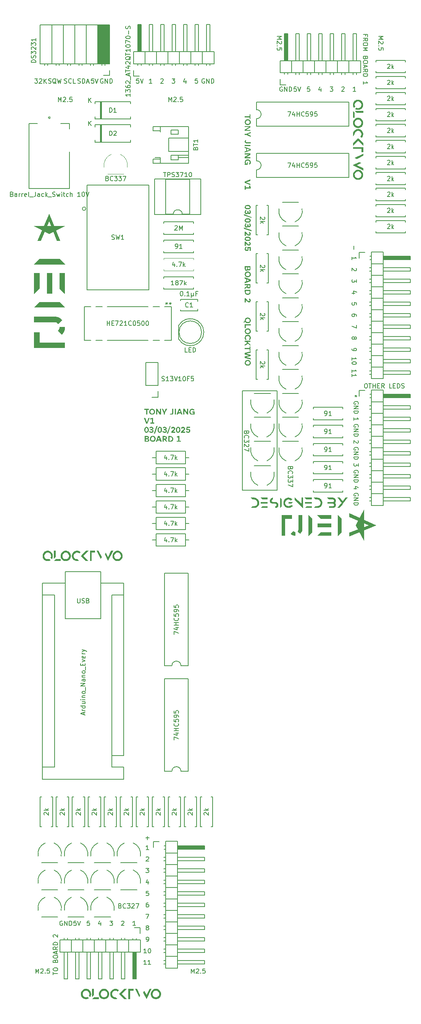
<source format=gbr>
%TF.GenerationSoftware,KiCad,Pcbnew,8.0.7*%
%TF.CreationDate,2025-07-02T12:24:07+01:00*%
%TF.ProjectId,KiCad,4b694361-642e-46b6-9963-61645f706362,v1*%
%TF.SameCoordinates,Original*%
%TF.FileFunction,Legend,Top*%
%TF.FilePolarity,Positive*%
%FSLAX46Y46*%
G04 Gerber Fmt 4.6, Leading zero omitted, Abs format (unit mm)*
G04 Created by KiCad (PCBNEW 8.0.7) date 2025-07-02 12:24:07*
%MOMM*%
%LPD*%
G01*
G04 APERTURE LIST*
%ADD10C,0.000000*%
%ADD11C,0.200000*%
%ADD12C,0.150000*%
%ADD13C,0.120000*%
G04 APERTURE END LIST*
D10*
G36*
X43500000Y-206297546D02*
G01*
X40000000Y-204500000D01*
X47000000Y-204500000D01*
X43500000Y-206297546D01*
G37*
D11*
X86300000Y-263000000D02*
X86300000Y-241000000D01*
D10*
G36*
X45950000Y-207745091D02*
G01*
X45150000Y-207745091D01*
X43500000Y-203450000D01*
X41650000Y-207745091D01*
X40850000Y-207745091D01*
X43500000Y-201800000D01*
X45950000Y-207745091D01*
G37*
G36*
X115997546Y-270750000D02*
G01*
X110052455Y-273200000D01*
X110052455Y-272400000D01*
X114347546Y-270750000D01*
X110052455Y-268900000D01*
X110052455Y-268100000D01*
X115997546Y-270750000D01*
G37*
D11*
X94000000Y-241000000D02*
X94000000Y-263000000D01*
X94000000Y-263000000D02*
X86300000Y-263000000D01*
D10*
G36*
X113297546Y-274250000D02*
G01*
X111500000Y-270750000D01*
X113297546Y-267250000D01*
X113297546Y-274250000D01*
G37*
D11*
X86300000Y-241000000D02*
X94000000Y-241000000D01*
X108345863Y-173762457D02*
X108393482Y-173714838D01*
X108393482Y-173714838D02*
X108488720Y-173667219D01*
X108488720Y-173667219D02*
X108726815Y-173667219D01*
X108726815Y-173667219D02*
X108822053Y-173714838D01*
X108822053Y-173714838D02*
X108869672Y-173762457D01*
X108869672Y-173762457D02*
X108917291Y-173857695D01*
X108917291Y-173857695D02*
X108917291Y-173952933D01*
X108917291Y-173952933D02*
X108869672Y-174095790D01*
X108869672Y-174095790D02*
X108298244Y-174667219D01*
X108298244Y-174667219D02*
X108917291Y-174667219D01*
G36*
X62942568Y-373377794D02*
G01*
X62490230Y-373377794D01*
X63428122Y-375260418D01*
X63655757Y-374803196D01*
X62942568Y-373377794D01*
G37*
G36*
X65737194Y-373377794D02*
G01*
X65044033Y-374768025D01*
X64548220Y-373777864D01*
X64320586Y-374235087D01*
X65044033Y-375679539D01*
X66189532Y-373377794D01*
X65737194Y-373377794D01*
G37*
G36*
X86844309Y-194954229D02*
G01*
X86844309Y-194688615D01*
X88133911Y-194187063D01*
X88133911Y-194470262D01*
X87132638Y-194818675D01*
X87132638Y-194822705D01*
X88133911Y-195180642D01*
X88133911Y-195452485D01*
X86844309Y-194954229D01*
G37*
G36*
X87076584Y-196183381D02*
G01*
X87076584Y-196466215D01*
X86867757Y-196466215D01*
X86867757Y-195575217D01*
X87076584Y-195575217D01*
X87076584Y-195926926D01*
X87650677Y-195926926D01*
X87729485Y-195926926D01*
X87803896Y-195926926D01*
X87877656Y-195926926D01*
X87886249Y-195926926D01*
X87886249Y-195922896D01*
X87784400Y-195632370D01*
X87996158Y-195543343D01*
X88145635Y-195949275D01*
X88145635Y-196183381D01*
X87076584Y-196183381D01*
G37*
X111013733Y-208869673D02*
X111013733Y-209631578D01*
X77909673Y-171914838D02*
X77814435Y-171867219D01*
X77814435Y-171867219D02*
X77671578Y-171867219D01*
X77671578Y-171867219D02*
X77528721Y-171914838D01*
X77528721Y-171914838D02*
X77433483Y-172010076D01*
X77433483Y-172010076D02*
X77385864Y-172105314D01*
X77385864Y-172105314D02*
X77338245Y-172295790D01*
X77338245Y-172295790D02*
X77338245Y-172438647D01*
X77338245Y-172438647D02*
X77385864Y-172629123D01*
X77385864Y-172629123D02*
X77433483Y-172724361D01*
X77433483Y-172724361D02*
X77528721Y-172819600D01*
X77528721Y-172819600D02*
X77671578Y-172867219D01*
X77671578Y-172867219D02*
X77766816Y-172867219D01*
X77766816Y-172867219D02*
X77909673Y-172819600D01*
X77909673Y-172819600D02*
X77957292Y-172771980D01*
X77957292Y-172771980D02*
X77957292Y-172438647D01*
X77957292Y-172438647D02*
X77766816Y-172438647D01*
X78385864Y-172867219D02*
X78385864Y-171867219D01*
X78385864Y-171867219D02*
X78957292Y-172867219D01*
X78957292Y-172867219D02*
X78957292Y-171867219D01*
X79433483Y-172867219D02*
X79433483Y-171867219D01*
X79433483Y-171867219D02*
X79671578Y-171867219D01*
X79671578Y-171867219D02*
X79814435Y-171914838D01*
X79814435Y-171914838D02*
X79909673Y-172010076D01*
X79909673Y-172010076D02*
X79957292Y-172105314D01*
X79957292Y-172105314D02*
X80004911Y-172295790D01*
X80004911Y-172295790D02*
X80004911Y-172438647D01*
X80004911Y-172438647D02*
X79957292Y-172629123D01*
X79957292Y-172629123D02*
X79909673Y-172724361D01*
X79909673Y-172724361D02*
X79814435Y-172819600D01*
X79814435Y-172819600D02*
X79671578Y-172867219D01*
X79671578Y-172867219D02*
X79433483Y-172867219D01*
G36*
X43135240Y-278660000D02*
G01*
X43249956Y-278654942D01*
X43360742Y-278639576D01*
X43467886Y-278613611D01*
X43571681Y-278576757D01*
X43672417Y-278528721D01*
X43770385Y-278469215D01*
X43808862Y-278442135D01*
X43515771Y-278148555D01*
X43424851Y-278195465D01*
X43332100Y-278228178D01*
X43236051Y-278247336D01*
X43135240Y-278253579D01*
X43023898Y-278246109D01*
X42919414Y-278223698D01*
X42821538Y-278186346D01*
X42730018Y-278134053D01*
X42644604Y-278066819D01*
X42617445Y-278041088D01*
X42545459Y-277956994D01*
X42487924Y-277866633D01*
X42445072Y-277769716D01*
X42417136Y-277665954D01*
X42404346Y-277555056D01*
X42403489Y-277516454D01*
X42411178Y-277405647D01*
X42434092Y-277301195D01*
X42471997Y-277202965D01*
X42524664Y-277110821D01*
X42591859Y-277024627D01*
X42617445Y-276997194D01*
X42700923Y-276924439D01*
X42790467Y-276865853D01*
X42886270Y-276821897D01*
X42988527Y-276793038D01*
X43097429Y-276779737D01*
X43135240Y-276778841D01*
X43246628Y-276786852D01*
X43351221Y-276810577D01*
X43449232Y-276849552D01*
X43540874Y-276903313D01*
X43626360Y-276971397D01*
X43653524Y-276997194D01*
X43725510Y-277081435D01*
X43783045Y-277171581D01*
X43825897Y-277267767D01*
X43853833Y-277370130D01*
X43866623Y-277478804D01*
X43867480Y-277516454D01*
X43860802Y-277619868D01*
X43840430Y-277718382D01*
X43805862Y-277813141D01*
X43756594Y-277905289D01*
X44050174Y-278200334D01*
X44115521Y-278101535D01*
X44168918Y-278000446D01*
X44210723Y-277896710D01*
X44241294Y-277789968D01*
X44260988Y-277679863D01*
X44270164Y-277566038D01*
X44270969Y-277519385D01*
X44265754Y-277402981D01*
X44250125Y-277290835D01*
X44224112Y-277182994D01*
X44187744Y-277079504D01*
X44141049Y-276980410D01*
X44084055Y-276885758D01*
X44016792Y-276795595D01*
X43939288Y-276709965D01*
X43854229Y-276631598D01*
X43764677Y-276563884D01*
X43670671Y-276506761D01*
X43572252Y-276460165D01*
X43469459Y-276424034D01*
X43362333Y-276398303D01*
X43250913Y-276382911D01*
X43135240Y-276377794D01*
X43020570Y-276382911D01*
X42909667Y-276398303D01*
X42802679Y-276424034D01*
X42699755Y-276460165D01*
X42601045Y-276506761D01*
X42506697Y-276563884D01*
X42416859Y-276631598D01*
X42331681Y-276709965D01*
X42253436Y-276795715D01*
X42186021Y-276886171D01*
X42129276Y-276981183D01*
X42083042Y-277080603D01*
X42047157Y-277184282D01*
X42021462Y-277292072D01*
X42005796Y-277403822D01*
X42000000Y-277519385D01*
X42004148Y-277634933D01*
X42018806Y-277746669D01*
X42043998Y-277854488D01*
X42079745Y-277958290D01*
X42126071Y-278057970D01*
X42182998Y-278153425D01*
X42250551Y-278244552D01*
X42328750Y-278331249D01*
X42413954Y-278408627D01*
X42503605Y-278475558D01*
X42597710Y-278532082D01*
X42696275Y-278578239D01*
X42799304Y-278614069D01*
X42906804Y-278639613D01*
X43018781Y-278654910D01*
X43135240Y-278660000D01*
G37*
G36*
X88133911Y-213898664D02*
G01*
X88129940Y-213978964D01*
X88118026Y-214052251D01*
X88095747Y-214124767D01*
X88093245Y-214130939D01*
X88057748Y-214198241D01*
X88008013Y-214256850D01*
X87976375Y-214282247D01*
X87910106Y-214316642D01*
X87835130Y-214333503D01*
X87797589Y-214335370D01*
X87722576Y-214325998D01*
X87650448Y-214294943D01*
X87626863Y-214278584D01*
X87574831Y-214224524D01*
X87538399Y-214154622D01*
X87526846Y-214117017D01*
X87523549Y-214117017D01*
X87504737Y-214188451D01*
X87470737Y-214255375D01*
X87422798Y-214310091D01*
X87357248Y-214353179D01*
X87286750Y-214375206D01*
X87221664Y-214380799D01*
X87140492Y-214373335D01*
X87069532Y-214350941D01*
X87001908Y-214307902D01*
X86958248Y-214261365D01*
X86918658Y-214194938D01*
X86893296Y-214125808D01*
X86876594Y-214046405D01*
X86869170Y-213970168D01*
X86867757Y-213915150D01*
X86867757Y-213905991D01*
X87076584Y-213905991D01*
X87082354Y-213979579D01*
X87105796Y-214050553D01*
X87117617Y-214069023D01*
X87176363Y-214113756D01*
X87238884Y-214124344D01*
X87314629Y-214110514D01*
X87367477Y-214069023D01*
X87398802Y-213999781D01*
X87408876Y-213922479D01*
X87409243Y-213901961D01*
X87409243Y-213865691D01*
X87618071Y-213865691D01*
X87623789Y-213939932D01*
X87647022Y-214009693D01*
X87658737Y-214027258D01*
X87719604Y-214070390D01*
X87775241Y-214078915D01*
X87848270Y-214062571D01*
X87888081Y-214027258D01*
X87916953Y-213957172D01*
X87924939Y-213883066D01*
X87925084Y-213870088D01*
X87925084Y-213653933D01*
X87618071Y-213653933D01*
X87618071Y-213865691D01*
X87409243Y-213865691D01*
X87409243Y-213653933D01*
X87076584Y-213653933D01*
X87076584Y-213905991D01*
X86867757Y-213905991D01*
X86867757Y-213397478D01*
X88133911Y-213397478D01*
X88133911Y-213898664D01*
G37*
G36*
X87603060Y-214544479D02*
G01*
X87682777Y-214556312D01*
X87757935Y-214576035D01*
X87828535Y-214603646D01*
X87866832Y-214622966D01*
X87929413Y-214662136D01*
X87992863Y-214714114D01*
X88047703Y-214773785D01*
X88093933Y-214841150D01*
X88099107Y-214850112D01*
X88134850Y-214924415D01*
X88160381Y-215002978D01*
X88174344Y-215075213D01*
X88180487Y-215150710D01*
X88180806Y-215172879D01*
X88176897Y-215249861D01*
X88165168Y-215323406D01*
X88142190Y-215403251D01*
X88109000Y-215478607D01*
X88099107Y-215496745D01*
X88053952Y-215565072D01*
X88000188Y-215625705D01*
X87937815Y-215678645D01*
X87876176Y-215718656D01*
X87866832Y-215723891D01*
X87798836Y-215756153D01*
X87726283Y-215780491D01*
X87649171Y-215796905D01*
X87567501Y-215805395D01*
X87518786Y-215806689D01*
X87434208Y-215802727D01*
X87354224Y-215790841D01*
X87278833Y-215771031D01*
X87208034Y-215743297D01*
X87169641Y-215723891D01*
X87107202Y-215684721D01*
X87043873Y-215632743D01*
X86989107Y-215573072D01*
X86942905Y-215505707D01*
X86937732Y-215496745D01*
X86901989Y-215422510D01*
X86876458Y-215343788D01*
X86862495Y-215271224D01*
X86856352Y-215195224D01*
X86856038Y-215173245D01*
X87090506Y-215173245D01*
X87096220Y-215247116D01*
X87115489Y-215320394D01*
X87138866Y-215370349D01*
X87186256Y-215433181D01*
X87243847Y-215480124D01*
X87283580Y-215502607D01*
X87354636Y-215529723D01*
X87428024Y-215544606D01*
X87501230Y-215550048D01*
X87518419Y-215550234D01*
X87592808Y-215546467D01*
X87667712Y-215533444D01*
X87740685Y-215508374D01*
X87752893Y-215502607D01*
X87818632Y-215461854D01*
X87874501Y-215405730D01*
X87897973Y-215370349D01*
X87927442Y-215302789D01*
X87943310Y-215227605D01*
X87946333Y-215173245D01*
X87939429Y-215094093D01*
X87918718Y-215022051D01*
X87897240Y-214977973D01*
X87849729Y-214915020D01*
X87791812Y-214867751D01*
X87751793Y-214844983D01*
X87680745Y-214817658D01*
X87607816Y-214802660D01*
X87526943Y-214797036D01*
X87518419Y-214796989D01*
X87442289Y-214800728D01*
X87366197Y-214813651D01*
X87292826Y-214838527D01*
X87280649Y-214844250D01*
X87215511Y-214885226D01*
X87160409Y-214941476D01*
X87137401Y-214976874D01*
X87107038Y-215050287D01*
X87092750Y-215125781D01*
X87090506Y-215173245D01*
X86856038Y-215173245D01*
X86856033Y-215172879D01*
X86859942Y-215096451D01*
X86871671Y-215023284D01*
X86894648Y-214943657D01*
X86927839Y-214868289D01*
X86937732Y-214850112D01*
X86982864Y-214781785D01*
X87036559Y-214721152D01*
X87098818Y-214668212D01*
X87160319Y-214628201D01*
X87169641Y-214622966D01*
X87237814Y-214590847D01*
X87310581Y-214566616D01*
X87387940Y-214550275D01*
X87469893Y-214541822D01*
X87518786Y-214540534D01*
X87603060Y-214544479D01*
G37*
G36*
X88169082Y-216363563D02*
G01*
X88169082Y-216651892D01*
X86867757Y-217149048D01*
X86867757Y-216876473D01*
X87151322Y-216775723D01*
X87151322Y-216705014D01*
X87360150Y-216705014D01*
X87908964Y-216516337D01*
X87908964Y-216504979D01*
X87360150Y-216313371D01*
X87360150Y-216705014D01*
X87151322Y-216705014D01*
X87151322Y-216241564D01*
X86867757Y-216140081D01*
X86867757Y-215864208D01*
X88169082Y-216363563D01*
G37*
G36*
X88133911Y-217820227D02*
G01*
X88130028Y-217900821D01*
X88118378Y-217975676D01*
X88096325Y-218052119D01*
X88084819Y-218080712D01*
X88050057Y-218146071D01*
X88002397Y-218206560D01*
X87944867Y-218255102D01*
X87878758Y-218290352D01*
X87804856Y-218310971D01*
X87730911Y-218317017D01*
X87653663Y-218311105D01*
X87576125Y-218290669D01*
X87507318Y-218255635D01*
X87488378Y-218242279D01*
X87432149Y-218189807D01*
X87386654Y-218125815D01*
X87354886Y-218058372D01*
X87346228Y-218033818D01*
X86867757Y-218414470D01*
X86867757Y-218105259D01*
X87253940Y-217815464D01*
X87524281Y-217815464D01*
X87530472Y-217891074D01*
X87553751Y-217963018D01*
X87576671Y-217997914D01*
X87636091Y-218042881D01*
X87710142Y-218060012D01*
X87728346Y-218060562D01*
X87804862Y-218048290D01*
X87869296Y-218004212D01*
X87875625Y-217996448D01*
X87909435Y-217930251D01*
X87923345Y-217857436D01*
X87925084Y-217815464D01*
X87925084Y-217588685D01*
X87524281Y-217588685D01*
X87524281Y-217815464D01*
X87253940Y-217815464D01*
X87315454Y-217769303D01*
X87315454Y-217588685D01*
X86867757Y-217588685D01*
X86867757Y-217332230D01*
X88133911Y-217332230D01*
X88133911Y-217820227D01*
G37*
G36*
X88133911Y-219006148D02*
G01*
X88131284Y-219084935D01*
X88123401Y-219159729D01*
X88107563Y-219241943D01*
X88084572Y-219318721D01*
X88059173Y-219380206D01*
X88023392Y-219446228D01*
X87974557Y-219513010D01*
X87917250Y-219570540D01*
X87851470Y-219618820D01*
X87842652Y-219624205D01*
X87768142Y-219661391D01*
X87697011Y-219685213D01*
X87620340Y-219700901D01*
X87538129Y-219708454D01*
X87501200Y-219709201D01*
X87427724Y-219706265D01*
X87347277Y-219695415D01*
X87272509Y-219676572D01*
X87203421Y-219649734D01*
X87157551Y-219625670D01*
X87090895Y-219579142D01*
X87032712Y-219523088D01*
X86983001Y-219457509D01*
X86946454Y-219392313D01*
X86941762Y-219382404D01*
X86912926Y-219309312D01*
X86891172Y-219229804D01*
X86878164Y-219156547D01*
X86870358Y-219078575D01*
X86867757Y-218995890D01*
X86867757Y-218975740D01*
X87076584Y-218975740D01*
X87079142Y-219050090D01*
X87088965Y-219130667D01*
X87109737Y-219212758D01*
X87140537Y-219282016D01*
X87181364Y-219338441D01*
X87240647Y-219388449D01*
X87313713Y-219424170D01*
X87388954Y-219443705D01*
X87461847Y-219451742D01*
X87501200Y-219452746D01*
X87577012Y-219448586D01*
X87656017Y-219433216D01*
X87724854Y-219406521D01*
X87791075Y-219362146D01*
X87819205Y-219334411D01*
X87865527Y-219268259D01*
X87895202Y-219198919D01*
X87914744Y-219118884D01*
X87923429Y-219041772D01*
X87925084Y-218985998D01*
X87925084Y-218865098D01*
X87076584Y-218865098D01*
X87076584Y-218975740D01*
X86867757Y-218975740D01*
X86867757Y-218608643D01*
X88133911Y-218608643D01*
X88133911Y-219006148D01*
G37*
G36*
X86867757Y-220507875D02*
G01*
X87069623Y-220507875D01*
X87381399Y-220844564D01*
X87433937Y-220900415D01*
X87485514Y-220953295D01*
X87541867Y-221007596D01*
X87601584Y-221056964D01*
X87656172Y-221091494D01*
X87725723Y-221115724D01*
X87762784Y-221118971D01*
X87836007Y-221104365D01*
X87879655Y-221072809D01*
X87915751Y-221005124D01*
X87922886Y-220943483D01*
X87911070Y-220869752D01*
X87878532Y-220802459D01*
X87875625Y-220798036D01*
X87826838Y-220739292D01*
X87768225Y-220689767D01*
X87742268Y-220672007D01*
X87891012Y-220485161D01*
X87957144Y-220530856D01*
X88014583Y-220583448D01*
X88063327Y-220642938D01*
X88086650Y-220678968D01*
X88120831Y-220747592D01*
X88143825Y-220819926D01*
X88155632Y-220895970D01*
X88157359Y-220939819D01*
X88152779Y-221020469D01*
X88139041Y-221093892D01*
X88113349Y-221166310D01*
X88110464Y-221172460D01*
X88070055Y-221239659D01*
X88018621Y-221293979D01*
X87978207Y-221323036D01*
X87910046Y-221354961D01*
X87834157Y-221372152D01*
X87779271Y-221375426D01*
X87705290Y-221369185D01*
X87631160Y-221348647D01*
X87616971Y-221342820D01*
X87549922Y-221307527D01*
X87485277Y-221262072D01*
X87459801Y-221241337D01*
X87404253Y-221192157D01*
X87346978Y-221137800D01*
X87290278Y-221081454D01*
X87252073Y-221042401D01*
X87076584Y-220858486D01*
X87076584Y-220932349D01*
X87076584Y-221005889D01*
X87076584Y-221033242D01*
X87076584Y-221422321D01*
X86867757Y-221422321D01*
X86867757Y-220507875D01*
G37*
X63345863Y-171867219D02*
X62869673Y-171867219D01*
X62869673Y-171867219D02*
X62822054Y-172343409D01*
X62822054Y-172343409D02*
X62869673Y-172295790D01*
X62869673Y-172295790D02*
X62964911Y-172248171D01*
X62964911Y-172248171D02*
X63203006Y-172248171D01*
X63203006Y-172248171D02*
X63298244Y-172295790D01*
X63298244Y-172295790D02*
X63345863Y-172343409D01*
X63345863Y-172343409D02*
X63393482Y-172438647D01*
X63393482Y-172438647D02*
X63393482Y-172676742D01*
X63393482Y-172676742D02*
X63345863Y-172771980D01*
X63345863Y-172771980D02*
X63298244Y-172819600D01*
X63298244Y-172819600D02*
X63203006Y-172867219D01*
X63203006Y-172867219D02*
X62964911Y-172867219D01*
X62964911Y-172867219D02*
X62869673Y-172819600D01*
X62869673Y-172819600D02*
X62822054Y-172771980D01*
X63679197Y-171867219D02*
X64012530Y-172867219D01*
X64012530Y-172867219D02*
X64345863Y-171867219D01*
X70718245Y-171867219D02*
X71337292Y-171867219D01*
X71337292Y-171867219D02*
X71003959Y-172248171D01*
X71003959Y-172248171D02*
X71146816Y-172248171D01*
X71146816Y-172248171D02*
X71242054Y-172295790D01*
X71242054Y-172295790D02*
X71289673Y-172343409D01*
X71289673Y-172343409D02*
X71337292Y-172438647D01*
X71337292Y-172438647D02*
X71337292Y-172676742D01*
X71337292Y-172676742D02*
X71289673Y-172771980D01*
X71289673Y-172771980D02*
X71242054Y-172819600D01*
X71242054Y-172819600D02*
X71146816Y-172867219D01*
X71146816Y-172867219D02*
X70861102Y-172867219D01*
X70861102Y-172867219D02*
X70765864Y-172819600D01*
X70765864Y-172819600D02*
X70718245Y-172771980D01*
X112004795Y-259133482D02*
X112052414Y-259038244D01*
X112052414Y-259038244D02*
X112052414Y-258895387D01*
X112052414Y-258895387D02*
X112004795Y-258752530D01*
X112004795Y-258752530D02*
X111909557Y-258657292D01*
X111909557Y-258657292D02*
X111814319Y-258609673D01*
X111814319Y-258609673D02*
X111623843Y-258562054D01*
X111623843Y-258562054D02*
X111480986Y-258562054D01*
X111480986Y-258562054D02*
X111290510Y-258609673D01*
X111290510Y-258609673D02*
X111195272Y-258657292D01*
X111195272Y-258657292D02*
X111100034Y-258752530D01*
X111100034Y-258752530D02*
X111052414Y-258895387D01*
X111052414Y-258895387D02*
X111052414Y-258990625D01*
X111052414Y-258990625D02*
X111100034Y-259133482D01*
X111100034Y-259133482D02*
X111147653Y-259181101D01*
X111147653Y-259181101D02*
X111480986Y-259181101D01*
X111480986Y-259181101D02*
X111480986Y-258990625D01*
X111052414Y-259609673D02*
X112052414Y-259609673D01*
X112052414Y-259609673D02*
X111052414Y-260181101D01*
X111052414Y-260181101D02*
X112052414Y-260181101D01*
X111052414Y-260657292D02*
X112052414Y-260657292D01*
X112052414Y-260657292D02*
X112052414Y-260895387D01*
X112052414Y-260895387D02*
X112004795Y-261038244D01*
X112004795Y-261038244D02*
X111909557Y-261133482D01*
X111909557Y-261133482D02*
X111814319Y-261181101D01*
X111814319Y-261181101D02*
X111623843Y-261228720D01*
X111623843Y-261228720D02*
X111480986Y-261228720D01*
X111480986Y-261228720D02*
X111290510Y-261181101D01*
X111290510Y-261181101D02*
X111195272Y-261133482D01*
X111195272Y-261133482D02*
X111100034Y-261038244D01*
X111100034Y-261038244D02*
X111052414Y-260895387D01*
X111052414Y-260895387D02*
X111052414Y-260657292D01*
X113656590Y-162413720D02*
X113656590Y-162080387D01*
X113132780Y-162080387D02*
X114132780Y-162080387D01*
X114132780Y-162080387D02*
X114132780Y-162556577D01*
X113132780Y-163508958D02*
X113608971Y-163175625D01*
X113132780Y-162937530D02*
X114132780Y-162937530D01*
X114132780Y-162937530D02*
X114132780Y-163318482D01*
X114132780Y-163318482D02*
X114085161Y-163413720D01*
X114085161Y-163413720D02*
X114037542Y-163461339D01*
X114037542Y-163461339D02*
X113942304Y-163508958D01*
X113942304Y-163508958D02*
X113799447Y-163508958D01*
X113799447Y-163508958D02*
X113704209Y-163461339D01*
X113704209Y-163461339D02*
X113656590Y-163413720D01*
X113656590Y-163413720D02*
X113608971Y-163318482D01*
X113608971Y-163318482D02*
X113608971Y-162937530D01*
X114132780Y-164128006D02*
X114132780Y-164318482D01*
X114132780Y-164318482D02*
X114085161Y-164413720D01*
X114085161Y-164413720D02*
X113989923Y-164508958D01*
X113989923Y-164508958D02*
X113799447Y-164556577D01*
X113799447Y-164556577D02*
X113466114Y-164556577D01*
X113466114Y-164556577D02*
X113275638Y-164508958D01*
X113275638Y-164508958D02*
X113180400Y-164413720D01*
X113180400Y-164413720D02*
X113132780Y-164318482D01*
X113132780Y-164318482D02*
X113132780Y-164128006D01*
X113132780Y-164128006D02*
X113180400Y-164032768D01*
X113180400Y-164032768D02*
X113275638Y-163937530D01*
X113275638Y-163937530D02*
X113466114Y-163889911D01*
X113466114Y-163889911D02*
X113799447Y-163889911D01*
X113799447Y-163889911D02*
X113989923Y-163937530D01*
X113989923Y-163937530D02*
X114085161Y-164032768D01*
X114085161Y-164032768D02*
X114132780Y-164128006D01*
X113132780Y-164985149D02*
X114132780Y-164985149D01*
X114132780Y-164985149D02*
X113418495Y-165318482D01*
X113418495Y-165318482D02*
X114132780Y-165651815D01*
X114132780Y-165651815D02*
X113132780Y-165651815D01*
X113656590Y-167223244D02*
X113608971Y-167366101D01*
X113608971Y-167366101D02*
X113561352Y-167413720D01*
X113561352Y-167413720D02*
X113466114Y-167461339D01*
X113466114Y-167461339D02*
X113323257Y-167461339D01*
X113323257Y-167461339D02*
X113228019Y-167413720D01*
X113228019Y-167413720D02*
X113180400Y-167366101D01*
X113180400Y-167366101D02*
X113132780Y-167270863D01*
X113132780Y-167270863D02*
X113132780Y-166889911D01*
X113132780Y-166889911D02*
X114132780Y-166889911D01*
X114132780Y-166889911D02*
X114132780Y-167223244D01*
X114132780Y-167223244D02*
X114085161Y-167318482D01*
X114085161Y-167318482D02*
X114037542Y-167366101D01*
X114037542Y-167366101D02*
X113942304Y-167413720D01*
X113942304Y-167413720D02*
X113847066Y-167413720D01*
X113847066Y-167413720D02*
X113751828Y-167366101D01*
X113751828Y-167366101D02*
X113704209Y-167318482D01*
X113704209Y-167318482D02*
X113656590Y-167223244D01*
X113656590Y-167223244D02*
X113656590Y-166889911D01*
X114132780Y-168080387D02*
X114132780Y-168270863D01*
X114132780Y-168270863D02*
X114085161Y-168366101D01*
X114085161Y-168366101D02*
X113989923Y-168461339D01*
X113989923Y-168461339D02*
X113799447Y-168508958D01*
X113799447Y-168508958D02*
X113466114Y-168508958D01*
X113466114Y-168508958D02*
X113275638Y-168461339D01*
X113275638Y-168461339D02*
X113180400Y-168366101D01*
X113180400Y-168366101D02*
X113132780Y-168270863D01*
X113132780Y-168270863D02*
X113132780Y-168080387D01*
X113132780Y-168080387D02*
X113180400Y-167985149D01*
X113180400Y-167985149D02*
X113275638Y-167889911D01*
X113275638Y-167889911D02*
X113466114Y-167842292D01*
X113466114Y-167842292D02*
X113799447Y-167842292D01*
X113799447Y-167842292D02*
X113989923Y-167889911D01*
X113989923Y-167889911D02*
X114085161Y-167985149D01*
X114085161Y-167985149D02*
X114132780Y-168080387D01*
X113418495Y-168889911D02*
X113418495Y-169366101D01*
X113132780Y-168794673D02*
X114132780Y-169128006D01*
X114132780Y-169128006D02*
X113132780Y-169461339D01*
X113132780Y-170366101D02*
X113608971Y-170032768D01*
X113132780Y-169794673D02*
X114132780Y-169794673D01*
X114132780Y-169794673D02*
X114132780Y-170175625D01*
X114132780Y-170175625D02*
X114085161Y-170270863D01*
X114085161Y-170270863D02*
X114037542Y-170318482D01*
X114037542Y-170318482D02*
X113942304Y-170366101D01*
X113942304Y-170366101D02*
X113799447Y-170366101D01*
X113799447Y-170366101D02*
X113704209Y-170318482D01*
X113704209Y-170318482D02*
X113656590Y-170270863D01*
X113656590Y-170270863D02*
X113608971Y-170175625D01*
X113608971Y-170175625D02*
X113608971Y-169794673D01*
X113132780Y-170794673D02*
X114132780Y-170794673D01*
X114132780Y-170794673D02*
X114132780Y-171032768D01*
X114132780Y-171032768D02*
X114085161Y-171175625D01*
X114085161Y-171175625D02*
X113989923Y-171270863D01*
X113989923Y-171270863D02*
X113894685Y-171318482D01*
X113894685Y-171318482D02*
X113704209Y-171366101D01*
X113704209Y-171366101D02*
X113561352Y-171366101D01*
X113561352Y-171366101D02*
X113370876Y-171318482D01*
X113370876Y-171318482D02*
X113275638Y-171270863D01*
X113275638Y-171270863D02*
X113180400Y-171175625D01*
X113180400Y-171175625D02*
X113132780Y-171032768D01*
X113132780Y-171032768D02*
X113132780Y-170794673D01*
X113132780Y-173080387D02*
X113132780Y-172508959D01*
X113132780Y-172794673D02*
X114132780Y-172794673D01*
X114132780Y-172794673D02*
X113989923Y-172699435D01*
X113989923Y-172699435D02*
X113894685Y-172604197D01*
X113894685Y-172604197D02*
X113847066Y-172508959D01*
G36*
X86867757Y-180397792D02*
G01*
X86867757Y-180141337D01*
X87925084Y-180141337D01*
X87925084Y-179742732D01*
X88133911Y-179742732D01*
X88133911Y-180774414D01*
X87925084Y-180774414D01*
X87925084Y-180397792D01*
X86867757Y-180397792D01*
G37*
G36*
X87603060Y-180850166D02*
G01*
X87682777Y-180862000D01*
X87757935Y-180881722D01*
X87828535Y-180909334D01*
X87866832Y-180928654D01*
X87929413Y-180967823D01*
X87992863Y-181019801D01*
X88047703Y-181079473D01*
X88093933Y-181146838D01*
X88099107Y-181155799D01*
X88134850Y-181230103D01*
X88160381Y-181308665D01*
X88174344Y-181380901D01*
X88180487Y-181456397D01*
X88180806Y-181478566D01*
X88176897Y-181555548D01*
X88165168Y-181629093D01*
X88142190Y-181708938D01*
X88109000Y-181784294D01*
X88099107Y-181802432D01*
X88053952Y-181870759D01*
X88000188Y-181931393D01*
X87937815Y-181984332D01*
X87876176Y-182024343D01*
X87866832Y-182029578D01*
X87798836Y-182061840D01*
X87726283Y-182086179D01*
X87649171Y-182102593D01*
X87567501Y-182111083D01*
X87518786Y-182112377D01*
X87434208Y-182108415D01*
X87354224Y-182096528D01*
X87278833Y-182076718D01*
X87208034Y-182048984D01*
X87169641Y-182029578D01*
X87107202Y-181990409D01*
X87043873Y-181938431D01*
X86989107Y-181878759D01*
X86942905Y-181811394D01*
X86937732Y-181802432D01*
X86901989Y-181728198D01*
X86876458Y-181649475D01*
X86862495Y-181576912D01*
X86856352Y-181500912D01*
X86856038Y-181478933D01*
X87090506Y-181478933D01*
X87096220Y-181552803D01*
X87115489Y-181626082D01*
X87138866Y-181676037D01*
X87186256Y-181738869D01*
X87243847Y-181785812D01*
X87283580Y-181808294D01*
X87354636Y-181835410D01*
X87428024Y-181850294D01*
X87501230Y-181855736D01*
X87518419Y-181855922D01*
X87592808Y-181852154D01*
X87667712Y-181839131D01*
X87740685Y-181814062D01*
X87752893Y-181808294D01*
X87818632Y-181767542D01*
X87874501Y-181711417D01*
X87897973Y-181676037D01*
X87927442Y-181608477D01*
X87943310Y-181533292D01*
X87946333Y-181478933D01*
X87939429Y-181399781D01*
X87918718Y-181327739D01*
X87897240Y-181283661D01*
X87849729Y-181220708D01*
X87791812Y-181173438D01*
X87751793Y-181150670D01*
X87680745Y-181123346D01*
X87607816Y-181108348D01*
X87526943Y-181102723D01*
X87518419Y-181102677D01*
X87442289Y-181106415D01*
X87366197Y-181119338D01*
X87292826Y-181144215D01*
X87280649Y-181149938D01*
X87215511Y-181190913D01*
X87160409Y-181247164D01*
X87137401Y-181282561D01*
X87107038Y-181355975D01*
X87092750Y-181431469D01*
X87090506Y-181478933D01*
X86856038Y-181478933D01*
X86856033Y-181478566D01*
X86859942Y-181402138D01*
X86871671Y-181328971D01*
X86894648Y-181249344D01*
X86927839Y-181173976D01*
X86937732Y-181155799D01*
X86982864Y-181087472D01*
X87036559Y-181026839D01*
X87098818Y-180973900D01*
X87160319Y-180933889D01*
X87169641Y-180928654D01*
X87237814Y-180896534D01*
X87310581Y-180872304D01*
X87387940Y-180855962D01*
X87469893Y-180847510D01*
X87518786Y-180846222D01*
X87603060Y-180850166D01*
G37*
G36*
X86867757Y-182578392D02*
G01*
X86867757Y-182343919D01*
X88133911Y-182343919D01*
X88133911Y-182639208D01*
X87377003Y-183080311D01*
X87171472Y-183188022D01*
X87451375Y-183188022D01*
X88133911Y-183188022D01*
X88133911Y-183422495D01*
X86867757Y-183422495D01*
X86867757Y-183131236D01*
X87620269Y-182687202D01*
X87827997Y-182578392D01*
X87510726Y-182578392D01*
X86867757Y-182578392D01*
G37*
G36*
X86867757Y-184325217D02*
G01*
X86867757Y-184068762D01*
X87246577Y-184068762D01*
X88145635Y-183611539D01*
X88145635Y-183900601D01*
X87499735Y-184195524D01*
X87499735Y-184201752D01*
X88145635Y-184500339D01*
X88145635Y-184781340D01*
X87272589Y-184325217D01*
X86867757Y-184325217D01*
G37*
G36*
X86856033Y-185739749D02*
G01*
X86861923Y-185663053D01*
X86879595Y-185587479D01*
X86886807Y-185566093D01*
X86919736Y-185495928D01*
X86964024Y-185434178D01*
X86978765Y-185418081D01*
X87164878Y-185544111D01*
X87122535Y-185610204D01*
X87096389Y-185683689D01*
X87090506Y-185739749D01*
X87104680Y-185815243D01*
X87154509Y-185874391D01*
X87228921Y-185904050D01*
X87303333Y-185912138D01*
X87317285Y-185912307D01*
X88145635Y-185912307D01*
X88145635Y-186168762D01*
X87340366Y-186168762D01*
X87255346Y-186164898D01*
X87178336Y-186153306D01*
X87098617Y-186130014D01*
X87029803Y-186096204D01*
X86979498Y-186058852D01*
X86925482Y-185997693D01*
X86886899Y-185924122D01*
X86865799Y-185849567D01*
X86856515Y-185765511D01*
X86856033Y-185739749D01*
G37*
G36*
X86867757Y-186747617D02*
G01*
X86867757Y-186491162D01*
X88133911Y-186491162D01*
X88133911Y-186747617D01*
X86867757Y-186747617D01*
G37*
G36*
X88169082Y-187437848D02*
G01*
X88169082Y-187726176D01*
X86867757Y-188223333D01*
X86867757Y-187950758D01*
X87151322Y-187850007D01*
X87151322Y-187779299D01*
X87360150Y-187779299D01*
X87908964Y-187590621D01*
X87908964Y-187579264D01*
X87360150Y-187387656D01*
X87360150Y-187779299D01*
X87151322Y-187779299D01*
X87151322Y-187315848D01*
X86867757Y-187214365D01*
X86867757Y-186938493D01*
X88169082Y-187437848D01*
G37*
G36*
X86867757Y-188640988D02*
G01*
X86867757Y-188406515D01*
X88133911Y-188406515D01*
X88133911Y-188701804D01*
X87377003Y-189142907D01*
X87171472Y-189250618D01*
X87451375Y-189250618D01*
X88133911Y-189250618D01*
X88133911Y-189485091D01*
X86867757Y-189485091D01*
X86867757Y-189193832D01*
X87620269Y-188749798D01*
X87827997Y-188640988D01*
X87510726Y-188640988D01*
X86867757Y-188640988D01*
G37*
G36*
X87547729Y-190362534D02*
G01*
X87547729Y-190905119D01*
X86867757Y-190905119D01*
X86867757Y-190694093D01*
X87004410Y-190694093D01*
X87004410Y-190686766D01*
X86951406Y-190635715D01*
X86910602Y-190573242D01*
X86897066Y-190545349D01*
X86872061Y-190469598D01*
X86860040Y-190396947D01*
X86856033Y-190315639D01*
X86861002Y-190236619D01*
X86875908Y-190161125D01*
X86900752Y-190089157D01*
X86935534Y-190020716D01*
X86979818Y-189957541D01*
X87032804Y-189901373D01*
X87094490Y-189852211D01*
X87164878Y-189810056D01*
X87232906Y-189779935D01*
X87305878Y-189757212D01*
X87383794Y-189741888D01*
X87466653Y-189733961D01*
X87516221Y-189732753D01*
X87599103Y-189736768D01*
X87677848Y-189748812D01*
X87752455Y-189768885D01*
X87822925Y-189796987D01*
X87861336Y-189816651D01*
X87924308Y-189856321D01*
X87988376Y-189908528D01*
X88044018Y-189968062D01*
X88091233Y-190034924D01*
X88096542Y-190043797D01*
X88133408Y-190116978D01*
X88159740Y-190193640D01*
X88175540Y-190273782D01*
X88180806Y-190357404D01*
X88176725Y-190435486D01*
X88164480Y-190510178D01*
X88144072Y-190581482D01*
X88115502Y-190649397D01*
X88078768Y-190713923D01*
X88033871Y-190775060D01*
X87980811Y-190832808D01*
X87919588Y-190887167D01*
X87775974Y-190694093D01*
X87833869Y-190641238D01*
X87886275Y-190574462D01*
X87922376Y-190502181D01*
X87942174Y-190424396D01*
X87946333Y-190365464D01*
X87940272Y-190288300D01*
X87919836Y-190213107D01*
X87895042Y-190162865D01*
X87845568Y-190100931D01*
X87786054Y-190055353D01*
X87745199Y-190033905D01*
X87672856Y-190008458D01*
X87599125Y-189994490D01*
X87517809Y-189989252D01*
X87509260Y-189989208D01*
X87429782Y-189992622D01*
X87346955Y-190005231D01*
X87274787Y-190027133D01*
X87205361Y-190063540D01*
X87175869Y-190086295D01*
X87122208Y-190147687D01*
X87089252Y-190213644D01*
X87070172Y-190290318D01*
X87064860Y-190366197D01*
X87071031Y-190440669D01*
X87091339Y-190511434D01*
X87097101Y-190524467D01*
X87137456Y-190588756D01*
X87183196Y-190630712D01*
X87250895Y-190662220D01*
X87301532Y-190668448D01*
X87338901Y-190668448D01*
X87338901Y-190362534D01*
X87547729Y-190362534D01*
G37*
X73798244Y-172200552D02*
X73798244Y-172867219D01*
X73560149Y-171819600D02*
X73322054Y-172533885D01*
X73322054Y-172533885D02*
X73941101Y-172533885D01*
X62607292Y-359367219D02*
X62035864Y-359367219D01*
X62321578Y-359367219D02*
X62321578Y-358367219D01*
X62321578Y-358367219D02*
X62226340Y-358510076D01*
X62226340Y-358510076D02*
X62131102Y-358605314D01*
X62131102Y-358605314D02*
X62035864Y-358652933D01*
X65036339Y-365461219D02*
X64464911Y-365461219D01*
X64750625Y-365461219D02*
X64750625Y-364461219D01*
X64750625Y-364461219D02*
X64655387Y-364604076D01*
X64655387Y-364604076D02*
X64560149Y-364699314D01*
X64560149Y-364699314D02*
X64464911Y-364746933D01*
X65655387Y-364461219D02*
X65750625Y-364461219D01*
X65750625Y-364461219D02*
X65845863Y-364508838D01*
X65845863Y-364508838D02*
X65893482Y-364556457D01*
X65893482Y-364556457D02*
X65941101Y-364651695D01*
X65941101Y-364651695D02*
X65988720Y-364842171D01*
X65988720Y-364842171D02*
X65988720Y-365080266D01*
X65988720Y-365080266D02*
X65941101Y-365270742D01*
X65941101Y-365270742D02*
X65893482Y-365365980D01*
X65893482Y-365365980D02*
X65845863Y-365413600D01*
X65845863Y-365413600D02*
X65750625Y-365461219D01*
X65750625Y-365461219D02*
X65655387Y-365461219D01*
X65655387Y-365461219D02*
X65560149Y-365413600D01*
X65560149Y-365413600D02*
X65512530Y-365365980D01*
X65512530Y-365365980D02*
X65464911Y-365270742D01*
X65464911Y-365270742D02*
X65417292Y-365080266D01*
X65417292Y-365080266D02*
X65417292Y-364842171D01*
X65417292Y-364842171D02*
X65464911Y-364651695D01*
X65464911Y-364651695D02*
X65512530Y-364556457D01*
X65512530Y-364556457D02*
X65560149Y-364508838D01*
X65560149Y-364508838D02*
X65655387Y-364461219D01*
G36*
X61000000Y-373377794D02*
G01*
X61000000Y-373769071D01*
X61000000Y-375660000D01*
X61406420Y-375660000D01*
X61406420Y-373784703D01*
X62150872Y-373784703D01*
X62150872Y-373377794D01*
X61000000Y-373377794D01*
G37*
G36*
X87583973Y-199812186D02*
G01*
X87665863Y-199819990D01*
X87742073Y-199833544D01*
X87822216Y-199856075D01*
X87859505Y-199870157D01*
X87928038Y-199903542D01*
X87994682Y-199948654D01*
X88050256Y-200001765D01*
X88081155Y-200041616D01*
X88117992Y-200107014D01*
X88142773Y-200178324D01*
X88155498Y-200255546D01*
X88157359Y-200301002D01*
X88151331Y-200381154D01*
X88133247Y-200455510D01*
X88103108Y-200524070D01*
X88081155Y-200559655D01*
X88032961Y-200618156D01*
X87973697Y-200668774D01*
X87903363Y-200711510D01*
X87859505Y-200731846D01*
X87783072Y-200758774D01*
X87710107Y-200776024D01*
X87631463Y-200787384D01*
X87547138Y-200792854D01*
X87509260Y-200793395D01*
X87433861Y-200791231D01*
X87351169Y-200783237D01*
X87274158Y-200769352D01*
X87202826Y-200749577D01*
X87155352Y-200731846D01*
X87086155Y-200698140D01*
X87018928Y-200652777D01*
X86962945Y-200599531D01*
X86931870Y-200559655D01*
X86895211Y-200494315D01*
X86870549Y-200423178D01*
X86857884Y-200346246D01*
X86856033Y-200301002D01*
X86856060Y-200300635D01*
X87064860Y-200300635D01*
X87080420Y-200377263D01*
X87127097Y-200440083D01*
X87175502Y-200474292D01*
X87246784Y-200504576D01*
X87324985Y-200523175D01*
X87404869Y-200533025D01*
X87481853Y-200536695D01*
X87509260Y-200536940D01*
X87587704Y-200534738D01*
X87669486Y-200526601D01*
X87750115Y-200509960D01*
X87824455Y-200481878D01*
X87838622Y-200474292D01*
X87901197Y-200425672D01*
X87939837Y-200359400D01*
X87948531Y-200300635D01*
X87933075Y-200224334D01*
X87886707Y-200161943D01*
X87838622Y-200128078D01*
X87768133Y-200098325D01*
X87690927Y-200080052D01*
X87612140Y-200070375D01*
X87536264Y-200066769D01*
X87509260Y-200066528D01*
X87428949Y-200068692D01*
X87345476Y-200076686D01*
X87273013Y-200090571D01*
X87196022Y-200117078D01*
X87174403Y-200128078D01*
X87112037Y-200176237D01*
X87073525Y-200242105D01*
X87064860Y-200300635D01*
X86856060Y-200300635D01*
X86862032Y-200219993D01*
X86880028Y-200145128D01*
X86910023Y-200076407D01*
X86931870Y-200040883D01*
X86980299Y-199982794D01*
X87039856Y-199932588D01*
X87110542Y-199890264D01*
X87154620Y-199870157D01*
X87231877Y-199843871D01*
X87305713Y-199827031D01*
X87385369Y-199815941D01*
X87470846Y-199810602D01*
X87509260Y-199810073D01*
X87583973Y-199812186D01*
G37*
G36*
X86856033Y-201397896D02*
G01*
X86859118Y-201319545D01*
X86868375Y-201246698D01*
X86886510Y-201170185D01*
X86912705Y-201100862D01*
X86920513Y-201084655D01*
X86963249Y-201015547D01*
X87011746Y-200958497D01*
X87070136Y-200905569D01*
X87129341Y-200862638D01*
X87255004Y-201078793D01*
X87193180Y-201122573D01*
X87145461Y-201165255D01*
X87101245Y-201225444D01*
X87085011Y-201260876D01*
X87068186Y-201332402D01*
X87064860Y-201390569D01*
X87071700Y-201465522D01*
X87102097Y-201541336D01*
X87165360Y-201593674D01*
X87247431Y-201610905D01*
X87259400Y-201611120D01*
X87334253Y-201596122D01*
X87392899Y-201543395D01*
X87422305Y-201464655D01*
X87430325Y-201385915D01*
X87430492Y-201371152D01*
X87430492Y-201177345D01*
X87639320Y-201177345D01*
X87639320Y-201337446D01*
X87645399Y-201411652D01*
X87670096Y-201485138D01*
X87682551Y-201504875D01*
X87742082Y-201552865D01*
X87803451Y-201564226D01*
X87878621Y-201550267D01*
X87926916Y-201514766D01*
X87961576Y-201445099D01*
X87969780Y-201371518D01*
X87960896Y-201297970D01*
X87934243Y-201234131D01*
X87887348Y-201174964D01*
X87831981Y-201126080D01*
X87817006Y-201114697D01*
X87962453Y-200912830D01*
X88021736Y-200961928D01*
X88075847Y-201021921D01*
X88117578Y-201087637D01*
X88127683Y-201108468D01*
X88154538Y-201184074D01*
X88170203Y-201260807D01*
X88177365Y-201335923D01*
X88178608Y-201386173D01*
X88174458Y-201465313D01*
X88162007Y-201537870D01*
X88138724Y-201610080D01*
X88136110Y-201616249D01*
X88099565Y-201683723D01*
X88048812Y-201742285D01*
X88016675Y-201767558D01*
X87949750Y-201801953D01*
X87873997Y-201818813D01*
X87836057Y-201820681D01*
X87761896Y-201814057D01*
X87691657Y-201791723D01*
X87646281Y-201764627D01*
X87591193Y-201708958D01*
X87556722Y-201639405D01*
X87550660Y-201616982D01*
X87546629Y-201616982D01*
X87526857Y-201692521D01*
X87489488Y-201760510D01*
X87450642Y-201801630D01*
X87385658Y-201841815D01*
X87313779Y-201862359D01*
X87246211Y-201867575D01*
X87167031Y-201860865D01*
X87095731Y-201840735D01*
X87037750Y-201810789D01*
X86977746Y-201761570D01*
X86929077Y-201698544D01*
X86902927Y-201648856D01*
X86878198Y-201579010D01*
X86862627Y-201501365D01*
X86856445Y-201424816D01*
X86856033Y-201397896D01*
G37*
G36*
X88333214Y-202491494D02*
G01*
X88333214Y-202734393D01*
X86656731Y-202134655D01*
X86656731Y-201890290D01*
X88333214Y-202491494D01*
G37*
G36*
X87583973Y-202757754D02*
G01*
X87665863Y-202765558D01*
X87742073Y-202779112D01*
X87822216Y-202801644D01*
X87859505Y-202815726D01*
X87928038Y-202849111D01*
X87994682Y-202894223D01*
X88050256Y-202947334D01*
X88081155Y-202987184D01*
X88117992Y-203052583D01*
X88142773Y-203123893D01*
X88155498Y-203201115D01*
X88157359Y-203246570D01*
X88151331Y-203326723D01*
X88133247Y-203401079D01*
X88103108Y-203469639D01*
X88081155Y-203505223D01*
X88032961Y-203563724D01*
X87973697Y-203614343D01*
X87903363Y-203657079D01*
X87859505Y-203677415D01*
X87783072Y-203704342D01*
X87710107Y-203721593D01*
X87631463Y-203732953D01*
X87547138Y-203738423D01*
X87509260Y-203738964D01*
X87433861Y-203736800D01*
X87351169Y-203728806D01*
X87274158Y-203714921D01*
X87202826Y-203695146D01*
X87155352Y-203677415D01*
X87086155Y-203643709D01*
X87018928Y-203598346D01*
X86962945Y-203545100D01*
X86931870Y-203505223D01*
X86895211Y-203439883D01*
X86870549Y-203368747D01*
X86857884Y-203291815D01*
X86856033Y-203246570D01*
X86856060Y-203246204D01*
X87064860Y-203246204D01*
X87080420Y-203322831D01*
X87127097Y-203385651D01*
X87175502Y-203419861D01*
X87246784Y-203450145D01*
X87324985Y-203468743D01*
X87404869Y-203478593D01*
X87481853Y-203482264D01*
X87509260Y-203482509D01*
X87587704Y-203480306D01*
X87669486Y-203472169D01*
X87750115Y-203455529D01*
X87824455Y-203427447D01*
X87838622Y-203419861D01*
X87901197Y-203371241D01*
X87939837Y-203304969D01*
X87948531Y-203246204D01*
X87933075Y-203169903D01*
X87886707Y-203107512D01*
X87838622Y-203073646D01*
X87768133Y-203043894D01*
X87690927Y-203025621D01*
X87612140Y-203015944D01*
X87536264Y-203012338D01*
X87509260Y-203012097D01*
X87428949Y-203014261D01*
X87345476Y-203022255D01*
X87273013Y-203036140D01*
X87196022Y-203062647D01*
X87174403Y-203073646D01*
X87112037Y-203121806D01*
X87073525Y-203187674D01*
X87064860Y-203246204D01*
X86856060Y-203246204D01*
X86862032Y-203165562D01*
X86880028Y-203090697D01*
X86910023Y-203021975D01*
X86931870Y-202986452D01*
X86980299Y-202928363D01*
X87039856Y-202878157D01*
X87110542Y-202835833D01*
X87154620Y-202815726D01*
X87231877Y-202789439D01*
X87305713Y-202772599D01*
X87385369Y-202761510D01*
X87470846Y-202756170D01*
X87509260Y-202755642D01*
X87583973Y-202757754D01*
G37*
G36*
X86856033Y-204343465D02*
G01*
X86859118Y-204265113D01*
X86868375Y-204192267D01*
X86886510Y-204115754D01*
X86912705Y-204046431D01*
X86920513Y-204030223D01*
X86963249Y-203961116D01*
X87011746Y-203904066D01*
X87070136Y-203851138D01*
X87129341Y-203808207D01*
X87255004Y-204024362D01*
X87193180Y-204068142D01*
X87145461Y-204110824D01*
X87101245Y-204171013D01*
X87085011Y-204206445D01*
X87068186Y-204277971D01*
X87064860Y-204336138D01*
X87071700Y-204411091D01*
X87102097Y-204486905D01*
X87165360Y-204539243D01*
X87247431Y-204556474D01*
X87259400Y-204556689D01*
X87334253Y-204541691D01*
X87392899Y-204488963D01*
X87422305Y-204410224D01*
X87430325Y-204331484D01*
X87430492Y-204316720D01*
X87430492Y-204122914D01*
X87639320Y-204122914D01*
X87639320Y-204283015D01*
X87645399Y-204357221D01*
X87670096Y-204430706D01*
X87682551Y-204450443D01*
X87742082Y-204498434D01*
X87803451Y-204509794D01*
X87878621Y-204495836D01*
X87926916Y-204460335D01*
X87961576Y-204390667D01*
X87969780Y-204317087D01*
X87960896Y-204243539D01*
X87934243Y-204179700D01*
X87887348Y-204120532D01*
X87831981Y-204071649D01*
X87817006Y-204060265D01*
X87962453Y-203858399D01*
X88021736Y-203907497D01*
X88075847Y-203967489D01*
X88117578Y-204033206D01*
X88127683Y-204054037D01*
X88154538Y-204129643D01*
X88170203Y-204206375D01*
X88177365Y-204281491D01*
X88178608Y-204331741D01*
X88174458Y-204410882D01*
X88162007Y-204483439D01*
X88138724Y-204555649D01*
X88136110Y-204561818D01*
X88099565Y-204629292D01*
X88048812Y-204687854D01*
X88016675Y-204713126D01*
X87949750Y-204747521D01*
X87873997Y-204764382D01*
X87836057Y-204766249D01*
X87761896Y-204759626D01*
X87691657Y-204737292D01*
X87646281Y-204710196D01*
X87591193Y-204654527D01*
X87556722Y-204584973D01*
X87550660Y-204562551D01*
X87546629Y-204562551D01*
X87526857Y-204638090D01*
X87489488Y-204706079D01*
X87450642Y-204747198D01*
X87385658Y-204787384D01*
X87313779Y-204807928D01*
X87246211Y-204813144D01*
X87167031Y-204806434D01*
X87095731Y-204786303D01*
X87037750Y-204756357D01*
X86977746Y-204707139D01*
X86929077Y-204644113D01*
X86902927Y-204594424D01*
X86878198Y-204524579D01*
X86862627Y-204446934D01*
X86856445Y-204370385D01*
X86856033Y-204343465D01*
G37*
G36*
X88333214Y-205437062D02*
G01*
X88333214Y-205679962D01*
X86656731Y-205080223D01*
X86656731Y-204835859D01*
X88333214Y-205437062D01*
G37*
G36*
X86867757Y-205771553D02*
G01*
X87069623Y-205771553D01*
X87381399Y-206108242D01*
X87433937Y-206164092D01*
X87485514Y-206216972D01*
X87541867Y-206271274D01*
X87601584Y-206320641D01*
X87656172Y-206355171D01*
X87725723Y-206379402D01*
X87762784Y-206382648D01*
X87836007Y-206368043D01*
X87879655Y-206336487D01*
X87915751Y-206268801D01*
X87922886Y-206207160D01*
X87911070Y-206133429D01*
X87878532Y-206066137D01*
X87875625Y-206061713D01*
X87826838Y-206002969D01*
X87768225Y-205953444D01*
X87742268Y-205935684D01*
X87891012Y-205748838D01*
X87957144Y-205794533D01*
X88014583Y-205847126D01*
X88063327Y-205906615D01*
X88086650Y-205942645D01*
X88120831Y-206011270D01*
X88143825Y-206083604D01*
X88155632Y-206159647D01*
X88157359Y-206203496D01*
X88152779Y-206284147D01*
X88139041Y-206357570D01*
X88113349Y-206429988D01*
X88110464Y-206436138D01*
X88070055Y-206503337D01*
X88018621Y-206557656D01*
X87978207Y-206586713D01*
X87910046Y-206618639D01*
X87834157Y-206635829D01*
X87779271Y-206639103D01*
X87705290Y-206632862D01*
X87631160Y-206612324D01*
X87616971Y-206606497D01*
X87549922Y-206571204D01*
X87485277Y-206525749D01*
X87459801Y-206505014D01*
X87404253Y-206455834D01*
X87346978Y-206401477D01*
X87290278Y-206345132D01*
X87252073Y-206306078D01*
X87076584Y-206122163D01*
X87076584Y-206196026D01*
X87076584Y-206269566D01*
X87076584Y-206296919D01*
X87076584Y-206685998D01*
X86867757Y-206685998D01*
X86867757Y-205771553D01*
G37*
G36*
X87583973Y-206825863D02*
G01*
X87665863Y-206833667D01*
X87742073Y-206847221D01*
X87822216Y-206869753D01*
X87859505Y-206883835D01*
X87928038Y-206917220D01*
X87994682Y-206962332D01*
X88050256Y-207015443D01*
X88081155Y-207055293D01*
X88117992Y-207120691D01*
X88142773Y-207192002D01*
X88155498Y-207269224D01*
X88157359Y-207314679D01*
X88151331Y-207394831D01*
X88133247Y-207469188D01*
X88103108Y-207537748D01*
X88081155Y-207573332D01*
X88032961Y-207631833D01*
X87973697Y-207682452D01*
X87903363Y-207725187D01*
X87859505Y-207745524D01*
X87783072Y-207772451D01*
X87710107Y-207789702D01*
X87631463Y-207801062D01*
X87547138Y-207806532D01*
X87509260Y-207807073D01*
X87433861Y-207804909D01*
X87351169Y-207796915D01*
X87274158Y-207783030D01*
X87202826Y-207763255D01*
X87155352Y-207745524D01*
X87086155Y-207711818D01*
X87018928Y-207666455D01*
X86962945Y-207613209D01*
X86931870Y-207573332D01*
X86895211Y-207507992D01*
X86870549Y-207436856D01*
X86857884Y-207359924D01*
X86856033Y-207314679D01*
X86856060Y-207314313D01*
X87064860Y-207314313D01*
X87080420Y-207390940D01*
X87127097Y-207453760D01*
X87175502Y-207487969D01*
X87246784Y-207518254D01*
X87324985Y-207536852D01*
X87404869Y-207546702D01*
X87481853Y-207550373D01*
X87509260Y-207550618D01*
X87587704Y-207548415D01*
X87669486Y-207540278D01*
X87750115Y-207523637D01*
X87824455Y-207495556D01*
X87838622Y-207487969D01*
X87901197Y-207439350D01*
X87939837Y-207373078D01*
X87948531Y-207314313D01*
X87933075Y-207238012D01*
X87886707Y-207175621D01*
X87838622Y-207141755D01*
X87768133Y-207112002D01*
X87690927Y-207093730D01*
X87612140Y-207084053D01*
X87536264Y-207080446D01*
X87509260Y-207080206D01*
X87428949Y-207082370D01*
X87345476Y-207090364D01*
X87273013Y-207104249D01*
X87196022Y-207130756D01*
X87174403Y-207141755D01*
X87112037Y-207189915D01*
X87073525Y-207255783D01*
X87064860Y-207314313D01*
X86856060Y-207314313D01*
X86862032Y-207233670D01*
X86880028Y-207158805D01*
X86910023Y-207090084D01*
X86931870Y-207054561D01*
X86980299Y-206996472D01*
X87039856Y-206946266D01*
X87110542Y-206903942D01*
X87154620Y-206883835D01*
X87231877Y-206857548D01*
X87305713Y-206840708D01*
X87385369Y-206829619D01*
X87470846Y-206824279D01*
X87509260Y-206823751D01*
X87583973Y-206825863D01*
G37*
G36*
X86867757Y-207969738D02*
G01*
X87069623Y-207969738D01*
X87381399Y-208306427D01*
X87433937Y-208362278D01*
X87485514Y-208415158D01*
X87541867Y-208469459D01*
X87601584Y-208518827D01*
X87656172Y-208553357D01*
X87725723Y-208577587D01*
X87762784Y-208580834D01*
X87836007Y-208566228D01*
X87879655Y-208534672D01*
X87915751Y-208466987D01*
X87922886Y-208405346D01*
X87911070Y-208331615D01*
X87878532Y-208264322D01*
X87875625Y-208259899D01*
X87826838Y-208201155D01*
X87768225Y-208151630D01*
X87742268Y-208133870D01*
X87891012Y-207947024D01*
X87957144Y-207992719D01*
X88014583Y-208045311D01*
X88063327Y-208104801D01*
X88086650Y-208140831D01*
X88120831Y-208209455D01*
X88143825Y-208281789D01*
X88155632Y-208357833D01*
X88157359Y-208401682D01*
X88152779Y-208482332D01*
X88139041Y-208555755D01*
X88113349Y-208628173D01*
X88110464Y-208634323D01*
X88070055Y-208701522D01*
X88018621Y-208755842D01*
X87978207Y-208784899D01*
X87910046Y-208816824D01*
X87834157Y-208834015D01*
X87779271Y-208837289D01*
X87705290Y-208831048D01*
X87631160Y-208810510D01*
X87616971Y-208804683D01*
X87549922Y-208769390D01*
X87485277Y-208723935D01*
X87459801Y-208703200D01*
X87404253Y-208654020D01*
X87346978Y-208599663D01*
X87290278Y-208543317D01*
X87252073Y-208504264D01*
X87076584Y-208320349D01*
X87076584Y-208394212D01*
X87076584Y-208467752D01*
X87076584Y-208495105D01*
X87076584Y-208884184D01*
X86867757Y-208884184D01*
X86867757Y-207969738D01*
G37*
G36*
X86856033Y-209524588D02*
G01*
X86860298Y-209445265D01*
X86873092Y-209371059D01*
X86901079Y-209285498D01*
X86942393Y-209207934D01*
X86997035Y-209138366D01*
X87065004Y-209076794D01*
X87128974Y-209033294D01*
X87249874Y-209259707D01*
X87184307Y-209298605D01*
X87126825Y-209348543D01*
X87108458Y-209371448D01*
X87075760Y-209441790D01*
X87065031Y-209515962D01*
X87064860Y-209527519D01*
X87074474Y-209605388D01*
X87106331Y-209671666D01*
X87123112Y-209690918D01*
X87188269Y-209732467D01*
X87261798Y-209747899D01*
X87287610Y-209748803D01*
X87364577Y-209739915D01*
X87432347Y-209707570D01*
X87446612Y-209694948D01*
X87487278Y-209628453D01*
X87500357Y-209555812D01*
X87500834Y-209536678D01*
X87490673Y-209456629D01*
X87460190Y-209381804D01*
X87415381Y-209318927D01*
X87396787Y-209298908D01*
X87463098Y-209104002D01*
X88157359Y-209172512D01*
X88157359Y-209947006D01*
X87922886Y-209947006D01*
X87922886Y-209383905D01*
X87696839Y-209357160D01*
X87645181Y-209350199D01*
X87645181Y-209354229D01*
X87681208Y-209418581D01*
X87693908Y-209456445D01*
X87706646Y-209530595D01*
X87709662Y-209601891D01*
X87703644Y-209681295D01*
X87685592Y-209753772D01*
X87658737Y-209813650D01*
X87614945Y-209876298D01*
X87559406Y-209927406D01*
X87515855Y-209955066D01*
X87442387Y-209985652D01*
X87367620Y-210001288D01*
X87301165Y-210005258D01*
X87225099Y-210000795D01*
X87148263Y-209985368D01*
X87079513Y-209958921D01*
X87060464Y-209948838D01*
X86997539Y-209903945D01*
X86945782Y-209846844D01*
X86908423Y-209784341D01*
X86880795Y-209712535D01*
X86864679Y-209640629D01*
X86856851Y-209561826D01*
X86856033Y-209524588D01*
G37*
G36*
X65245617Y-250982816D02*
G01*
X65318904Y-250994730D01*
X65391420Y-251017009D01*
X65397592Y-251019511D01*
X65464894Y-251055008D01*
X65523503Y-251104743D01*
X65548900Y-251136381D01*
X65583295Y-251202650D01*
X65600156Y-251277626D01*
X65602023Y-251315167D01*
X65592651Y-251390180D01*
X65561596Y-251462308D01*
X65545237Y-251485893D01*
X65491177Y-251537925D01*
X65421275Y-251574357D01*
X65383670Y-251585910D01*
X65383670Y-251589207D01*
X65455104Y-251608019D01*
X65522028Y-251642019D01*
X65576744Y-251689958D01*
X65619832Y-251755508D01*
X65641859Y-251826006D01*
X65647452Y-251891092D01*
X65639988Y-251972264D01*
X65617594Y-252043224D01*
X65574555Y-252110848D01*
X65528018Y-252154508D01*
X65461591Y-252194098D01*
X65392461Y-252219460D01*
X65313058Y-252236162D01*
X65236821Y-252243586D01*
X65181803Y-252245000D01*
X64664131Y-252245000D01*
X64664131Y-252036172D01*
X64920586Y-252036172D01*
X65172644Y-252036172D01*
X65246232Y-252030402D01*
X65317206Y-252006960D01*
X65335676Y-251995139D01*
X65380409Y-251936393D01*
X65390997Y-251873872D01*
X65377167Y-251798127D01*
X65335676Y-251745279D01*
X65266434Y-251713954D01*
X65189132Y-251703880D01*
X65168614Y-251703513D01*
X64920586Y-251703513D01*
X64920586Y-252036172D01*
X64664131Y-252036172D01*
X64664131Y-251494685D01*
X64920586Y-251494685D01*
X65132344Y-251494685D01*
X65206585Y-251488967D01*
X65276346Y-251465734D01*
X65293911Y-251454019D01*
X65337043Y-251393152D01*
X65345568Y-251337515D01*
X65329224Y-251264486D01*
X65293911Y-251224675D01*
X65223825Y-251195803D01*
X65149719Y-251187817D01*
X65136741Y-251187672D01*
X64920586Y-251187672D01*
X64920586Y-251494685D01*
X64664131Y-251494685D01*
X64664131Y-250978845D01*
X65165317Y-250978845D01*
X65245617Y-250982816D01*
G37*
G36*
X66516514Y-250935859D02*
G01*
X66590059Y-250947588D01*
X66669904Y-250970566D01*
X66745260Y-251003756D01*
X66763398Y-251013649D01*
X66831725Y-251058804D01*
X66892358Y-251112568D01*
X66945298Y-251174941D01*
X66985309Y-251236580D01*
X66990544Y-251245924D01*
X67022806Y-251313920D01*
X67047144Y-251386473D01*
X67063558Y-251463585D01*
X67072048Y-251545255D01*
X67073342Y-251593970D01*
X67069380Y-251678548D01*
X67057494Y-251758532D01*
X67037684Y-251833923D01*
X67009950Y-251904722D01*
X66990544Y-251943115D01*
X66951374Y-252005554D01*
X66899396Y-252068883D01*
X66839725Y-252123649D01*
X66772360Y-252169851D01*
X66763398Y-252175024D01*
X66689163Y-252210767D01*
X66610441Y-252236298D01*
X66537877Y-252250261D01*
X66461877Y-252256404D01*
X66439532Y-252256723D01*
X66363104Y-252252814D01*
X66289937Y-252241085D01*
X66210310Y-252218108D01*
X66134942Y-252184917D01*
X66116765Y-252175024D01*
X66048438Y-252129892D01*
X65987805Y-252076197D01*
X65934865Y-252013938D01*
X65894854Y-251952437D01*
X65889619Y-251943115D01*
X65857500Y-251874942D01*
X65833269Y-251802175D01*
X65816928Y-251724816D01*
X65808475Y-251642863D01*
X65807197Y-251594337D01*
X66063642Y-251594337D01*
X66067381Y-251670467D01*
X66080304Y-251746559D01*
X66105180Y-251819930D01*
X66110903Y-251832107D01*
X66151879Y-251897245D01*
X66208129Y-251952347D01*
X66243527Y-251975355D01*
X66316940Y-252005718D01*
X66392434Y-252020006D01*
X66439898Y-252022250D01*
X66513769Y-252016536D01*
X66587047Y-251997267D01*
X66637002Y-251973890D01*
X66699834Y-251926500D01*
X66746777Y-251868909D01*
X66769260Y-251829176D01*
X66796376Y-251758120D01*
X66811259Y-251684732D01*
X66816701Y-251611526D01*
X66816887Y-251594337D01*
X66813120Y-251519948D01*
X66800097Y-251445044D01*
X66775027Y-251372071D01*
X66769260Y-251359863D01*
X66728507Y-251294124D01*
X66672383Y-251238255D01*
X66637002Y-251214783D01*
X66569442Y-251185314D01*
X66494258Y-251169446D01*
X66439898Y-251166423D01*
X66360746Y-251173327D01*
X66288704Y-251194038D01*
X66244626Y-251215516D01*
X66181673Y-251263027D01*
X66134404Y-251320944D01*
X66111636Y-251360963D01*
X66084311Y-251432011D01*
X66069313Y-251504940D01*
X66063689Y-251585813D01*
X66063642Y-251594337D01*
X65807197Y-251594337D01*
X65807187Y-251593970D01*
X65811132Y-251509696D01*
X65822965Y-251429979D01*
X65842688Y-251354821D01*
X65870299Y-251284221D01*
X65889619Y-251245924D01*
X65928789Y-251183343D01*
X65980767Y-251119893D01*
X66040438Y-251065053D01*
X66107803Y-251018823D01*
X66116765Y-251013649D01*
X66191068Y-250977906D01*
X66269631Y-250952375D01*
X66341866Y-250938412D01*
X66417363Y-250932269D01*
X66439532Y-250931950D01*
X66516514Y-250935859D01*
G37*
G36*
X68415701Y-252245000D02*
G01*
X68143126Y-252245000D01*
X68042376Y-251961434D01*
X67508217Y-251961434D01*
X67406734Y-252245000D01*
X67130861Y-252245000D01*
X67319806Y-251752606D01*
X67580024Y-251752606D01*
X67971667Y-251752606D01*
X67782990Y-251203792D01*
X67771632Y-251203792D01*
X67580024Y-251752606D01*
X67319806Y-251752606D01*
X67630216Y-250943674D01*
X67918545Y-250943674D01*
X68415701Y-252245000D01*
G37*
G36*
X69167474Y-250982728D02*
G01*
X69242329Y-250994378D01*
X69318772Y-251016431D01*
X69347365Y-251027937D01*
X69412724Y-251062699D01*
X69473213Y-251110359D01*
X69521755Y-251167889D01*
X69557005Y-251233998D01*
X69577624Y-251307900D01*
X69583670Y-251381845D01*
X69577758Y-251459093D01*
X69557322Y-251536631D01*
X69522288Y-251605438D01*
X69508932Y-251624378D01*
X69456460Y-251680607D01*
X69392468Y-251726102D01*
X69325025Y-251757870D01*
X69300471Y-251766528D01*
X69681123Y-252245000D01*
X69371912Y-252245000D01*
X69035956Y-251797302D01*
X68855338Y-251797302D01*
X68855338Y-252245000D01*
X68598883Y-252245000D01*
X68598883Y-251588475D01*
X68855338Y-251588475D01*
X69082117Y-251588475D01*
X69157727Y-251582284D01*
X69229671Y-251559005D01*
X69264567Y-251536085D01*
X69309534Y-251476665D01*
X69326665Y-251402614D01*
X69327215Y-251384410D01*
X69314943Y-251307894D01*
X69270865Y-251243460D01*
X69263101Y-251237131D01*
X69196904Y-251203321D01*
X69124089Y-251189411D01*
X69082117Y-251187672D01*
X68855338Y-251187672D01*
X68855338Y-251588475D01*
X68598883Y-251588475D01*
X68598883Y-250978845D01*
X69086880Y-250978845D01*
X69167474Y-250982728D01*
G37*
G36*
X70351588Y-250981472D02*
G01*
X70426382Y-250989355D01*
X70508596Y-251005193D01*
X70585374Y-251028184D01*
X70646859Y-251053583D01*
X70712881Y-251089364D01*
X70779663Y-251138199D01*
X70837193Y-251195506D01*
X70885473Y-251261286D01*
X70890858Y-251270104D01*
X70928044Y-251344614D01*
X70951866Y-251415745D01*
X70967554Y-251492416D01*
X70975107Y-251574627D01*
X70975854Y-251611556D01*
X70972918Y-251685032D01*
X70962068Y-251765479D01*
X70943225Y-251840247D01*
X70916387Y-251909335D01*
X70892323Y-251955205D01*
X70845795Y-252021861D01*
X70789741Y-252080044D01*
X70724162Y-252129755D01*
X70658966Y-252166302D01*
X70649057Y-252170994D01*
X70575965Y-252199830D01*
X70496457Y-252221584D01*
X70423200Y-252234592D01*
X70345228Y-252242398D01*
X70262543Y-252245000D01*
X69875296Y-252245000D01*
X69875296Y-252036172D01*
X70131751Y-252036172D01*
X70242393Y-252036172D01*
X70316743Y-252033614D01*
X70397320Y-252023791D01*
X70479411Y-252003019D01*
X70548669Y-251972219D01*
X70605094Y-251931392D01*
X70655102Y-251872109D01*
X70690823Y-251799043D01*
X70710358Y-251723802D01*
X70718395Y-251650909D01*
X70719399Y-251611556D01*
X70715239Y-251535744D01*
X70699869Y-251456739D01*
X70673174Y-251387902D01*
X70628799Y-251321681D01*
X70601064Y-251293551D01*
X70534912Y-251247229D01*
X70465572Y-251217554D01*
X70385537Y-251198012D01*
X70308425Y-251189327D01*
X70252651Y-251187672D01*
X70131751Y-251187672D01*
X70131751Y-252036172D01*
X69875296Y-252036172D01*
X69875296Y-250978845D01*
X70272801Y-250978845D01*
X70351588Y-250981472D01*
G37*
G36*
X72382693Y-252036172D02*
G01*
X72665526Y-252036172D01*
X72665526Y-252245000D01*
X71774528Y-252245000D01*
X71774528Y-252036172D01*
X72126238Y-252036172D01*
X72126238Y-251462079D01*
X72126238Y-251383271D01*
X72126238Y-251308860D01*
X72126238Y-251235100D01*
X72126238Y-251226507D01*
X72122208Y-251226507D01*
X71831681Y-251328356D01*
X71742655Y-251116598D01*
X72148586Y-250967121D01*
X72382693Y-250967121D01*
X72382693Y-252036172D01*
G37*
X64869673Y-339986266D02*
X65631578Y-339986266D01*
X65250625Y-340367219D02*
X65250625Y-339605314D01*
X112004795Y-254053482D02*
X112052414Y-253958244D01*
X112052414Y-253958244D02*
X112052414Y-253815387D01*
X112052414Y-253815387D02*
X112004795Y-253672530D01*
X112004795Y-253672530D02*
X111909557Y-253577292D01*
X111909557Y-253577292D02*
X111814319Y-253529673D01*
X111814319Y-253529673D02*
X111623843Y-253482054D01*
X111623843Y-253482054D02*
X111480986Y-253482054D01*
X111480986Y-253482054D02*
X111290510Y-253529673D01*
X111290510Y-253529673D02*
X111195272Y-253577292D01*
X111195272Y-253577292D02*
X111100034Y-253672530D01*
X111100034Y-253672530D02*
X111052414Y-253815387D01*
X111052414Y-253815387D02*
X111052414Y-253910625D01*
X111052414Y-253910625D02*
X111100034Y-254053482D01*
X111100034Y-254053482D02*
X111147653Y-254101101D01*
X111147653Y-254101101D02*
X111480986Y-254101101D01*
X111480986Y-254101101D02*
X111480986Y-253910625D01*
X111052414Y-254529673D02*
X112052414Y-254529673D01*
X112052414Y-254529673D02*
X111052414Y-255101101D01*
X111052414Y-255101101D02*
X112052414Y-255101101D01*
X111052414Y-255577292D02*
X112052414Y-255577292D01*
X112052414Y-255577292D02*
X112052414Y-255815387D01*
X112052414Y-255815387D02*
X112004795Y-255958244D01*
X112004795Y-255958244D02*
X111909557Y-256053482D01*
X111909557Y-256053482D02*
X111814319Y-256101101D01*
X111814319Y-256101101D02*
X111623843Y-256148720D01*
X111623843Y-256148720D02*
X111480986Y-256148720D01*
X111480986Y-256148720D02*
X111290510Y-256101101D01*
X111290510Y-256101101D02*
X111195272Y-256053482D01*
X111195272Y-256053482D02*
X111100034Y-255958244D01*
X111100034Y-255958244D02*
X111052414Y-255815387D01*
X111052414Y-255815387D02*
X111052414Y-255577292D01*
X112004795Y-243893482D02*
X112052414Y-243798244D01*
X112052414Y-243798244D02*
X112052414Y-243655387D01*
X112052414Y-243655387D02*
X112004795Y-243512530D01*
X112004795Y-243512530D02*
X111909557Y-243417292D01*
X111909557Y-243417292D02*
X111814319Y-243369673D01*
X111814319Y-243369673D02*
X111623843Y-243322054D01*
X111623843Y-243322054D02*
X111480986Y-243322054D01*
X111480986Y-243322054D02*
X111290510Y-243369673D01*
X111290510Y-243369673D02*
X111195272Y-243417292D01*
X111195272Y-243417292D02*
X111100034Y-243512530D01*
X111100034Y-243512530D02*
X111052414Y-243655387D01*
X111052414Y-243655387D02*
X111052414Y-243750625D01*
X111052414Y-243750625D02*
X111100034Y-243893482D01*
X111100034Y-243893482D02*
X111147653Y-243941101D01*
X111147653Y-243941101D02*
X111480986Y-243941101D01*
X111480986Y-243941101D02*
X111480986Y-243750625D01*
X111052414Y-244369673D02*
X112052414Y-244369673D01*
X112052414Y-244369673D02*
X111052414Y-244941101D01*
X111052414Y-244941101D02*
X112052414Y-244941101D01*
X111052414Y-245417292D02*
X112052414Y-245417292D01*
X112052414Y-245417292D02*
X112052414Y-245655387D01*
X112052414Y-245655387D02*
X112004795Y-245798244D01*
X112004795Y-245798244D02*
X111909557Y-245893482D01*
X111909557Y-245893482D02*
X111814319Y-245941101D01*
X111814319Y-245941101D02*
X111623843Y-245988720D01*
X111623843Y-245988720D02*
X111480986Y-245988720D01*
X111480986Y-245988720D02*
X111290510Y-245941101D01*
X111290510Y-245941101D02*
X111195272Y-245893482D01*
X111195272Y-245893482D02*
X111100034Y-245798244D01*
X111100034Y-245798244D02*
X111052414Y-245655387D01*
X111052414Y-245655387D02*
X111052414Y-245417292D01*
X87256590Y-250203006D02*
X87208971Y-250345863D01*
X87208971Y-250345863D02*
X87161352Y-250393482D01*
X87161352Y-250393482D02*
X87066114Y-250441101D01*
X87066114Y-250441101D02*
X86923257Y-250441101D01*
X86923257Y-250441101D02*
X86828019Y-250393482D01*
X86828019Y-250393482D02*
X86780400Y-250345863D01*
X86780400Y-250345863D02*
X86732780Y-250250625D01*
X86732780Y-250250625D02*
X86732780Y-249869673D01*
X86732780Y-249869673D02*
X87732780Y-249869673D01*
X87732780Y-249869673D02*
X87732780Y-250203006D01*
X87732780Y-250203006D02*
X87685161Y-250298244D01*
X87685161Y-250298244D02*
X87637542Y-250345863D01*
X87637542Y-250345863D02*
X87542304Y-250393482D01*
X87542304Y-250393482D02*
X87447066Y-250393482D01*
X87447066Y-250393482D02*
X87351828Y-250345863D01*
X87351828Y-250345863D02*
X87304209Y-250298244D01*
X87304209Y-250298244D02*
X87256590Y-250203006D01*
X87256590Y-250203006D02*
X87256590Y-249869673D01*
X86828019Y-251441101D02*
X86780400Y-251393482D01*
X86780400Y-251393482D02*
X86732780Y-251250625D01*
X86732780Y-251250625D02*
X86732780Y-251155387D01*
X86732780Y-251155387D02*
X86780400Y-251012530D01*
X86780400Y-251012530D02*
X86875638Y-250917292D01*
X86875638Y-250917292D02*
X86970876Y-250869673D01*
X86970876Y-250869673D02*
X87161352Y-250822054D01*
X87161352Y-250822054D02*
X87304209Y-250822054D01*
X87304209Y-250822054D02*
X87494685Y-250869673D01*
X87494685Y-250869673D02*
X87589923Y-250917292D01*
X87589923Y-250917292D02*
X87685161Y-251012530D01*
X87685161Y-251012530D02*
X87732780Y-251155387D01*
X87732780Y-251155387D02*
X87732780Y-251250625D01*
X87732780Y-251250625D02*
X87685161Y-251393482D01*
X87685161Y-251393482D02*
X87637542Y-251441101D01*
X87732780Y-251774435D02*
X87732780Y-252393482D01*
X87732780Y-252393482D02*
X87351828Y-252060149D01*
X87351828Y-252060149D02*
X87351828Y-252203006D01*
X87351828Y-252203006D02*
X87304209Y-252298244D01*
X87304209Y-252298244D02*
X87256590Y-252345863D01*
X87256590Y-252345863D02*
X87161352Y-252393482D01*
X87161352Y-252393482D02*
X86923257Y-252393482D01*
X86923257Y-252393482D02*
X86828019Y-252345863D01*
X86828019Y-252345863D02*
X86780400Y-252298244D01*
X86780400Y-252298244D02*
X86732780Y-252203006D01*
X86732780Y-252203006D02*
X86732780Y-251917292D01*
X86732780Y-251917292D02*
X86780400Y-251822054D01*
X86780400Y-251822054D02*
X86828019Y-251774435D01*
X87637542Y-252774435D02*
X87685161Y-252822054D01*
X87685161Y-252822054D02*
X87732780Y-252917292D01*
X87732780Y-252917292D02*
X87732780Y-253155387D01*
X87732780Y-253155387D02*
X87685161Y-253250625D01*
X87685161Y-253250625D02*
X87637542Y-253298244D01*
X87637542Y-253298244D02*
X87542304Y-253345863D01*
X87542304Y-253345863D02*
X87447066Y-253345863D01*
X87447066Y-253345863D02*
X87304209Y-253298244D01*
X87304209Y-253298244D02*
X86732780Y-252726816D01*
X86732780Y-252726816D02*
X86732780Y-253345863D01*
X87732780Y-253679197D02*
X87732780Y-254345863D01*
X87732780Y-254345863D02*
X86732780Y-253917292D01*
G36*
X51635240Y-375660000D02*
G01*
X51749956Y-375654942D01*
X51860742Y-375639576D01*
X51967886Y-375613611D01*
X52071681Y-375576757D01*
X52172417Y-375528721D01*
X52270385Y-375469215D01*
X52308862Y-375442135D01*
X52015771Y-375148555D01*
X51924851Y-375195465D01*
X51832100Y-375228178D01*
X51736051Y-375247336D01*
X51635240Y-375253579D01*
X51523898Y-375246109D01*
X51419414Y-375223698D01*
X51321538Y-375186346D01*
X51230018Y-375134053D01*
X51144604Y-375066819D01*
X51117445Y-375041088D01*
X51045459Y-374956994D01*
X50987924Y-374866633D01*
X50945072Y-374769716D01*
X50917136Y-374665954D01*
X50904346Y-374555056D01*
X50903489Y-374516454D01*
X50911178Y-374405647D01*
X50934092Y-374301195D01*
X50971997Y-374202965D01*
X51024664Y-374110821D01*
X51091859Y-374024627D01*
X51117445Y-373997194D01*
X51200923Y-373924439D01*
X51290467Y-373865853D01*
X51386270Y-373821897D01*
X51488527Y-373793038D01*
X51597429Y-373779737D01*
X51635240Y-373778841D01*
X51746628Y-373786852D01*
X51851221Y-373810577D01*
X51949232Y-373849552D01*
X52040874Y-373903313D01*
X52126360Y-373971397D01*
X52153524Y-373997194D01*
X52225510Y-374081435D01*
X52283045Y-374171581D01*
X52325897Y-374267767D01*
X52353833Y-374370130D01*
X52366623Y-374478804D01*
X52367480Y-374516454D01*
X52360802Y-374619868D01*
X52340430Y-374718382D01*
X52305862Y-374813141D01*
X52256594Y-374905289D01*
X52550174Y-375200334D01*
X52615521Y-375101535D01*
X52668918Y-375000446D01*
X52710723Y-374896710D01*
X52741294Y-374789968D01*
X52760988Y-374679863D01*
X52770164Y-374566038D01*
X52770969Y-374519385D01*
X52765754Y-374402981D01*
X52750125Y-374290835D01*
X52724112Y-374182994D01*
X52687744Y-374079504D01*
X52641049Y-373980410D01*
X52584055Y-373885758D01*
X52516792Y-373795595D01*
X52439288Y-373709965D01*
X52354229Y-373631598D01*
X52264677Y-373563884D01*
X52170671Y-373506761D01*
X52072252Y-373460165D01*
X51969459Y-373424034D01*
X51862333Y-373398303D01*
X51750913Y-373382911D01*
X51635240Y-373377794D01*
X51520570Y-373382911D01*
X51409667Y-373398303D01*
X51302679Y-373424034D01*
X51199755Y-373460165D01*
X51101045Y-373506761D01*
X51006697Y-373563884D01*
X50916859Y-373631598D01*
X50831681Y-373709965D01*
X50753436Y-373795715D01*
X50686021Y-373886171D01*
X50629276Y-373981183D01*
X50583042Y-374080603D01*
X50547157Y-374184282D01*
X50521462Y-374292072D01*
X50505796Y-374403822D01*
X50500000Y-374519385D01*
X50504148Y-374634933D01*
X50518806Y-374746669D01*
X50543998Y-374854488D01*
X50579745Y-374958290D01*
X50626071Y-375057970D01*
X50682998Y-375153425D01*
X50750551Y-375244552D01*
X50828750Y-375331249D01*
X50913954Y-375408627D01*
X51003605Y-375475558D01*
X51097710Y-375532082D01*
X51196275Y-375578239D01*
X51299304Y-375614069D01*
X51406804Y-375639613D01*
X51518781Y-375654910D01*
X51635240Y-375660000D01*
G37*
X111632780Y-221954143D02*
X111632780Y-221477953D01*
X111632780Y-221477953D02*
X111156590Y-221430334D01*
X111156590Y-221430334D02*
X111204209Y-221477953D01*
X111204209Y-221477953D02*
X111251828Y-221573191D01*
X111251828Y-221573191D02*
X111251828Y-221811286D01*
X111251828Y-221811286D02*
X111204209Y-221906524D01*
X111204209Y-221906524D02*
X111156590Y-221954143D01*
X111156590Y-221954143D02*
X111061352Y-222001762D01*
X111061352Y-222001762D02*
X110823257Y-222001762D01*
X110823257Y-222001762D02*
X110728019Y-221954143D01*
X110728019Y-221954143D02*
X110680400Y-221906524D01*
X110680400Y-221906524D02*
X110632780Y-221811286D01*
X110632780Y-221811286D02*
X110632780Y-221573191D01*
X110632780Y-221573191D02*
X110680400Y-221477953D01*
X110680400Y-221477953D02*
X110728019Y-221430334D01*
X111632780Y-226436855D02*
X111632780Y-227103521D01*
X111632780Y-227103521D02*
X110632780Y-226674950D01*
X65036339Y-368001219D02*
X64464911Y-368001219D01*
X64750625Y-368001219D02*
X64750625Y-367001219D01*
X64750625Y-367001219D02*
X64655387Y-367144076D01*
X64655387Y-367144076D02*
X64560149Y-367239314D01*
X64560149Y-367239314D02*
X64464911Y-367286933D01*
X65988720Y-368001219D02*
X65417292Y-368001219D01*
X65703006Y-368001219D02*
X65703006Y-367001219D01*
X65703006Y-367001219D02*
X65607768Y-367144076D01*
X65607768Y-367144076D02*
X65512530Y-367239314D01*
X65512530Y-367239314D02*
X65417292Y-367286933D01*
G36*
X54442568Y-276377794D02*
G01*
X53990230Y-276377794D01*
X54928122Y-278260418D01*
X55155757Y-277803196D01*
X54442568Y-276377794D01*
G37*
G36*
X57237194Y-276377794D02*
G01*
X56544033Y-277768025D01*
X56048220Y-276777864D01*
X55820586Y-277235087D01*
X56544033Y-278679539D01*
X57689532Y-276377794D01*
X57237194Y-276377794D01*
G37*
X110632780Y-231633859D02*
X110632780Y-231824335D01*
X110632780Y-231824335D02*
X110680400Y-231919573D01*
X110680400Y-231919573D02*
X110728019Y-231967192D01*
X110728019Y-231967192D02*
X110870876Y-232062430D01*
X110870876Y-232062430D02*
X111061352Y-232110049D01*
X111061352Y-232110049D02*
X111442304Y-232110049D01*
X111442304Y-232110049D02*
X111537542Y-232062430D01*
X111537542Y-232062430D02*
X111585161Y-232014811D01*
X111585161Y-232014811D02*
X111632780Y-231919573D01*
X111632780Y-231919573D02*
X111632780Y-231729097D01*
X111632780Y-231729097D02*
X111585161Y-231633859D01*
X111585161Y-231633859D02*
X111537542Y-231586240D01*
X111537542Y-231586240D02*
X111442304Y-231538621D01*
X111442304Y-231538621D02*
X111204209Y-231538621D01*
X111204209Y-231538621D02*
X111108971Y-231586240D01*
X111108971Y-231586240D02*
X111061352Y-231633859D01*
X111061352Y-231633859D02*
X111013733Y-231729097D01*
X111013733Y-231729097D02*
X111013733Y-231919573D01*
X111013733Y-231919573D02*
X111061352Y-232014811D01*
X111061352Y-232014811D02*
X111108971Y-232062430D01*
X111108971Y-232062430D02*
X111204209Y-232110049D01*
G36*
X103977519Y-265328771D02*
G01*
X103933950Y-265239978D01*
X103877517Y-265144658D01*
X103813298Y-265055686D01*
X103740561Y-264972833D01*
X103730834Y-264962896D01*
X103650463Y-264890256D01*
X103563039Y-264825081D01*
X103469387Y-264767875D01*
X103370331Y-264719141D01*
X103278212Y-264684070D01*
X103183836Y-264657238D01*
X103087050Y-264638891D01*
X102987699Y-264629275D01*
X102929717Y-264627794D01*
X102147652Y-264627794D01*
X102551141Y-265034703D01*
X102929717Y-265034703D01*
X103030671Y-265041357D01*
X103127686Y-265060923D01*
X103212062Y-265089413D01*
X103299328Y-265135229D01*
X103386183Y-265196846D01*
X103445070Y-265250125D01*
X103510216Y-265324454D01*
X103568720Y-265412863D01*
X103604804Y-265485087D01*
X103637344Y-265579829D01*
X103656376Y-265677374D01*
X103661957Y-265769385D01*
X103655204Y-265870058D01*
X103634944Y-265967181D01*
X103604804Y-266053196D01*
X103559943Y-266141098D01*
X103500313Y-266228261D01*
X103448001Y-266288646D01*
X103368368Y-266359305D01*
X103279152Y-266417033D01*
X103214504Y-266448869D01*
X103121602Y-266479656D01*
X103023397Y-266498073D01*
X102929717Y-266503579D01*
X102551141Y-266503579D01*
X102147652Y-266910000D01*
X102929717Y-266910000D01*
X103030930Y-266905542D01*
X103129781Y-266892293D01*
X103225871Y-266870436D01*
X103318801Y-266840156D01*
X103370331Y-266819141D01*
X103458762Y-266776967D01*
X103553977Y-266720747D01*
X103642556Y-266656410D01*
X103724089Y-266584414D01*
X103733765Y-266574898D01*
X103805923Y-266493153D01*
X103870296Y-266405272D01*
X103927342Y-266310979D01*
X103971607Y-266222997D01*
X103977519Y-266210000D01*
X104016399Y-266105433D01*
X104041019Y-266010776D01*
X104057057Y-265913295D01*
X104064697Y-265813116D01*
X104065446Y-265769385D01*
X104061349Y-265667890D01*
X104048932Y-265569231D01*
X104028013Y-265473438D01*
X103993458Y-265367510D01*
X103977519Y-265328771D01*
G37*
G36*
X44881507Y-278253579D02*
G01*
X44478018Y-278660000D01*
X46023586Y-278660000D01*
X46023586Y-278253579D01*
X44881507Y-278253579D01*
G37*
G36*
X44500000Y-276377794D02*
G01*
X44500000Y-276455464D01*
X44500000Y-278174933D01*
X44903489Y-277766071D01*
X44903489Y-276455464D01*
X44903489Y-276377794D01*
X44500000Y-276377794D01*
G37*
X68225864Y-171962457D02*
X68273483Y-171914838D01*
X68273483Y-171914838D02*
X68368721Y-171867219D01*
X68368721Y-171867219D02*
X68606816Y-171867219D01*
X68606816Y-171867219D02*
X68702054Y-171914838D01*
X68702054Y-171914838D02*
X68749673Y-171962457D01*
X68749673Y-171962457D02*
X68797292Y-172057695D01*
X68797292Y-172057695D02*
X68797292Y-172152933D01*
X68797292Y-172152933D02*
X68749673Y-172295790D01*
X68749673Y-172295790D02*
X68178245Y-172867219D01*
X68178245Y-172867219D02*
X68797292Y-172867219D01*
X56908245Y-358367219D02*
X57527292Y-358367219D01*
X57527292Y-358367219D02*
X57193959Y-358748171D01*
X57193959Y-358748171D02*
X57336816Y-358748171D01*
X57336816Y-358748171D02*
X57432054Y-358795790D01*
X57432054Y-358795790D02*
X57479673Y-358843409D01*
X57479673Y-358843409D02*
X57527292Y-358938647D01*
X57527292Y-358938647D02*
X57527292Y-359176742D01*
X57527292Y-359176742D02*
X57479673Y-359271980D01*
X57479673Y-359271980D02*
X57432054Y-359319600D01*
X57432054Y-359319600D02*
X57336816Y-359367219D01*
X57336816Y-359367219D02*
X57051102Y-359367219D01*
X57051102Y-359367219D02*
X56955864Y-359319600D01*
X56955864Y-359319600D02*
X56908245Y-359271980D01*
G36*
X41276441Y-211789532D02*
G01*
X40067438Y-213000000D01*
X47047411Y-213000000D01*
X45822288Y-211789532D01*
X41276441Y-211789532D01*
G37*
G36*
X65141422Y-248961425D02*
G01*
X65215778Y-248979509D01*
X65284338Y-249009648D01*
X65319923Y-249031601D01*
X65378424Y-249079795D01*
X65429042Y-249139059D01*
X65471778Y-249209393D01*
X65492114Y-249253251D01*
X65519042Y-249329684D01*
X65536292Y-249402649D01*
X65547652Y-249481293D01*
X65553122Y-249565618D01*
X65553663Y-249603496D01*
X65551499Y-249678895D01*
X65543505Y-249761587D01*
X65529620Y-249838598D01*
X65509845Y-249909930D01*
X65492114Y-249957404D01*
X65458408Y-250026601D01*
X65413045Y-250093828D01*
X65359799Y-250149811D01*
X65319923Y-250180886D01*
X65254583Y-250217545D01*
X65183446Y-250242207D01*
X65106514Y-250254872D01*
X65061270Y-250256723D01*
X64980261Y-250250724D01*
X64905396Y-250232728D01*
X64836675Y-250202733D01*
X64801151Y-250180886D01*
X64743062Y-250132457D01*
X64692856Y-250072900D01*
X64650532Y-250002214D01*
X64630425Y-249958136D01*
X64604139Y-249880879D01*
X64587299Y-249807043D01*
X64576209Y-249727387D01*
X64570870Y-249641910D01*
X64570341Y-249603496D01*
X64826796Y-249603496D01*
X64828960Y-249683807D01*
X64836954Y-249767280D01*
X64850839Y-249839743D01*
X64877346Y-249916734D01*
X64888346Y-249938353D01*
X64936505Y-250000719D01*
X65002373Y-250039231D01*
X65060903Y-250047896D01*
X65137531Y-250032336D01*
X65200351Y-249985659D01*
X65234560Y-249937254D01*
X65264844Y-249865972D01*
X65283443Y-249787771D01*
X65293293Y-249707887D01*
X65296963Y-249630903D01*
X65297208Y-249603496D01*
X65295006Y-249525052D01*
X65286869Y-249443270D01*
X65270228Y-249362641D01*
X65242146Y-249288301D01*
X65234560Y-249274134D01*
X65185940Y-249211559D01*
X65119668Y-249172919D01*
X65060903Y-249164225D01*
X64984602Y-249179681D01*
X64922211Y-249226049D01*
X64888346Y-249274134D01*
X64858593Y-249344623D01*
X64840320Y-249421829D01*
X64830643Y-249500616D01*
X64827037Y-249576492D01*
X64826796Y-249603496D01*
X64570341Y-249603496D01*
X64572454Y-249528783D01*
X64580258Y-249446893D01*
X64593812Y-249370683D01*
X64616343Y-249290540D01*
X64630425Y-249253251D01*
X64663810Y-249184718D01*
X64708922Y-249118074D01*
X64762033Y-249062500D01*
X64801884Y-249031601D01*
X64867282Y-248994764D01*
X64938592Y-248969983D01*
X65015814Y-248957258D01*
X65061270Y-248955397D01*
X65141422Y-248961425D01*
G37*
G36*
X66158164Y-250256723D02*
G01*
X66079813Y-250253638D01*
X66006966Y-250244381D01*
X65930453Y-250226246D01*
X65861130Y-250200051D01*
X65844923Y-250192243D01*
X65775815Y-250149507D01*
X65718765Y-250101010D01*
X65665837Y-250042620D01*
X65622906Y-249983415D01*
X65839061Y-249857752D01*
X65882841Y-249919576D01*
X65925523Y-249967295D01*
X65985712Y-250011511D01*
X66021144Y-250027745D01*
X66092670Y-250044570D01*
X66150837Y-250047896D01*
X66225790Y-250041056D01*
X66301604Y-250010659D01*
X66353942Y-249947396D01*
X66371173Y-249865325D01*
X66371388Y-249853356D01*
X66356390Y-249778503D01*
X66303663Y-249719857D01*
X66224923Y-249690451D01*
X66146183Y-249682431D01*
X66131420Y-249682264D01*
X65937613Y-249682264D01*
X65937613Y-249473436D01*
X66097714Y-249473436D01*
X66171920Y-249467357D01*
X66245406Y-249442660D01*
X66265143Y-249430205D01*
X66313133Y-249370674D01*
X66324494Y-249309305D01*
X66310535Y-249234135D01*
X66275034Y-249185840D01*
X66205367Y-249151180D01*
X66131786Y-249142976D01*
X66058238Y-249151860D01*
X65994399Y-249178513D01*
X65935232Y-249225408D01*
X65886348Y-249280775D01*
X65874965Y-249295750D01*
X65673098Y-249150303D01*
X65722196Y-249091020D01*
X65782189Y-249036909D01*
X65847905Y-248995178D01*
X65868736Y-248985073D01*
X65944342Y-248958218D01*
X66021075Y-248942553D01*
X66096191Y-248935391D01*
X66146441Y-248934148D01*
X66225581Y-248938298D01*
X66298138Y-248950749D01*
X66370348Y-248974032D01*
X66376517Y-248976646D01*
X66443991Y-249013191D01*
X66502553Y-249063944D01*
X66527826Y-249096081D01*
X66562221Y-249163006D01*
X66579081Y-249238759D01*
X66580949Y-249276699D01*
X66574325Y-249350860D01*
X66551991Y-249421099D01*
X66524895Y-249466475D01*
X66469226Y-249521563D01*
X66399673Y-249556034D01*
X66377250Y-249562096D01*
X66377250Y-249566127D01*
X66452789Y-249585899D01*
X66520778Y-249623268D01*
X66561898Y-249662114D01*
X66602083Y-249727098D01*
X66622627Y-249798977D01*
X66627843Y-249866545D01*
X66621133Y-249945725D01*
X66601003Y-250017025D01*
X66571057Y-250075006D01*
X66521838Y-250135010D01*
X66458812Y-250183679D01*
X66409124Y-250209829D01*
X66339278Y-250234558D01*
X66261633Y-250250129D01*
X66185084Y-250256311D01*
X66158164Y-250256723D01*
G37*
G36*
X67251762Y-248779542D02*
G01*
X67494661Y-248779542D01*
X66894923Y-250456025D01*
X66650558Y-250456025D01*
X67251762Y-248779542D01*
G37*
G36*
X68086991Y-248961425D02*
G01*
X68161347Y-248979509D01*
X68229907Y-249009648D01*
X68265491Y-249031601D01*
X68323992Y-249079795D01*
X68374611Y-249139059D01*
X68417347Y-249209393D01*
X68437683Y-249253251D01*
X68464610Y-249329684D01*
X68481861Y-249402649D01*
X68493221Y-249481293D01*
X68498691Y-249565618D01*
X68499232Y-249603496D01*
X68497068Y-249678895D01*
X68489074Y-249761587D01*
X68475189Y-249838598D01*
X68455414Y-249909930D01*
X68437683Y-249957404D01*
X68403977Y-250026601D01*
X68358614Y-250093828D01*
X68305368Y-250149811D01*
X68265491Y-250180886D01*
X68200151Y-250217545D01*
X68129015Y-250242207D01*
X68052083Y-250254872D01*
X68006838Y-250256723D01*
X67925830Y-250250724D01*
X67850965Y-250232728D01*
X67782243Y-250202733D01*
X67746720Y-250180886D01*
X67688631Y-250132457D01*
X67638425Y-250072900D01*
X67596101Y-250002214D01*
X67575994Y-249958136D01*
X67549707Y-249880879D01*
X67532867Y-249807043D01*
X67521778Y-249727387D01*
X67516438Y-249641910D01*
X67515910Y-249603496D01*
X67772365Y-249603496D01*
X67774529Y-249683807D01*
X67782523Y-249767280D01*
X67796408Y-249839743D01*
X67822915Y-249916734D01*
X67833914Y-249938353D01*
X67882074Y-250000719D01*
X67947942Y-250039231D01*
X68006472Y-250047896D01*
X68083099Y-250032336D01*
X68145919Y-249985659D01*
X68180129Y-249937254D01*
X68210413Y-249865972D01*
X68229011Y-249787771D01*
X68238861Y-249707887D01*
X68242532Y-249630903D01*
X68242777Y-249603496D01*
X68240574Y-249525052D01*
X68232437Y-249443270D01*
X68215797Y-249362641D01*
X68187715Y-249288301D01*
X68180129Y-249274134D01*
X68131509Y-249211559D01*
X68065237Y-249172919D01*
X68006472Y-249164225D01*
X67930171Y-249179681D01*
X67867780Y-249226049D01*
X67833914Y-249274134D01*
X67804162Y-249344623D01*
X67785889Y-249421829D01*
X67776212Y-249500616D01*
X67772606Y-249576492D01*
X67772365Y-249603496D01*
X67515910Y-249603496D01*
X67518022Y-249528783D01*
X67525826Y-249446893D01*
X67539380Y-249370683D01*
X67561912Y-249290540D01*
X67575994Y-249253251D01*
X67609379Y-249184718D01*
X67654491Y-249118074D01*
X67707602Y-249062500D01*
X67747452Y-249031601D01*
X67812851Y-248994764D01*
X67884161Y-248969983D01*
X67961383Y-248957258D01*
X68006838Y-248955397D01*
X68086991Y-248961425D01*
G37*
G36*
X69103733Y-250256723D02*
G01*
X69025381Y-250253638D01*
X68952535Y-250244381D01*
X68876022Y-250226246D01*
X68806699Y-250200051D01*
X68790491Y-250192243D01*
X68721384Y-250149507D01*
X68664334Y-250101010D01*
X68611406Y-250042620D01*
X68568475Y-249983415D01*
X68784630Y-249857752D01*
X68828410Y-249919576D01*
X68871092Y-249967295D01*
X68931281Y-250011511D01*
X68966713Y-250027745D01*
X69038239Y-250044570D01*
X69096406Y-250047896D01*
X69171359Y-250041056D01*
X69247173Y-250010659D01*
X69299511Y-249947396D01*
X69316742Y-249865325D01*
X69316957Y-249853356D01*
X69301959Y-249778503D01*
X69249231Y-249719857D01*
X69170492Y-249690451D01*
X69091752Y-249682431D01*
X69076988Y-249682264D01*
X68883182Y-249682264D01*
X68883182Y-249473436D01*
X69043283Y-249473436D01*
X69117489Y-249467357D01*
X69190974Y-249442660D01*
X69210711Y-249430205D01*
X69258702Y-249370674D01*
X69270062Y-249309305D01*
X69256104Y-249234135D01*
X69220603Y-249185840D01*
X69150935Y-249151180D01*
X69077355Y-249142976D01*
X69003807Y-249151860D01*
X68939968Y-249178513D01*
X68880800Y-249225408D01*
X68831917Y-249280775D01*
X68820533Y-249295750D01*
X68618667Y-249150303D01*
X68667765Y-249091020D01*
X68727757Y-249036909D01*
X68793474Y-248995178D01*
X68814305Y-248985073D01*
X68889911Y-248958218D01*
X68966643Y-248942553D01*
X69041759Y-248935391D01*
X69092009Y-248934148D01*
X69171150Y-248938298D01*
X69243707Y-248950749D01*
X69315917Y-248974032D01*
X69322086Y-248976646D01*
X69389560Y-249013191D01*
X69448122Y-249063944D01*
X69473394Y-249096081D01*
X69507789Y-249163006D01*
X69524650Y-249238759D01*
X69526517Y-249276699D01*
X69519894Y-249350860D01*
X69497560Y-249421099D01*
X69470464Y-249466475D01*
X69414795Y-249521563D01*
X69345241Y-249556034D01*
X69322819Y-249562096D01*
X69322819Y-249566127D01*
X69398358Y-249585899D01*
X69466347Y-249623268D01*
X69507466Y-249662114D01*
X69547652Y-249727098D01*
X69568196Y-249798977D01*
X69573412Y-249866545D01*
X69566702Y-249945725D01*
X69546571Y-250017025D01*
X69516625Y-250075006D01*
X69467407Y-250135010D01*
X69404381Y-250183679D01*
X69354692Y-250209829D01*
X69284847Y-250234558D01*
X69207202Y-250250129D01*
X69130653Y-250256311D01*
X69103733Y-250256723D01*
G37*
G36*
X70197330Y-248779542D02*
G01*
X70440230Y-248779542D01*
X69840491Y-250456025D01*
X69596127Y-250456025D01*
X70197330Y-248779542D01*
G37*
G36*
X70531821Y-250245000D02*
G01*
X70531821Y-250043133D01*
X70868510Y-249731357D01*
X70924360Y-249678819D01*
X70977240Y-249627242D01*
X71031542Y-249570889D01*
X71080909Y-249511172D01*
X71115439Y-249456584D01*
X71139670Y-249387033D01*
X71142916Y-249349972D01*
X71128311Y-249276749D01*
X71096755Y-249233101D01*
X71029069Y-249197005D01*
X70967428Y-249189870D01*
X70893697Y-249201686D01*
X70826405Y-249234224D01*
X70821981Y-249237131D01*
X70763237Y-249285918D01*
X70713712Y-249344531D01*
X70695952Y-249370488D01*
X70509106Y-249221744D01*
X70554801Y-249155612D01*
X70607394Y-249098173D01*
X70666883Y-249049429D01*
X70702913Y-249026106D01*
X70771538Y-248991925D01*
X70843872Y-248968931D01*
X70919915Y-248957124D01*
X70963764Y-248955397D01*
X71044415Y-248959977D01*
X71117838Y-248973715D01*
X71190256Y-248999407D01*
X71196406Y-249002292D01*
X71263605Y-249042701D01*
X71317924Y-249094135D01*
X71346981Y-249134549D01*
X71378907Y-249202710D01*
X71396097Y-249278599D01*
X71399371Y-249333485D01*
X71393130Y-249407466D01*
X71372592Y-249481596D01*
X71366765Y-249495785D01*
X71331472Y-249562834D01*
X71286017Y-249627479D01*
X71265282Y-249652955D01*
X71216102Y-249708503D01*
X71161745Y-249765778D01*
X71105400Y-249822478D01*
X71066346Y-249860683D01*
X70882431Y-250036172D01*
X70956294Y-250036172D01*
X71029834Y-250036172D01*
X71057187Y-250036172D01*
X71446266Y-250036172D01*
X71446266Y-250245000D01*
X70531821Y-250245000D01*
G37*
G36*
X72155099Y-248961425D02*
G01*
X72229456Y-248979509D01*
X72298016Y-249009648D01*
X72333600Y-249031601D01*
X72392101Y-249079795D01*
X72442720Y-249139059D01*
X72485455Y-249209393D01*
X72505792Y-249253251D01*
X72532719Y-249329684D01*
X72549970Y-249402649D01*
X72561330Y-249481293D01*
X72566800Y-249565618D01*
X72567341Y-249603496D01*
X72565177Y-249678895D01*
X72557183Y-249761587D01*
X72543298Y-249838598D01*
X72523523Y-249909930D01*
X72505792Y-249957404D01*
X72472086Y-250026601D01*
X72426723Y-250093828D01*
X72373477Y-250149811D01*
X72333600Y-250180886D01*
X72268260Y-250217545D01*
X72197124Y-250242207D01*
X72120192Y-250254872D01*
X72074947Y-250256723D01*
X71993938Y-250250724D01*
X71919073Y-250232728D01*
X71850352Y-250202733D01*
X71814829Y-250180886D01*
X71756740Y-250132457D01*
X71706534Y-250072900D01*
X71664210Y-250002214D01*
X71644103Y-249958136D01*
X71617816Y-249880879D01*
X71600976Y-249807043D01*
X71589887Y-249727387D01*
X71584547Y-249641910D01*
X71584019Y-249603496D01*
X71840474Y-249603496D01*
X71842638Y-249683807D01*
X71850632Y-249767280D01*
X71864517Y-249839743D01*
X71891024Y-249916734D01*
X71902023Y-249938353D01*
X71950183Y-250000719D01*
X72016051Y-250039231D01*
X72074581Y-250047896D01*
X72151208Y-250032336D01*
X72214028Y-249985659D01*
X72248237Y-249937254D01*
X72278522Y-249865972D01*
X72297120Y-249787771D01*
X72306970Y-249707887D01*
X72310641Y-249630903D01*
X72310886Y-249603496D01*
X72308683Y-249525052D01*
X72300546Y-249443270D01*
X72283905Y-249362641D01*
X72255824Y-249288301D01*
X72248237Y-249274134D01*
X72199618Y-249211559D01*
X72133346Y-249172919D01*
X72074581Y-249164225D01*
X71998280Y-249179681D01*
X71935889Y-249226049D01*
X71902023Y-249274134D01*
X71872270Y-249344623D01*
X71853998Y-249421829D01*
X71844321Y-249500616D01*
X71840714Y-249576492D01*
X71840474Y-249603496D01*
X71584019Y-249603496D01*
X71586131Y-249528783D01*
X71593935Y-249446893D01*
X71607489Y-249370683D01*
X71630021Y-249290540D01*
X71644103Y-249253251D01*
X71677488Y-249184718D01*
X71722600Y-249118074D01*
X71775711Y-249062500D01*
X71815561Y-249031601D01*
X71880959Y-248994764D01*
X71952270Y-248969983D01*
X72029492Y-248957258D01*
X72074947Y-248955397D01*
X72155099Y-248961425D01*
G37*
G36*
X72730006Y-250245000D02*
G01*
X72730006Y-250043133D01*
X73066695Y-249731357D01*
X73122546Y-249678819D01*
X73175426Y-249627242D01*
X73229727Y-249570889D01*
X73279095Y-249511172D01*
X73313625Y-249456584D01*
X73337855Y-249387033D01*
X73341102Y-249349972D01*
X73326496Y-249276749D01*
X73294940Y-249233101D01*
X73227255Y-249197005D01*
X73165614Y-249189870D01*
X73091883Y-249201686D01*
X73024590Y-249234224D01*
X73020167Y-249237131D01*
X72961423Y-249285918D01*
X72911898Y-249344531D01*
X72894138Y-249370488D01*
X72707292Y-249221744D01*
X72752987Y-249155612D01*
X72805579Y-249098173D01*
X72865069Y-249049429D01*
X72901099Y-249026106D01*
X72969723Y-248991925D01*
X73042057Y-248968931D01*
X73118101Y-248957124D01*
X73161950Y-248955397D01*
X73242600Y-248959977D01*
X73316023Y-248973715D01*
X73388441Y-248999407D01*
X73394591Y-249002292D01*
X73461790Y-249042701D01*
X73516110Y-249094135D01*
X73545167Y-249134549D01*
X73577092Y-249202710D01*
X73594283Y-249278599D01*
X73597557Y-249333485D01*
X73591316Y-249407466D01*
X73570778Y-249481596D01*
X73564951Y-249495785D01*
X73529658Y-249562834D01*
X73484203Y-249627479D01*
X73463468Y-249652955D01*
X73414288Y-249708503D01*
X73359931Y-249765778D01*
X73303585Y-249822478D01*
X73264532Y-249860683D01*
X73080617Y-250036172D01*
X73154480Y-250036172D01*
X73228020Y-250036172D01*
X73255373Y-250036172D01*
X73644452Y-250036172D01*
X73644452Y-250245000D01*
X72730006Y-250245000D01*
G37*
G36*
X74284856Y-250256723D02*
G01*
X74205533Y-250252458D01*
X74131327Y-250239664D01*
X74045766Y-250211677D01*
X73968202Y-250170363D01*
X73898634Y-250115721D01*
X73837062Y-250047752D01*
X73793562Y-249983782D01*
X74019975Y-249862882D01*
X74058873Y-249928449D01*
X74108811Y-249985931D01*
X74131716Y-250004298D01*
X74202058Y-250036996D01*
X74276230Y-250047725D01*
X74287787Y-250047896D01*
X74365656Y-250038282D01*
X74431934Y-250006425D01*
X74451186Y-249989644D01*
X74492735Y-249924487D01*
X74508167Y-249850958D01*
X74509071Y-249825146D01*
X74500183Y-249748179D01*
X74467838Y-249680409D01*
X74455216Y-249666144D01*
X74388721Y-249625478D01*
X74316080Y-249612399D01*
X74296946Y-249611922D01*
X74216897Y-249622083D01*
X74142072Y-249652566D01*
X74079195Y-249697375D01*
X74059176Y-249715969D01*
X73864270Y-249649658D01*
X73932780Y-248955397D01*
X74707274Y-248955397D01*
X74707274Y-249189870D01*
X74144173Y-249189870D01*
X74117428Y-249415917D01*
X74110467Y-249467575D01*
X74114497Y-249467575D01*
X74178849Y-249431548D01*
X74216713Y-249418848D01*
X74290863Y-249406110D01*
X74362159Y-249403094D01*
X74441563Y-249409112D01*
X74514040Y-249427164D01*
X74573918Y-249454019D01*
X74636566Y-249497811D01*
X74687674Y-249553350D01*
X74715334Y-249596901D01*
X74745920Y-249670369D01*
X74761556Y-249745136D01*
X74765526Y-249811591D01*
X74761063Y-249887657D01*
X74745636Y-249964493D01*
X74719189Y-250033243D01*
X74709106Y-250052292D01*
X74664213Y-250115217D01*
X74607112Y-250166974D01*
X74544609Y-250204333D01*
X74472803Y-250231961D01*
X74400897Y-250248077D01*
X74322094Y-250255905D01*
X74284856Y-250256723D01*
G37*
X44367219Y-370273183D02*
X44367219Y-369701755D01*
X45367219Y-369987469D02*
X44367219Y-369987469D01*
X44367219Y-369177945D02*
X44367219Y-368987469D01*
X44367219Y-368987469D02*
X44414838Y-368892231D01*
X44414838Y-368892231D02*
X44510076Y-368796993D01*
X44510076Y-368796993D02*
X44700552Y-368749374D01*
X44700552Y-368749374D02*
X45033885Y-368749374D01*
X45033885Y-368749374D02*
X45224361Y-368796993D01*
X45224361Y-368796993D02*
X45319600Y-368892231D01*
X45319600Y-368892231D02*
X45367219Y-368987469D01*
X45367219Y-368987469D02*
X45367219Y-369177945D01*
X45367219Y-369177945D02*
X45319600Y-369273183D01*
X45319600Y-369273183D02*
X45224361Y-369368421D01*
X45224361Y-369368421D02*
X45033885Y-369416040D01*
X45033885Y-369416040D02*
X44700552Y-369416040D01*
X44700552Y-369416040D02*
X44510076Y-369368421D01*
X44510076Y-369368421D02*
X44414838Y-369273183D01*
X44414838Y-369273183D02*
X44367219Y-369177945D01*
X44843409Y-367225564D02*
X44891028Y-367082707D01*
X44891028Y-367082707D02*
X44938647Y-367035088D01*
X44938647Y-367035088D02*
X45033885Y-366987469D01*
X45033885Y-366987469D02*
X45176742Y-366987469D01*
X45176742Y-366987469D02*
X45271980Y-367035088D01*
X45271980Y-367035088D02*
X45319600Y-367082707D01*
X45319600Y-367082707D02*
X45367219Y-367177945D01*
X45367219Y-367177945D02*
X45367219Y-367558897D01*
X45367219Y-367558897D02*
X44367219Y-367558897D01*
X44367219Y-367558897D02*
X44367219Y-367225564D01*
X44367219Y-367225564D02*
X44414838Y-367130326D01*
X44414838Y-367130326D02*
X44462457Y-367082707D01*
X44462457Y-367082707D02*
X44557695Y-367035088D01*
X44557695Y-367035088D02*
X44652933Y-367035088D01*
X44652933Y-367035088D02*
X44748171Y-367082707D01*
X44748171Y-367082707D02*
X44795790Y-367130326D01*
X44795790Y-367130326D02*
X44843409Y-367225564D01*
X44843409Y-367225564D02*
X44843409Y-367558897D01*
X44367219Y-366368421D02*
X44367219Y-366177945D01*
X44367219Y-366177945D02*
X44414838Y-366082707D01*
X44414838Y-366082707D02*
X44510076Y-365987469D01*
X44510076Y-365987469D02*
X44700552Y-365939850D01*
X44700552Y-365939850D02*
X45033885Y-365939850D01*
X45033885Y-365939850D02*
X45224361Y-365987469D01*
X45224361Y-365987469D02*
X45319600Y-366082707D01*
X45319600Y-366082707D02*
X45367219Y-366177945D01*
X45367219Y-366177945D02*
X45367219Y-366368421D01*
X45367219Y-366368421D02*
X45319600Y-366463659D01*
X45319600Y-366463659D02*
X45224361Y-366558897D01*
X45224361Y-366558897D02*
X45033885Y-366606516D01*
X45033885Y-366606516D02*
X44700552Y-366606516D01*
X44700552Y-366606516D02*
X44510076Y-366558897D01*
X44510076Y-366558897D02*
X44414838Y-366463659D01*
X44414838Y-366463659D02*
X44367219Y-366368421D01*
X45081504Y-365558897D02*
X45081504Y-365082707D01*
X45367219Y-365654135D02*
X44367219Y-365320802D01*
X44367219Y-365320802D02*
X45367219Y-364987469D01*
X45367219Y-364082707D02*
X44891028Y-364416040D01*
X45367219Y-364654135D02*
X44367219Y-364654135D01*
X44367219Y-364654135D02*
X44367219Y-364273183D01*
X44367219Y-364273183D02*
X44414838Y-364177945D01*
X44414838Y-364177945D02*
X44462457Y-364130326D01*
X44462457Y-364130326D02*
X44557695Y-364082707D01*
X44557695Y-364082707D02*
X44700552Y-364082707D01*
X44700552Y-364082707D02*
X44795790Y-364130326D01*
X44795790Y-364130326D02*
X44843409Y-364177945D01*
X44843409Y-364177945D02*
X44891028Y-364273183D01*
X44891028Y-364273183D02*
X44891028Y-364654135D01*
X45367219Y-363654135D02*
X44367219Y-363654135D01*
X44367219Y-363654135D02*
X44367219Y-363416040D01*
X44367219Y-363416040D02*
X44414838Y-363273183D01*
X44414838Y-363273183D02*
X44510076Y-363177945D01*
X44510076Y-363177945D02*
X44605314Y-363130326D01*
X44605314Y-363130326D02*
X44795790Y-363082707D01*
X44795790Y-363082707D02*
X44938647Y-363082707D01*
X44938647Y-363082707D02*
X45129123Y-363130326D01*
X45129123Y-363130326D02*
X45224361Y-363177945D01*
X45224361Y-363177945D02*
X45319600Y-363273183D01*
X45319600Y-363273183D02*
X45367219Y-363416040D01*
X45367219Y-363416040D02*
X45367219Y-363654135D01*
X44462457Y-361939849D02*
X44414838Y-361892230D01*
X44414838Y-361892230D02*
X44367219Y-361796992D01*
X44367219Y-361796992D02*
X44367219Y-361558897D01*
X44367219Y-361558897D02*
X44414838Y-361463659D01*
X44414838Y-361463659D02*
X44462457Y-361416040D01*
X44462457Y-361416040D02*
X44557695Y-361368421D01*
X44557695Y-361368421D02*
X44652933Y-361368421D01*
X44652933Y-361368421D02*
X44795790Y-361416040D01*
X44795790Y-361416040D02*
X45367219Y-361987468D01*
X45367219Y-361987468D02*
X45367219Y-361368421D01*
X55393482Y-171914838D02*
X55298244Y-171867219D01*
X55298244Y-171867219D02*
X55155387Y-171867219D01*
X55155387Y-171867219D02*
X55012530Y-171914838D01*
X55012530Y-171914838D02*
X54917292Y-172010076D01*
X54917292Y-172010076D02*
X54869673Y-172105314D01*
X54869673Y-172105314D02*
X54822054Y-172295790D01*
X54822054Y-172295790D02*
X54822054Y-172438647D01*
X54822054Y-172438647D02*
X54869673Y-172629123D01*
X54869673Y-172629123D02*
X54917292Y-172724361D01*
X54917292Y-172724361D02*
X55012530Y-172819600D01*
X55012530Y-172819600D02*
X55155387Y-172867219D01*
X55155387Y-172867219D02*
X55250625Y-172867219D01*
X55250625Y-172867219D02*
X55393482Y-172819600D01*
X55393482Y-172819600D02*
X55441101Y-172771980D01*
X55441101Y-172771980D02*
X55441101Y-172438647D01*
X55441101Y-172438647D02*
X55250625Y-172438647D01*
X55869673Y-172867219D02*
X55869673Y-171867219D01*
X55869673Y-171867219D02*
X56441101Y-172867219D01*
X56441101Y-172867219D02*
X56441101Y-171867219D01*
X56917292Y-172867219D02*
X56917292Y-171867219D01*
X56917292Y-171867219D02*
X57155387Y-171867219D01*
X57155387Y-171867219D02*
X57298244Y-171914838D01*
X57298244Y-171914838D02*
X57393482Y-172010076D01*
X57393482Y-172010076D02*
X57441101Y-172105314D01*
X57441101Y-172105314D02*
X57488720Y-172295790D01*
X57488720Y-172295790D02*
X57488720Y-172438647D01*
X57488720Y-172438647D02*
X57441101Y-172629123D01*
X57441101Y-172629123D02*
X57393482Y-172724361D01*
X57393482Y-172724361D02*
X57298244Y-172819600D01*
X57298244Y-172819600D02*
X57155387Y-172867219D01*
X57155387Y-172867219D02*
X56917292Y-172867219D01*
X76345863Y-171867219D02*
X75869673Y-171867219D01*
X75869673Y-171867219D02*
X75822054Y-172343409D01*
X75822054Y-172343409D02*
X75869673Y-172295790D01*
X75869673Y-172295790D02*
X75964911Y-172248171D01*
X75964911Y-172248171D02*
X76203006Y-172248171D01*
X76203006Y-172248171D02*
X76298244Y-172295790D01*
X76298244Y-172295790D02*
X76345863Y-172343409D01*
X76345863Y-172343409D02*
X76393482Y-172438647D01*
X76393482Y-172438647D02*
X76393482Y-172676742D01*
X76393482Y-172676742D02*
X76345863Y-172771980D01*
X76345863Y-172771980D02*
X76298244Y-172819600D01*
X76298244Y-172819600D02*
X76203006Y-172867219D01*
X76203006Y-172867219D02*
X75964911Y-172867219D01*
X75964911Y-172867219D02*
X75869673Y-172819600D01*
X75869673Y-172819600D02*
X75822054Y-172771980D01*
X111204209Y-229202020D02*
X111251828Y-229106782D01*
X111251828Y-229106782D02*
X111299447Y-229059163D01*
X111299447Y-229059163D02*
X111394685Y-229011544D01*
X111394685Y-229011544D02*
X111442304Y-229011544D01*
X111442304Y-229011544D02*
X111537542Y-229059163D01*
X111537542Y-229059163D02*
X111585161Y-229106782D01*
X111585161Y-229106782D02*
X111632780Y-229202020D01*
X111632780Y-229202020D02*
X111632780Y-229392496D01*
X111632780Y-229392496D02*
X111585161Y-229487734D01*
X111585161Y-229487734D02*
X111537542Y-229535353D01*
X111537542Y-229535353D02*
X111442304Y-229582972D01*
X111442304Y-229582972D02*
X111394685Y-229582972D01*
X111394685Y-229582972D02*
X111299447Y-229535353D01*
X111299447Y-229535353D02*
X111251828Y-229487734D01*
X111251828Y-229487734D02*
X111204209Y-229392496D01*
X111204209Y-229392496D02*
X111204209Y-229202020D01*
X111204209Y-229202020D02*
X111156590Y-229106782D01*
X111156590Y-229106782D02*
X111108971Y-229059163D01*
X111108971Y-229059163D02*
X111013733Y-229011544D01*
X111013733Y-229011544D02*
X110823257Y-229011544D01*
X110823257Y-229011544D02*
X110728019Y-229059163D01*
X110728019Y-229059163D02*
X110680400Y-229106782D01*
X110680400Y-229106782D02*
X110632780Y-229202020D01*
X110632780Y-229202020D02*
X110632780Y-229392496D01*
X110632780Y-229392496D02*
X110680400Y-229487734D01*
X110680400Y-229487734D02*
X110728019Y-229535353D01*
X110728019Y-229535353D02*
X110823257Y-229582972D01*
X110823257Y-229582972D02*
X111013733Y-229582972D01*
X111013733Y-229582972D02*
X111108971Y-229535353D01*
X111108971Y-229535353D02*
X111156590Y-229487734D01*
X111156590Y-229487734D02*
X111204209Y-229392496D01*
G36*
X113122205Y-188942568D02*
G01*
X113122205Y-188490230D01*
X111239581Y-189428122D01*
X111696803Y-189655757D01*
X113122205Y-188942568D01*
G37*
G36*
X113122205Y-191737194D02*
G01*
X111731974Y-191044033D01*
X112722135Y-190548220D01*
X112264912Y-190320586D01*
X110820460Y-191044033D01*
X113122205Y-192189532D01*
X113122205Y-191737194D01*
G37*
G36*
X41276441Y-221289532D02*
G01*
X40067438Y-222500000D01*
X47047411Y-222500000D01*
X45822288Y-221289532D01*
X41276441Y-221289532D01*
G37*
X46822054Y-172819600D02*
X46964911Y-172867219D01*
X46964911Y-172867219D02*
X47203006Y-172867219D01*
X47203006Y-172867219D02*
X47298244Y-172819600D01*
X47298244Y-172819600D02*
X47345863Y-172771980D01*
X47345863Y-172771980D02*
X47393482Y-172676742D01*
X47393482Y-172676742D02*
X47393482Y-172581504D01*
X47393482Y-172581504D02*
X47345863Y-172486266D01*
X47345863Y-172486266D02*
X47298244Y-172438647D01*
X47298244Y-172438647D02*
X47203006Y-172391028D01*
X47203006Y-172391028D02*
X47012530Y-172343409D01*
X47012530Y-172343409D02*
X46917292Y-172295790D01*
X46917292Y-172295790D02*
X46869673Y-172248171D01*
X46869673Y-172248171D02*
X46822054Y-172152933D01*
X46822054Y-172152933D02*
X46822054Y-172057695D01*
X46822054Y-172057695D02*
X46869673Y-171962457D01*
X46869673Y-171962457D02*
X46917292Y-171914838D01*
X46917292Y-171914838D02*
X47012530Y-171867219D01*
X47012530Y-171867219D02*
X47250625Y-171867219D01*
X47250625Y-171867219D02*
X47393482Y-171914838D01*
X48393482Y-172771980D02*
X48345863Y-172819600D01*
X48345863Y-172819600D02*
X48203006Y-172867219D01*
X48203006Y-172867219D02*
X48107768Y-172867219D01*
X48107768Y-172867219D02*
X47964911Y-172819600D01*
X47964911Y-172819600D02*
X47869673Y-172724361D01*
X47869673Y-172724361D02*
X47822054Y-172629123D01*
X47822054Y-172629123D02*
X47774435Y-172438647D01*
X47774435Y-172438647D02*
X47774435Y-172295790D01*
X47774435Y-172295790D02*
X47822054Y-172105314D01*
X47822054Y-172105314D02*
X47869673Y-172010076D01*
X47869673Y-172010076D02*
X47964911Y-171914838D01*
X47964911Y-171914838D02*
X48107768Y-171867219D01*
X48107768Y-171867219D02*
X48203006Y-171867219D01*
X48203006Y-171867219D02*
X48345863Y-171914838D01*
X48345863Y-171914838D02*
X48393482Y-171962457D01*
X49298244Y-172867219D02*
X48822054Y-172867219D01*
X48822054Y-172867219D02*
X48822054Y-171867219D01*
G36*
X97583892Y-272039748D02*
G01*
X97739162Y-272161071D01*
X97924987Y-272236289D01*
X98120586Y-272257159D01*
X98120586Y-273070000D01*
X97955323Y-273062926D01*
X97759493Y-273034057D01*
X97539050Y-272969717D01*
X97332988Y-272872577D01*
X97139722Y-272742214D01*
X96987299Y-272607892D01*
X97568597Y-272024640D01*
X97583892Y-272039748D01*
G37*
G36*
X99621214Y-271542016D02*
G01*
X99613879Y-271696370D01*
X99575299Y-271918928D01*
X99503489Y-272131130D01*
X99398293Y-272333440D01*
X99285017Y-272494811D01*
X99148360Y-272649902D01*
X98918771Y-272429106D01*
X98578785Y-272087166D01*
X98578785Y-272057857D01*
X98690057Y-271927478D01*
X98777742Y-271738221D01*
X98802512Y-271542016D01*
X98802512Y-268505589D01*
X99621214Y-268505589D01*
X99621214Y-271542016D01*
G37*
X46394673Y-358414838D02*
X46299435Y-358367219D01*
X46299435Y-358367219D02*
X46156578Y-358367219D01*
X46156578Y-358367219D02*
X46013721Y-358414838D01*
X46013721Y-358414838D02*
X45918483Y-358510076D01*
X45918483Y-358510076D02*
X45870864Y-358605314D01*
X45870864Y-358605314D02*
X45823245Y-358795790D01*
X45823245Y-358795790D02*
X45823245Y-358938647D01*
X45823245Y-358938647D02*
X45870864Y-359129123D01*
X45870864Y-359129123D02*
X45918483Y-359224361D01*
X45918483Y-359224361D02*
X46013721Y-359319600D01*
X46013721Y-359319600D02*
X46156578Y-359367219D01*
X46156578Y-359367219D02*
X46251816Y-359367219D01*
X46251816Y-359367219D02*
X46394673Y-359319600D01*
X46394673Y-359319600D02*
X46442292Y-359271980D01*
X46442292Y-359271980D02*
X46442292Y-358938647D01*
X46442292Y-358938647D02*
X46251816Y-358938647D01*
X46870864Y-359367219D02*
X46870864Y-358367219D01*
X46870864Y-358367219D02*
X47442292Y-359367219D01*
X47442292Y-359367219D02*
X47442292Y-358367219D01*
X47918483Y-359367219D02*
X47918483Y-358367219D01*
X47918483Y-358367219D02*
X48156578Y-358367219D01*
X48156578Y-358367219D02*
X48299435Y-358414838D01*
X48299435Y-358414838D02*
X48394673Y-358510076D01*
X48394673Y-358510076D02*
X48442292Y-358605314D01*
X48442292Y-358605314D02*
X48489911Y-358795790D01*
X48489911Y-358795790D02*
X48489911Y-358938647D01*
X48489911Y-358938647D02*
X48442292Y-359129123D01*
X48442292Y-359129123D02*
X48394673Y-359224361D01*
X48394673Y-359224361D02*
X48299435Y-359319600D01*
X48299435Y-359319600D02*
X48156578Y-359367219D01*
X48156578Y-359367219D02*
X47918483Y-359367219D01*
X110632780Y-211893482D02*
X110632780Y-211322054D01*
X110632780Y-211607768D02*
X111632780Y-211607768D01*
X111632780Y-211607768D02*
X111489923Y-211512530D01*
X111489923Y-211512530D02*
X111394685Y-211417292D01*
X111394685Y-211417292D02*
X111347066Y-211322054D01*
X40274435Y-171867219D02*
X40893482Y-171867219D01*
X40893482Y-171867219D02*
X40560149Y-172248171D01*
X40560149Y-172248171D02*
X40703006Y-172248171D01*
X40703006Y-172248171D02*
X40798244Y-172295790D01*
X40798244Y-172295790D02*
X40845863Y-172343409D01*
X40845863Y-172343409D02*
X40893482Y-172438647D01*
X40893482Y-172438647D02*
X40893482Y-172676742D01*
X40893482Y-172676742D02*
X40845863Y-172771980D01*
X40845863Y-172771980D02*
X40798244Y-172819600D01*
X40798244Y-172819600D02*
X40703006Y-172867219D01*
X40703006Y-172867219D02*
X40417292Y-172867219D01*
X40417292Y-172867219D02*
X40322054Y-172819600D01*
X40322054Y-172819600D02*
X40274435Y-172771980D01*
X41274435Y-171962457D02*
X41322054Y-171914838D01*
X41322054Y-171914838D02*
X41417292Y-171867219D01*
X41417292Y-171867219D02*
X41655387Y-171867219D01*
X41655387Y-171867219D02*
X41750625Y-171914838D01*
X41750625Y-171914838D02*
X41798244Y-171962457D01*
X41798244Y-171962457D02*
X41845863Y-172057695D01*
X41845863Y-172057695D02*
X41845863Y-172152933D01*
X41845863Y-172152933D02*
X41798244Y-172295790D01*
X41798244Y-172295790D02*
X41226816Y-172867219D01*
X41226816Y-172867219D02*
X41845863Y-172867219D01*
X42274435Y-172867219D02*
X42274435Y-171867219D01*
X42845863Y-172867219D02*
X42417292Y-172295790D01*
X42845863Y-171867219D02*
X42274435Y-172438647D01*
G36*
X49188764Y-278565233D02*
G01*
X49284560Y-278602289D01*
X49381631Y-278630150D01*
X49480130Y-278648877D01*
X49580212Y-278658532D01*
X49638171Y-278660000D01*
X49739465Y-278655784D01*
X49840241Y-278642544D01*
X49941666Y-278619391D01*
X50044906Y-278585434D01*
X50105163Y-278560837D01*
X49643056Y-278253579D01*
X49537394Y-278246905D01*
X49438907Y-278227201D01*
X49352896Y-278198381D01*
X49259215Y-278149016D01*
X49174705Y-278087029D01*
X49123307Y-278038157D01*
X49052459Y-277958902D01*
X48995057Y-277870683D01*
X48963572Y-277806127D01*
X48931033Y-277711285D01*
X48912001Y-277613046D01*
X48906420Y-277519385D01*
X48913173Y-277416373D01*
X48933433Y-277318491D01*
X48963572Y-277232156D01*
X49008104Y-277144486D01*
X49067768Y-277058392D01*
X49120376Y-276999637D01*
X49198970Y-276929003D01*
X49287507Y-276871455D01*
X49352896Y-276839902D01*
X49446148Y-276808764D01*
X49544477Y-276790225D01*
X49638171Y-276784703D01*
X49747116Y-276791993D01*
X49850682Y-276814378D01*
X49949471Y-276852632D01*
X50044080Y-276907527D01*
X50135108Y-276979835D01*
X50164759Y-277007941D01*
X50452477Y-276724131D01*
X50375514Y-276652817D01*
X50296267Y-276590396D01*
X50214277Y-276536223D01*
X50116624Y-276483585D01*
X50078785Y-276466210D01*
X49974494Y-276427254D01*
X49879607Y-276402489D01*
X49781845Y-276386298D01*
X49681699Y-276378556D01*
X49638171Y-276377794D01*
X49537214Y-276382312D01*
X49438509Y-276395699D01*
X49342486Y-276417713D01*
X49249575Y-276448106D01*
X49198046Y-276469141D01*
X49097708Y-276517463D01*
X49003872Y-276573982D01*
X48916266Y-276639020D01*
X48834612Y-276712896D01*
X48761973Y-276792984D01*
X48696798Y-276879897D01*
X48639592Y-276973312D01*
X48590858Y-277072909D01*
X48555846Y-277165513D01*
X48529153Y-277261035D01*
X48510963Y-277359169D01*
X48501459Y-277459609D01*
X48500000Y-277517920D01*
X48504457Y-277617907D01*
X48517706Y-277715869D01*
X48539563Y-277811746D01*
X48569843Y-277905474D01*
X48590858Y-277958046D01*
X48633027Y-278046779D01*
X48689201Y-278141938D01*
X48753407Y-278230737D01*
X48825141Y-278313497D01*
X48834612Y-278323433D01*
X48916281Y-278396431D01*
X49004361Y-278460453D01*
X49099768Y-278513851D01*
X49203419Y-278554975D01*
X49188764Y-278565233D01*
G37*
G36*
X65271196Y-248268447D02*
G01*
X65005582Y-248268447D01*
X64504030Y-246978845D01*
X64787229Y-246978845D01*
X65135642Y-247980118D01*
X65139672Y-247980118D01*
X65497609Y-246978845D01*
X65769452Y-246978845D01*
X65271196Y-248268447D01*
G37*
G36*
X66500348Y-248036172D02*
G01*
X66783182Y-248036172D01*
X66783182Y-248245000D01*
X65892184Y-248245000D01*
X65892184Y-248036172D01*
X66243893Y-248036172D01*
X66243893Y-247462079D01*
X66243893Y-247383271D01*
X66243893Y-247308860D01*
X66243893Y-247235100D01*
X66243893Y-247226507D01*
X66239863Y-247226507D01*
X65949337Y-247328356D01*
X65860310Y-247116598D01*
X66266242Y-246967121D01*
X66500348Y-246967121D01*
X66500348Y-248036172D01*
G37*
X65488720Y-351761219D02*
X65012530Y-351761219D01*
X65012530Y-351761219D02*
X64964911Y-352237409D01*
X64964911Y-352237409D02*
X65012530Y-352189790D01*
X65012530Y-352189790D02*
X65107768Y-352142171D01*
X65107768Y-352142171D02*
X65345863Y-352142171D01*
X65345863Y-352142171D02*
X65441101Y-352189790D01*
X65441101Y-352189790D02*
X65488720Y-352237409D01*
X65488720Y-352237409D02*
X65536339Y-352332647D01*
X65536339Y-352332647D02*
X65536339Y-352570742D01*
X65536339Y-352570742D02*
X65488720Y-352665980D01*
X65488720Y-352665980D02*
X65441101Y-352713600D01*
X65441101Y-352713600D02*
X65345863Y-352761219D01*
X65345863Y-352761219D02*
X65107768Y-352761219D01*
X65107768Y-352761219D02*
X65012530Y-352713600D01*
X65012530Y-352713600D02*
X64964911Y-352665980D01*
G36*
X51069574Y-277519385D02*
G01*
X52205303Y-278660000D01*
X51634752Y-278660000D01*
X50661200Y-277687913D01*
X50493649Y-277521828D01*
X50661200Y-277353300D01*
X51634752Y-276377794D01*
X52205303Y-276377794D01*
X51069574Y-277519385D01*
G37*
G36*
X65225401Y-246245000D02*
G01*
X64968946Y-246245000D01*
X64968946Y-245187672D01*
X64570341Y-245187672D01*
X64570341Y-244978845D01*
X65602023Y-244978845D01*
X65602023Y-245187672D01*
X65225401Y-245187672D01*
X65225401Y-246245000D01*
G37*
G36*
X66383157Y-244935859D02*
G01*
X66456702Y-244947588D01*
X66536547Y-244970566D01*
X66611903Y-245003756D01*
X66630041Y-245013649D01*
X66698368Y-245058804D01*
X66759002Y-245112568D01*
X66811941Y-245174941D01*
X66851952Y-245236580D01*
X66857187Y-245245924D01*
X66889449Y-245313920D01*
X66913788Y-245386473D01*
X66930202Y-245463585D01*
X66938692Y-245545255D01*
X66939986Y-245593970D01*
X66936024Y-245678548D01*
X66924137Y-245758532D01*
X66904327Y-245833923D01*
X66876593Y-245904722D01*
X66857187Y-245943115D01*
X66818018Y-246005554D01*
X66766040Y-246068883D01*
X66706368Y-246123649D01*
X66639003Y-246169851D01*
X66630041Y-246175024D01*
X66555807Y-246210767D01*
X66477084Y-246236298D01*
X66404521Y-246250261D01*
X66328521Y-246256404D01*
X66306175Y-246256723D01*
X66229747Y-246252814D01*
X66156580Y-246241085D01*
X66076953Y-246218108D01*
X66001585Y-246184917D01*
X65983408Y-246175024D01*
X65915081Y-246129892D01*
X65854448Y-246076197D01*
X65801509Y-246013938D01*
X65761498Y-245952437D01*
X65756263Y-245943115D01*
X65724143Y-245874942D01*
X65699913Y-245802175D01*
X65683571Y-245724816D01*
X65675119Y-245642863D01*
X65673841Y-245594337D01*
X65930286Y-245594337D01*
X65934024Y-245670467D01*
X65946947Y-245746559D01*
X65971824Y-245819930D01*
X65977547Y-245832107D01*
X66018522Y-245897245D01*
X66074773Y-245952347D01*
X66110170Y-245975355D01*
X66183584Y-246005718D01*
X66259078Y-246020006D01*
X66306542Y-246022250D01*
X66380412Y-246016536D01*
X66453691Y-245997267D01*
X66503646Y-245973890D01*
X66566478Y-245926500D01*
X66613421Y-245868909D01*
X66635903Y-245829176D01*
X66663019Y-245758120D01*
X66677903Y-245684732D01*
X66683345Y-245611526D01*
X66683531Y-245594337D01*
X66679763Y-245519948D01*
X66666740Y-245445044D01*
X66641671Y-245372071D01*
X66635903Y-245359863D01*
X66595151Y-245294124D01*
X66539026Y-245238255D01*
X66503646Y-245214783D01*
X66436086Y-245185314D01*
X66360901Y-245169446D01*
X66306542Y-245166423D01*
X66227390Y-245173327D01*
X66155348Y-245194038D01*
X66111270Y-245215516D01*
X66048317Y-245263027D01*
X66001047Y-245320944D01*
X65978279Y-245360963D01*
X65950955Y-245432011D01*
X65935957Y-245504940D01*
X65930332Y-245585813D01*
X65930286Y-245594337D01*
X65673841Y-245594337D01*
X65673831Y-245593970D01*
X65677775Y-245509696D01*
X65689609Y-245429979D01*
X65709331Y-245354821D01*
X65736943Y-245284221D01*
X65756263Y-245245924D01*
X65795432Y-245183343D01*
X65847410Y-245119893D01*
X65907082Y-245065053D01*
X65974447Y-245018823D01*
X65983408Y-245013649D01*
X66057712Y-244977906D01*
X66136274Y-244952375D01*
X66208510Y-244938412D01*
X66284006Y-244932269D01*
X66306175Y-244931950D01*
X66383157Y-244935859D01*
G37*
G36*
X67406001Y-246245000D02*
G01*
X67171528Y-246245000D01*
X67171528Y-244978845D01*
X67466817Y-244978845D01*
X67907920Y-245735753D01*
X68015631Y-245941284D01*
X68015631Y-245661381D01*
X68015631Y-244978845D01*
X68250104Y-244978845D01*
X68250104Y-246245000D01*
X67958845Y-246245000D01*
X67514811Y-245492487D01*
X67406001Y-245284759D01*
X67406001Y-245602030D01*
X67406001Y-246245000D01*
G37*
G36*
X69152826Y-246245000D02*
G01*
X68896371Y-246245000D01*
X68896371Y-245866179D01*
X68439148Y-244967121D01*
X68728210Y-244967121D01*
X69023133Y-245613021D01*
X69029361Y-245613021D01*
X69327948Y-244967121D01*
X69608949Y-244967121D01*
X69152826Y-245840167D01*
X69152826Y-246245000D01*
G37*
G36*
X70567358Y-246256723D02*
G01*
X70490662Y-246250833D01*
X70415088Y-246233161D01*
X70393702Y-246225949D01*
X70323537Y-246193020D01*
X70261787Y-246148732D01*
X70245690Y-246133991D01*
X70371720Y-245947878D01*
X70437813Y-245990221D01*
X70511298Y-246016367D01*
X70567358Y-246022250D01*
X70642852Y-246008076D01*
X70702000Y-245958247D01*
X70731659Y-245883835D01*
X70739747Y-245809423D01*
X70739916Y-245795471D01*
X70739916Y-244967121D01*
X70996371Y-244967121D01*
X70996371Y-245772390D01*
X70992507Y-245857410D01*
X70980915Y-245934420D01*
X70957623Y-246014139D01*
X70923813Y-246082953D01*
X70886461Y-246133258D01*
X70825302Y-246187274D01*
X70751731Y-246225857D01*
X70677176Y-246246957D01*
X70593120Y-246256241D01*
X70567358Y-246256723D01*
G37*
G36*
X71575226Y-246245000D02*
G01*
X71318771Y-246245000D01*
X71318771Y-244978845D01*
X71575226Y-244978845D01*
X71575226Y-246245000D01*
G37*
G36*
X73050942Y-246245000D02*
G01*
X72778367Y-246245000D01*
X72677616Y-245961434D01*
X72143457Y-245961434D01*
X72041974Y-246245000D01*
X71766102Y-246245000D01*
X71955047Y-245752606D01*
X72215265Y-245752606D01*
X72606908Y-245752606D01*
X72418230Y-245203792D01*
X72406873Y-245203792D01*
X72215265Y-245752606D01*
X71955047Y-245752606D01*
X72265457Y-244943674D01*
X72553785Y-244943674D01*
X73050942Y-246245000D01*
G37*
G36*
X73468597Y-246245000D02*
G01*
X73234124Y-246245000D01*
X73234124Y-244978845D01*
X73529413Y-244978845D01*
X73970516Y-245735753D01*
X74078227Y-245941284D01*
X74078227Y-245661381D01*
X74078227Y-244978845D01*
X74312700Y-244978845D01*
X74312700Y-246245000D01*
X74021441Y-246245000D01*
X73577407Y-245492487D01*
X73468597Y-245284759D01*
X73468597Y-245602030D01*
X73468597Y-246245000D01*
G37*
G36*
X75190143Y-245565027D02*
G01*
X75732728Y-245565027D01*
X75732728Y-246245000D01*
X75521702Y-246245000D01*
X75521702Y-246108346D01*
X75514375Y-246108346D01*
X75463324Y-246161350D01*
X75400851Y-246202154D01*
X75372958Y-246215690D01*
X75297207Y-246240695D01*
X75224556Y-246252716D01*
X75143248Y-246256723D01*
X75064228Y-246251754D01*
X74988734Y-246236848D01*
X74916766Y-246212004D01*
X74848325Y-246177222D01*
X74785150Y-246132938D01*
X74728982Y-246079952D01*
X74679820Y-246018266D01*
X74637665Y-245947878D01*
X74607544Y-245879850D01*
X74584821Y-245806878D01*
X74569497Y-245728962D01*
X74561570Y-245646103D01*
X74560362Y-245596535D01*
X74564377Y-245513653D01*
X74576421Y-245434908D01*
X74596494Y-245360301D01*
X74624596Y-245289831D01*
X74644260Y-245251420D01*
X74683930Y-245188448D01*
X74736137Y-245124380D01*
X74795671Y-245068738D01*
X74862533Y-245021523D01*
X74871406Y-245016214D01*
X74944587Y-244979348D01*
X75021249Y-244953016D01*
X75101391Y-244937216D01*
X75185013Y-244931950D01*
X75263095Y-244936031D01*
X75337787Y-244948276D01*
X75409091Y-244968684D01*
X75477006Y-244997254D01*
X75541532Y-245033988D01*
X75602669Y-245078885D01*
X75660417Y-245131945D01*
X75714776Y-245193168D01*
X75521702Y-245336782D01*
X75468847Y-245278887D01*
X75402071Y-245226481D01*
X75329790Y-245190380D01*
X75252005Y-245170582D01*
X75193073Y-245166423D01*
X75115909Y-245172484D01*
X75040716Y-245192920D01*
X74990474Y-245217714D01*
X74928540Y-245267188D01*
X74882962Y-245326702D01*
X74861514Y-245367557D01*
X74836067Y-245439900D01*
X74822099Y-245513631D01*
X74816861Y-245594947D01*
X74816817Y-245603496D01*
X74820231Y-245682974D01*
X74832840Y-245765801D01*
X74854742Y-245837969D01*
X74891149Y-245907395D01*
X74913904Y-245936887D01*
X74975296Y-245990548D01*
X75041253Y-246023504D01*
X75117927Y-246042584D01*
X75193806Y-246047896D01*
X75268278Y-246041725D01*
X75339043Y-246021417D01*
X75352076Y-246015655D01*
X75416365Y-245975300D01*
X75458321Y-245929560D01*
X75489829Y-245861861D01*
X75496057Y-245811224D01*
X75496057Y-245773855D01*
X75190143Y-245773855D01*
X75190143Y-245565027D01*
G37*
G36*
X46820265Y-219500000D02*
G01*
X46980000Y-219500000D01*
X46980000Y-214929239D01*
X45760739Y-214929239D01*
X45760739Y-218355478D01*
X46820265Y-219500000D01*
G37*
G36*
X40133384Y-219565945D02*
G01*
X41354110Y-218355478D01*
X41354110Y-214929239D01*
X40133384Y-214929239D01*
X40133384Y-219565945D01*
G37*
G36*
X42955854Y-219500000D02*
G01*
X44166322Y-219500000D01*
X44166322Y-218336427D01*
X44166322Y-214929239D01*
X42955854Y-214929239D01*
X42955854Y-218336427D01*
X42955854Y-219500000D01*
G37*
G36*
X67250927Y-373383157D02*
G01*
X67362081Y-373399173D01*
X67468746Y-373425734D01*
X67570969Y-373462730D01*
X67668796Y-373510053D01*
X67762273Y-373567594D01*
X67851444Y-373635244D01*
X67936357Y-373712896D01*
X68014954Y-373798520D01*
X68083276Y-373888644D01*
X68141260Y-373983186D01*
X68188843Y-374082069D01*
X68225961Y-374185210D01*
X68252552Y-374292530D01*
X68268553Y-374403948D01*
X68273900Y-374519385D01*
X68268553Y-374635623D01*
X68252552Y-374747607D01*
X68225961Y-374855253D01*
X68188843Y-374958473D01*
X68141260Y-375057182D01*
X68083276Y-375151295D01*
X68014954Y-375240725D01*
X67936357Y-375325387D01*
X67851444Y-375403017D01*
X67762273Y-375470612D01*
X67668796Y-375528075D01*
X67570969Y-375575308D01*
X67468746Y-375612215D01*
X67362081Y-375638697D01*
X67250927Y-375654658D01*
X67135240Y-375660000D01*
X67019714Y-375654658D01*
X66908682Y-375638697D01*
X66802104Y-375612215D01*
X66699938Y-375575308D01*
X66602147Y-375528075D01*
X66508689Y-375470612D01*
X66419524Y-375403017D01*
X66334612Y-375325387D01*
X66256982Y-375239904D01*
X66189387Y-375150127D01*
X66131924Y-375056023D01*
X66084691Y-374957557D01*
X66047784Y-374854695D01*
X66021302Y-374747401D01*
X66005341Y-374635643D01*
X66000000Y-374519385D01*
X66406420Y-374519385D01*
X66407212Y-374557069D01*
X66419197Y-374666160D01*
X66445865Y-374769224D01*
X66487564Y-374866143D01*
X66544641Y-374956804D01*
X66617445Y-375041088D01*
X66644636Y-375067302D01*
X66730431Y-375135290D01*
X66822485Y-375187563D01*
X66920702Y-375224471D01*
X67024986Y-375246360D01*
X67135240Y-375253579D01*
X67172702Y-375252782D01*
X67280748Y-375240711D01*
X67382405Y-375213854D01*
X67477829Y-375171863D01*
X67567173Y-375114390D01*
X67650593Y-375041088D01*
X67677145Y-375013226D01*
X67745847Y-374926050D01*
X67798475Y-374833309D01*
X67835492Y-374734773D01*
X67857362Y-374630209D01*
X67864549Y-374519385D01*
X67863724Y-374481649D01*
X67851314Y-374372786D01*
X67823912Y-374270338D01*
X67781402Y-374174168D01*
X67723667Y-374084142D01*
X67650593Y-374000125D01*
X67623435Y-373973878D01*
X67538058Y-373905466D01*
X67446704Y-373852458D01*
X67349220Y-373814739D01*
X67245450Y-373792193D01*
X67135240Y-373784703D01*
X67097864Y-373785501D01*
X66989969Y-373797617D01*
X66888231Y-373824674D01*
X66792399Y-373867135D01*
X66702220Y-373925464D01*
X66617445Y-374000125D01*
X66591409Y-374027472D01*
X66523885Y-374113477D01*
X66471972Y-374205535D01*
X66435322Y-374303783D01*
X66413587Y-374408354D01*
X66406420Y-374519385D01*
X66000000Y-374519385D01*
X66005341Y-374403948D01*
X66021302Y-374292530D01*
X66047784Y-374185210D01*
X66084691Y-374082069D01*
X66131924Y-373983186D01*
X66189387Y-373888644D01*
X66256982Y-373798520D01*
X66334612Y-373712896D01*
X66418682Y-373635244D01*
X66507452Y-373567594D01*
X66600859Y-373510053D01*
X66698839Y-373462730D01*
X66801331Y-373425734D01*
X66908270Y-373399173D01*
X67019594Y-373383157D01*
X67135240Y-373377794D01*
X67250927Y-373383157D01*
G37*
G36*
X107065446Y-265298974D02*
G01*
X107058234Y-265197273D01*
X107036595Y-265100313D01*
X107014155Y-265038611D01*
X106969316Y-264950469D01*
X106908327Y-264866537D01*
X106870541Y-264826120D01*
X106791641Y-264757085D01*
X106708578Y-264705579D01*
X106656095Y-264680062D01*
X106560809Y-264648283D01*
X106463411Y-264631084D01*
X106397687Y-264627794D01*
X105147652Y-264627794D01*
X105551141Y-265034703D01*
X106397687Y-265034703D01*
X106494845Y-265052009D01*
X106497826Y-265053265D01*
X106580644Y-265106546D01*
X106585265Y-265111395D01*
X106639170Y-265194313D01*
X106640464Y-265197369D01*
X106661934Y-265295681D01*
X106661957Y-265298974D01*
X106642959Y-265396872D01*
X106640464Y-265403021D01*
X106587490Y-265486205D01*
X106585265Y-265488506D01*
X106503933Y-265544910D01*
X106497338Y-265547613D01*
X106400977Y-265568603D01*
X106397687Y-265568618D01*
X105557491Y-265568618D01*
X105408991Y-265568618D01*
X105169634Y-265568618D01*
X105169634Y-265972107D01*
X105557491Y-265972107D01*
X106397687Y-265972107D01*
X106493718Y-265990386D01*
X106503688Y-265994089D01*
X106585265Y-266052707D01*
X106639170Y-266134691D01*
X106640464Y-266137704D01*
X106661934Y-266236060D01*
X106661957Y-266239309D01*
X106641729Y-266337842D01*
X106640464Y-266340914D01*
X106587490Y-266424542D01*
X106585265Y-266426887D01*
X106504336Y-266482400D01*
X106497826Y-266485017D01*
X106400978Y-266503565D01*
X106397687Y-266503579D01*
X105541860Y-266503579D01*
X105541860Y-266910000D01*
X106397687Y-266910000D01*
X106498254Y-266902761D01*
X106594699Y-266880942D01*
X106656095Y-266858220D01*
X106744298Y-266812522D01*
X106829579Y-266751204D01*
X106870541Y-266712163D01*
X106938009Y-266634465D01*
X106993172Y-266545053D01*
X107014155Y-266499672D01*
X107045411Y-266406214D01*
X107062241Y-266307605D01*
X107065446Y-266239309D01*
X107058466Y-266135562D01*
X107037832Y-266038089D01*
X106997122Y-265933380D01*
X106939197Y-265839602D01*
X106876403Y-265768897D01*
X106948498Y-265684266D01*
X107004009Y-265588332D01*
X107042199Y-265482415D01*
X107060590Y-265384681D01*
X107065446Y-265298974D01*
G37*
X52399673Y-358367219D02*
X51923483Y-358367219D01*
X51923483Y-358367219D02*
X51875864Y-358843409D01*
X51875864Y-358843409D02*
X51923483Y-358795790D01*
X51923483Y-358795790D02*
X52018721Y-358748171D01*
X52018721Y-358748171D02*
X52256816Y-358748171D01*
X52256816Y-358748171D02*
X52352054Y-358795790D01*
X52352054Y-358795790D02*
X52399673Y-358843409D01*
X52399673Y-358843409D02*
X52447292Y-358938647D01*
X52447292Y-358938647D02*
X52447292Y-359176742D01*
X52447292Y-359176742D02*
X52399673Y-359271980D01*
X52399673Y-359271980D02*
X52352054Y-359319600D01*
X52352054Y-359319600D02*
X52256816Y-359367219D01*
X52256816Y-359367219D02*
X52018721Y-359367219D01*
X52018721Y-359367219D02*
X51923483Y-359319600D01*
X51923483Y-359319600D02*
X51875864Y-359271980D01*
G36*
X46969389Y-227067014D02*
G01*
X46926086Y-227360760D01*
X46829575Y-227691424D01*
X46683866Y-228000517D01*
X46488321Y-228290416D01*
X46286838Y-228519050D01*
X45411960Y-227647103D01*
X45434622Y-227624161D01*
X45616607Y-227391256D01*
X45729434Y-227112518D01*
X45760739Y-226819120D01*
X46980000Y-226819120D01*
X46969389Y-227067014D01*
G37*
G36*
X44919555Y-224579181D02*
G01*
X45253392Y-224637050D01*
X45571695Y-224744766D01*
X45875161Y-224902559D01*
X46117216Y-225072473D01*
X46349853Y-225277459D01*
X46018660Y-225621842D01*
X45505750Y-226131821D01*
X45461786Y-226131821D01*
X45266217Y-225964913D01*
X44982332Y-225833386D01*
X44688025Y-225796231D01*
X40133384Y-225796231D01*
X40133384Y-224568178D01*
X44688025Y-224568178D01*
X44919555Y-224579181D01*
G37*
G36*
X108306978Y-269267627D02*
G01*
X107500000Y-268461625D01*
X107500000Y-273114940D01*
X108306978Y-272298192D01*
X108306978Y-269267627D01*
G37*
X95169672Y-173714838D02*
X95074434Y-173667219D01*
X95074434Y-173667219D02*
X94931577Y-173667219D01*
X94931577Y-173667219D02*
X94788720Y-173714838D01*
X94788720Y-173714838D02*
X94693482Y-173810076D01*
X94693482Y-173810076D02*
X94645863Y-173905314D01*
X94645863Y-173905314D02*
X94598244Y-174095790D01*
X94598244Y-174095790D02*
X94598244Y-174238647D01*
X94598244Y-174238647D02*
X94645863Y-174429123D01*
X94645863Y-174429123D02*
X94693482Y-174524361D01*
X94693482Y-174524361D02*
X94788720Y-174619600D01*
X94788720Y-174619600D02*
X94931577Y-174667219D01*
X94931577Y-174667219D02*
X95026815Y-174667219D01*
X95026815Y-174667219D02*
X95169672Y-174619600D01*
X95169672Y-174619600D02*
X95217291Y-174571980D01*
X95217291Y-174571980D02*
X95217291Y-174238647D01*
X95217291Y-174238647D02*
X95026815Y-174238647D01*
X95645863Y-174667219D02*
X95645863Y-173667219D01*
X95645863Y-173667219D02*
X96217291Y-174667219D01*
X96217291Y-174667219D02*
X96217291Y-173667219D01*
X96693482Y-174667219D02*
X96693482Y-173667219D01*
X96693482Y-173667219D02*
X96931577Y-173667219D01*
X96931577Y-173667219D02*
X97074434Y-173714838D01*
X97074434Y-173714838D02*
X97169672Y-173810076D01*
X97169672Y-173810076D02*
X97217291Y-173905314D01*
X97217291Y-173905314D02*
X97264910Y-174095790D01*
X97264910Y-174095790D02*
X97264910Y-174238647D01*
X97264910Y-174238647D02*
X97217291Y-174429123D01*
X97217291Y-174429123D02*
X97169672Y-174524361D01*
X97169672Y-174524361D02*
X97074434Y-174619600D01*
X97074434Y-174619600D02*
X96931577Y-174667219D01*
X96931577Y-174667219D02*
X96693482Y-174667219D01*
X65536339Y-342601219D02*
X64964911Y-342601219D01*
X65250625Y-342601219D02*
X65250625Y-341601219D01*
X65250625Y-341601219D02*
X65155387Y-341744076D01*
X65155387Y-341744076D02*
X65060149Y-341839314D01*
X65060149Y-341839314D02*
X64964911Y-341886933D01*
G36*
X112096051Y-180505341D02*
G01*
X112207469Y-180521302D01*
X112314789Y-180547784D01*
X112417930Y-180584691D01*
X112516813Y-180631924D01*
X112611355Y-180689387D01*
X112701479Y-180756982D01*
X112787103Y-180834612D01*
X112864755Y-180918682D01*
X112932405Y-181007452D01*
X112989946Y-181100859D01*
X113037269Y-181198839D01*
X113074265Y-181301331D01*
X113100826Y-181408270D01*
X113116842Y-181519594D01*
X113122205Y-181635240D01*
X113116842Y-181750927D01*
X113100826Y-181862081D01*
X113074265Y-181968746D01*
X113037269Y-182070969D01*
X112989946Y-182168796D01*
X112932405Y-182262273D01*
X112864755Y-182351444D01*
X112787103Y-182436357D01*
X112701479Y-182514954D01*
X112611355Y-182583276D01*
X112516813Y-182641260D01*
X112417930Y-182688843D01*
X112314789Y-182725961D01*
X112207469Y-182752552D01*
X112096051Y-182768553D01*
X111980614Y-182773900D01*
X111864376Y-182768553D01*
X111752392Y-182752552D01*
X111644746Y-182725961D01*
X111541526Y-182688843D01*
X111442817Y-182641260D01*
X111348704Y-182583276D01*
X111259274Y-182514954D01*
X111174612Y-182436357D01*
X111096982Y-182351444D01*
X111029387Y-182262273D01*
X110971924Y-182168796D01*
X110924691Y-182070969D01*
X110887784Y-181968746D01*
X110861302Y-181862081D01*
X110845341Y-181750927D01*
X110840000Y-181635240D01*
X111246420Y-181635240D01*
X111247217Y-181672702D01*
X111259288Y-181780748D01*
X111286145Y-181882405D01*
X111328136Y-181977829D01*
X111385609Y-182067173D01*
X111458911Y-182150593D01*
X111486773Y-182177145D01*
X111573949Y-182245847D01*
X111666690Y-182298475D01*
X111765226Y-182335492D01*
X111869790Y-182357362D01*
X111980614Y-182364549D01*
X112018350Y-182363724D01*
X112127213Y-182351314D01*
X112229661Y-182323912D01*
X112325831Y-182281402D01*
X112415857Y-182223667D01*
X112499874Y-182150593D01*
X112526121Y-182123435D01*
X112594533Y-182038058D01*
X112647541Y-181946704D01*
X112685260Y-181849220D01*
X112707806Y-181745450D01*
X112715296Y-181635240D01*
X112714498Y-181597864D01*
X112702382Y-181489969D01*
X112675325Y-181388231D01*
X112632864Y-181292399D01*
X112574535Y-181202220D01*
X112499874Y-181117445D01*
X112472527Y-181091409D01*
X112386522Y-181023885D01*
X112294464Y-180971972D01*
X112196216Y-180935322D01*
X112091645Y-180913587D01*
X111980614Y-180906420D01*
X111942930Y-180907212D01*
X111833839Y-180919197D01*
X111730775Y-180945865D01*
X111633856Y-180987564D01*
X111543195Y-181044641D01*
X111458911Y-181117445D01*
X111432697Y-181144636D01*
X111364709Y-181230431D01*
X111312436Y-181322485D01*
X111275528Y-181420702D01*
X111253639Y-181524986D01*
X111246420Y-181635240D01*
X110840000Y-181635240D01*
X110845341Y-181519714D01*
X110861302Y-181408682D01*
X110887784Y-181302104D01*
X110924691Y-181199938D01*
X110971924Y-181102147D01*
X111029387Y-181008689D01*
X111096982Y-180919524D01*
X111174612Y-180834612D01*
X111260095Y-180756982D01*
X111349872Y-180689387D01*
X111443976Y-180631924D01*
X111542442Y-180584691D01*
X111645304Y-180547784D01*
X111752598Y-180521302D01*
X111864356Y-180505341D01*
X111980614Y-180500000D01*
X112096051Y-180505341D01*
G37*
X112004795Y-264213482D02*
X112052414Y-264118244D01*
X112052414Y-264118244D02*
X112052414Y-263975387D01*
X112052414Y-263975387D02*
X112004795Y-263832530D01*
X112004795Y-263832530D02*
X111909557Y-263737292D01*
X111909557Y-263737292D02*
X111814319Y-263689673D01*
X111814319Y-263689673D02*
X111623843Y-263642054D01*
X111623843Y-263642054D02*
X111480986Y-263642054D01*
X111480986Y-263642054D02*
X111290510Y-263689673D01*
X111290510Y-263689673D02*
X111195272Y-263737292D01*
X111195272Y-263737292D02*
X111100034Y-263832530D01*
X111100034Y-263832530D02*
X111052414Y-263975387D01*
X111052414Y-263975387D02*
X111052414Y-264070625D01*
X111052414Y-264070625D02*
X111100034Y-264213482D01*
X111100034Y-264213482D02*
X111147653Y-264261101D01*
X111147653Y-264261101D02*
X111480986Y-264261101D01*
X111480986Y-264261101D02*
X111480986Y-264070625D01*
X111052414Y-264689673D02*
X112052414Y-264689673D01*
X112052414Y-264689673D02*
X111052414Y-265261101D01*
X111052414Y-265261101D02*
X112052414Y-265261101D01*
X111052414Y-265737292D02*
X112052414Y-265737292D01*
X112052414Y-265737292D02*
X112052414Y-265975387D01*
X112052414Y-265975387D02*
X112004795Y-266118244D01*
X112004795Y-266118244D02*
X111909557Y-266213482D01*
X111909557Y-266213482D02*
X111814319Y-266261101D01*
X111814319Y-266261101D02*
X111623843Y-266308720D01*
X111623843Y-266308720D02*
X111480986Y-266308720D01*
X111480986Y-266308720D02*
X111290510Y-266261101D01*
X111290510Y-266261101D02*
X111195272Y-266213482D01*
X111195272Y-266213482D02*
X111100034Y-266118244D01*
X111100034Y-266118244D02*
X111052414Y-265975387D01*
X111052414Y-265975387D02*
X111052414Y-265737292D01*
X111632780Y-224433594D02*
X111632780Y-224243118D01*
X111632780Y-224243118D02*
X111585161Y-224147880D01*
X111585161Y-224147880D02*
X111537542Y-224100261D01*
X111537542Y-224100261D02*
X111394685Y-224005023D01*
X111394685Y-224005023D02*
X111204209Y-223957404D01*
X111204209Y-223957404D02*
X110823257Y-223957404D01*
X110823257Y-223957404D02*
X110728019Y-224005023D01*
X110728019Y-224005023D02*
X110680400Y-224052642D01*
X110680400Y-224052642D02*
X110632780Y-224147880D01*
X110632780Y-224147880D02*
X110632780Y-224338356D01*
X110632780Y-224338356D02*
X110680400Y-224433594D01*
X110680400Y-224433594D02*
X110728019Y-224481213D01*
X110728019Y-224481213D02*
X110823257Y-224528832D01*
X110823257Y-224528832D02*
X111061352Y-224528832D01*
X111061352Y-224528832D02*
X111156590Y-224481213D01*
X111156590Y-224481213D02*
X111204209Y-224433594D01*
X111204209Y-224433594D02*
X111251828Y-224338356D01*
X111251828Y-224338356D02*
X111251828Y-224147880D01*
X111251828Y-224147880D02*
X111204209Y-224052642D01*
X111204209Y-224052642D02*
X111156590Y-224005023D01*
X111156590Y-224005023D02*
X111061352Y-223957404D01*
G36*
X110934766Y-183688764D02*
G01*
X110897710Y-183784560D01*
X110869849Y-183881631D01*
X110851122Y-183980130D01*
X110841467Y-184080212D01*
X110840000Y-184138171D01*
X110844215Y-184239465D01*
X110857455Y-184340241D01*
X110880608Y-184441666D01*
X110914565Y-184544906D01*
X110939162Y-184605163D01*
X111246420Y-184143056D01*
X111253094Y-184037394D01*
X111272798Y-183938907D01*
X111301618Y-183852896D01*
X111350983Y-183759215D01*
X111412970Y-183674705D01*
X111461842Y-183623307D01*
X111541097Y-183552459D01*
X111629316Y-183495057D01*
X111693872Y-183463572D01*
X111788714Y-183431033D01*
X111886953Y-183412001D01*
X111980614Y-183406420D01*
X112083626Y-183413173D01*
X112181508Y-183433433D01*
X112267843Y-183463572D01*
X112355513Y-183508104D01*
X112441607Y-183567768D01*
X112500362Y-183620376D01*
X112570996Y-183698970D01*
X112628544Y-183787507D01*
X112660097Y-183852896D01*
X112691235Y-183946148D01*
X112709774Y-184044477D01*
X112715296Y-184138171D01*
X112708006Y-184247116D01*
X112685621Y-184350682D01*
X112647367Y-184449471D01*
X112592472Y-184544080D01*
X112520164Y-184635108D01*
X112492058Y-184664759D01*
X112775868Y-184952477D01*
X112847182Y-184875514D01*
X112909603Y-184796267D01*
X112963776Y-184714277D01*
X113016414Y-184616624D01*
X113033789Y-184578785D01*
X113072745Y-184474494D01*
X113097510Y-184379607D01*
X113113701Y-184281845D01*
X113121443Y-184181699D01*
X113122205Y-184138171D01*
X113117687Y-184037214D01*
X113104300Y-183938509D01*
X113082286Y-183842486D01*
X113051893Y-183749575D01*
X113030858Y-183698046D01*
X112982536Y-183597708D01*
X112926017Y-183503872D01*
X112860979Y-183416266D01*
X112787103Y-183334612D01*
X112707015Y-183261973D01*
X112620102Y-183196798D01*
X112526687Y-183139592D01*
X112427090Y-183090858D01*
X112334486Y-183055846D01*
X112238964Y-183029153D01*
X112140830Y-183010963D01*
X112040390Y-183001459D01*
X111982079Y-183000000D01*
X111882092Y-183004457D01*
X111784130Y-183017706D01*
X111688253Y-183039563D01*
X111594525Y-183069843D01*
X111541953Y-183090858D01*
X111453220Y-183133027D01*
X111358061Y-183189201D01*
X111269262Y-183253407D01*
X111186502Y-183325141D01*
X111176566Y-183334612D01*
X111103568Y-183416281D01*
X111039546Y-183504361D01*
X110986148Y-183599768D01*
X110945024Y-183703419D01*
X110934766Y-183688764D01*
G37*
G36*
X101806978Y-269267627D02*
G01*
X101000000Y-268461625D01*
X101000000Y-273114940D01*
X101806978Y-272298192D01*
X101806978Y-269267627D01*
G37*
X64917292Y-346681219D02*
X65536339Y-346681219D01*
X65536339Y-346681219D02*
X65203006Y-347062171D01*
X65203006Y-347062171D02*
X65345863Y-347062171D01*
X65345863Y-347062171D02*
X65441101Y-347109790D01*
X65441101Y-347109790D02*
X65488720Y-347157409D01*
X65488720Y-347157409D02*
X65536339Y-347252647D01*
X65536339Y-347252647D02*
X65536339Y-347490742D01*
X65536339Y-347490742D02*
X65488720Y-347585980D01*
X65488720Y-347585980D02*
X65441101Y-347633600D01*
X65441101Y-347633600D02*
X65345863Y-347681219D01*
X65345863Y-347681219D02*
X65060149Y-347681219D01*
X65060149Y-347681219D02*
X64964911Y-347633600D01*
X64964911Y-347633600D02*
X64917292Y-347585980D01*
G36*
X47250927Y-276383157D02*
G01*
X47362081Y-276399173D01*
X47468746Y-276425734D01*
X47570969Y-276462730D01*
X47668796Y-276510053D01*
X47762273Y-276567594D01*
X47851444Y-276635244D01*
X47936357Y-276712896D01*
X48014954Y-276798520D01*
X48083276Y-276888644D01*
X48141260Y-276983186D01*
X48188843Y-277082069D01*
X48225961Y-277185210D01*
X48252552Y-277292530D01*
X48268553Y-277403948D01*
X48273900Y-277519385D01*
X48268553Y-277635623D01*
X48252552Y-277747607D01*
X48225961Y-277855253D01*
X48188843Y-277958473D01*
X48141260Y-278057182D01*
X48083276Y-278151295D01*
X48014954Y-278240725D01*
X47936357Y-278325387D01*
X47851444Y-278403017D01*
X47762273Y-278470612D01*
X47668796Y-278528075D01*
X47570969Y-278575308D01*
X47468746Y-278612215D01*
X47362081Y-278638697D01*
X47250927Y-278654658D01*
X47135240Y-278660000D01*
X47019714Y-278654658D01*
X46908682Y-278638697D01*
X46802104Y-278612215D01*
X46699938Y-278575308D01*
X46602147Y-278528075D01*
X46508689Y-278470612D01*
X46419524Y-278403017D01*
X46334612Y-278325387D01*
X46256982Y-278239904D01*
X46189387Y-278150127D01*
X46131924Y-278056023D01*
X46084691Y-277957557D01*
X46047784Y-277854695D01*
X46021302Y-277747401D01*
X46005341Y-277635643D01*
X46000000Y-277519385D01*
X46406420Y-277519385D01*
X46407212Y-277557069D01*
X46419197Y-277666160D01*
X46445865Y-277769224D01*
X46487564Y-277866143D01*
X46544641Y-277956804D01*
X46617445Y-278041088D01*
X46644636Y-278067302D01*
X46730431Y-278135290D01*
X46822485Y-278187563D01*
X46920702Y-278224471D01*
X47024986Y-278246360D01*
X47135240Y-278253579D01*
X47172702Y-278252782D01*
X47280748Y-278240711D01*
X47382405Y-278213854D01*
X47477829Y-278171863D01*
X47567173Y-278114390D01*
X47650593Y-278041088D01*
X47677145Y-278013226D01*
X47745847Y-277926050D01*
X47798475Y-277833309D01*
X47835492Y-277734773D01*
X47857362Y-277630209D01*
X47864549Y-277519385D01*
X47863724Y-277481649D01*
X47851314Y-277372786D01*
X47823912Y-277270338D01*
X47781402Y-277174168D01*
X47723667Y-277084142D01*
X47650593Y-277000125D01*
X47623435Y-276973878D01*
X47538058Y-276905466D01*
X47446704Y-276852458D01*
X47349220Y-276814739D01*
X47245450Y-276792193D01*
X47135240Y-276784703D01*
X47097864Y-276785501D01*
X46989969Y-276797617D01*
X46888231Y-276824674D01*
X46792399Y-276867135D01*
X46702220Y-276925464D01*
X46617445Y-277000125D01*
X46591409Y-277027472D01*
X46523885Y-277113477D01*
X46471972Y-277205535D01*
X46435322Y-277303783D01*
X46413587Y-277408354D01*
X46406420Y-277519385D01*
X46000000Y-277519385D01*
X46005341Y-277403948D01*
X46021302Y-277292530D01*
X46047784Y-277185210D01*
X46084691Y-277082069D01*
X46131924Y-276983186D01*
X46189387Y-276888644D01*
X46256982Y-276798520D01*
X46334612Y-276712896D01*
X46418682Y-276635244D01*
X46507452Y-276567594D01*
X46600859Y-276510053D01*
X46698839Y-276462730D01*
X46801331Y-276425734D01*
X46908270Y-276399173D01*
X47019594Y-276383157D01*
X47135240Y-276377794D01*
X47250927Y-276383157D01*
G37*
X112052414Y-257022054D02*
X112052414Y-257641101D01*
X112052414Y-257641101D02*
X111671462Y-257307768D01*
X111671462Y-257307768D02*
X111671462Y-257450625D01*
X111671462Y-257450625D02*
X111623843Y-257545863D01*
X111623843Y-257545863D02*
X111576224Y-257593482D01*
X111576224Y-257593482D02*
X111480986Y-257641101D01*
X111480986Y-257641101D02*
X111242891Y-257641101D01*
X111242891Y-257641101D02*
X111147653Y-257593482D01*
X111147653Y-257593482D02*
X111100034Y-257545863D01*
X111100034Y-257545863D02*
X111052414Y-257450625D01*
X111052414Y-257450625D02*
X111052414Y-257164911D01*
X111052414Y-257164911D02*
X111100034Y-257069673D01*
X111100034Y-257069673D02*
X111147653Y-257022054D01*
G36*
X95073123Y-265008813D02*
G01*
X94669634Y-264605812D01*
X94669634Y-266932470D01*
X95073123Y-266524096D01*
X95073123Y-265008813D01*
G37*
X64917292Y-356841219D02*
X65583958Y-356841219D01*
X65583958Y-356841219D02*
X65155387Y-357841219D01*
G36*
X93644756Y-265972107D02*
G01*
X93746422Y-265991830D01*
X93827281Y-266047218D01*
X93832334Y-266052219D01*
X93888775Y-266132594D01*
X93911874Y-266231548D01*
X93911957Y-266238332D01*
X93892959Y-266336230D01*
X93890464Y-266342379D01*
X93837492Y-266424639D01*
X93835265Y-266426887D01*
X93751103Y-266481768D01*
X93747826Y-266483063D01*
X93648209Y-266501369D01*
X93629124Y-266501625D01*
X93629124Y-266910000D01*
X93737793Y-266902973D01*
X93838192Y-266882024D01*
X93930709Y-266847345D01*
X94015730Y-266799129D01*
X94093641Y-266737569D01*
X94118098Y-266714117D01*
X94184743Y-266636930D01*
X94237856Y-266553915D01*
X94282541Y-266450034D01*
X94308411Y-266338960D01*
X94315446Y-266238332D01*
X94308411Y-266137752D01*
X94287394Y-266042247D01*
X94245384Y-265937547D01*
X94194538Y-265853833D01*
X94130140Y-265775927D01*
X94118098Y-265763524D01*
X94042574Y-265698012D01*
X93946437Y-265638169D01*
X93842008Y-265596542D01*
X93746177Y-265575637D01*
X93644756Y-265568618D01*
X93087393Y-265568618D01*
X92989049Y-265551351D01*
X92901938Y-265493951D01*
X92896884Y-265488995D01*
X92841136Y-265402716D01*
X92823123Y-265299951D01*
X92840429Y-265201860D01*
X92841685Y-265198834D01*
X92894659Y-265116094D01*
X92896884Y-265113838D01*
X92977846Y-265057756D01*
X92984323Y-265055219D01*
X93083799Y-265036893D01*
X93103025Y-265036657D01*
X93103025Y-264627794D01*
X92994538Y-264634885D01*
X92894172Y-264656079D01*
X92801598Y-264691261D01*
X92716488Y-264740314D01*
X92638513Y-264803123D01*
X92614051Y-264827096D01*
X92548584Y-264903113D01*
X92488873Y-264999145D01*
X92447403Y-265103000D01*
X92424481Y-265214587D01*
X92419634Y-265298974D01*
X92426608Y-265401181D01*
X92447403Y-265497772D01*
X92488873Y-265603158D01*
X92538949Y-265687052D01*
X92602233Y-265764841D01*
X92614051Y-265777201D01*
X92689617Y-265842895D01*
X92785855Y-265902765D01*
X92890355Y-265944312D01*
X92986153Y-265965129D01*
X93087393Y-265972107D01*
X93644756Y-265972107D01*
G37*
G36*
X96859689Y-266440076D02*
G01*
X96760539Y-266475869D01*
X96655816Y-266497214D01*
X96554874Y-266503579D01*
X96444620Y-266496357D01*
X96340336Y-266474445D01*
X96242119Y-266437476D01*
X96150065Y-266385083D01*
X96064270Y-266316900D01*
X96037079Y-266290600D01*
X95964275Y-266206050D01*
X95907198Y-266115183D01*
X95865499Y-266018172D01*
X95838831Y-265915191D01*
X95826846Y-265806414D01*
X95826054Y-265768897D01*
X95833221Y-265658724D01*
X95854956Y-265554591D01*
X95891606Y-265456460D01*
X95943519Y-265364293D01*
X96011043Y-265278051D01*
X96037079Y-265250614D01*
X96121854Y-265175726D01*
X96212033Y-265117254D01*
X96307865Y-265074715D01*
X96409603Y-265047625D01*
X96517498Y-265035502D01*
X96554874Y-265034703D01*
X96666246Y-265042267D01*
X96770734Y-265065332D01*
X96869285Y-265104458D01*
X96962844Y-265160206D01*
X97052359Y-265233135D01*
X97081462Y-265261360D01*
X97372111Y-264974131D01*
X97295148Y-264902817D01*
X97215901Y-264840396D01*
X97133911Y-264786223D01*
X97036258Y-264733585D01*
X96998419Y-264716210D01*
X96905745Y-264681498D01*
X96810529Y-264655499D01*
X96712894Y-264638090D01*
X96612962Y-264629149D01*
X96554874Y-264627794D01*
X96439368Y-264633037D01*
X96328110Y-264648761D01*
X96221179Y-264674961D01*
X96118657Y-264711631D01*
X96020622Y-264758765D01*
X95927155Y-264816357D01*
X95838336Y-264884403D01*
X95754246Y-264962896D01*
X95675775Y-265048539D01*
X95607784Y-265138705D01*
X95550270Y-265233290D01*
X95503226Y-265332191D01*
X95466645Y-265435305D01*
X95440524Y-265542530D01*
X95424855Y-265653761D01*
X95419634Y-265768897D01*
X95424975Y-265885015D01*
X95440936Y-265996714D01*
X95467418Y-266104017D01*
X95504325Y-266206946D01*
X95551558Y-266305525D01*
X95609021Y-266399776D01*
X95676616Y-266489722D01*
X95754246Y-266575387D01*
X95839158Y-266653017D01*
X95928323Y-266720612D01*
X96021781Y-266778075D01*
X96119572Y-266825308D01*
X96221738Y-266862215D01*
X96328316Y-266888697D01*
X96439348Y-266904658D01*
X96554874Y-266910000D01*
X96655464Y-266905898D01*
X96752947Y-266893116D01*
X96839173Y-266873363D01*
X96941071Y-266843035D01*
X97036941Y-266803021D01*
X97097582Y-266771270D01*
X97186660Y-266716504D01*
X97269452Y-266654628D01*
X97321308Y-266609581D01*
X97391409Y-266541161D01*
X97456758Y-266462958D01*
X97514749Y-266380969D01*
X97113213Y-266246636D01*
X97038356Y-266321726D01*
X96960170Y-266382649D01*
X96868402Y-266435861D01*
X96859689Y-266440076D01*
G37*
G36*
X96539243Y-265972107D02*
G01*
X97124449Y-265972107D01*
X97527938Y-265568618D01*
X96539243Y-265568618D01*
X96539243Y-265972107D01*
G37*
G36*
X55750927Y-373383157D02*
G01*
X55862081Y-373399173D01*
X55968746Y-373425734D01*
X56070969Y-373462730D01*
X56168796Y-373510053D01*
X56262273Y-373567594D01*
X56351444Y-373635244D01*
X56436357Y-373712896D01*
X56514954Y-373798520D01*
X56583276Y-373888644D01*
X56641260Y-373983186D01*
X56688843Y-374082069D01*
X56725961Y-374185210D01*
X56752552Y-374292530D01*
X56768553Y-374403948D01*
X56773900Y-374519385D01*
X56768553Y-374635623D01*
X56752552Y-374747607D01*
X56725961Y-374855253D01*
X56688843Y-374958473D01*
X56641260Y-375057182D01*
X56583276Y-375151295D01*
X56514954Y-375240725D01*
X56436357Y-375325387D01*
X56351444Y-375403017D01*
X56262273Y-375470612D01*
X56168796Y-375528075D01*
X56070969Y-375575308D01*
X55968746Y-375612215D01*
X55862081Y-375638697D01*
X55750927Y-375654658D01*
X55635240Y-375660000D01*
X55519714Y-375654658D01*
X55408682Y-375638697D01*
X55302104Y-375612215D01*
X55199938Y-375575308D01*
X55102147Y-375528075D01*
X55008689Y-375470612D01*
X54919524Y-375403017D01*
X54834612Y-375325387D01*
X54756982Y-375239904D01*
X54689387Y-375150127D01*
X54631924Y-375056023D01*
X54584691Y-374957557D01*
X54547784Y-374854695D01*
X54521302Y-374747401D01*
X54505341Y-374635643D01*
X54500000Y-374519385D01*
X54906420Y-374519385D01*
X54907212Y-374557069D01*
X54919197Y-374666160D01*
X54945865Y-374769224D01*
X54987564Y-374866143D01*
X55044641Y-374956804D01*
X55117445Y-375041088D01*
X55144636Y-375067302D01*
X55230431Y-375135290D01*
X55322485Y-375187563D01*
X55420702Y-375224471D01*
X55524986Y-375246360D01*
X55635240Y-375253579D01*
X55672702Y-375252782D01*
X55780748Y-375240711D01*
X55882405Y-375213854D01*
X55977829Y-375171863D01*
X56067173Y-375114390D01*
X56150593Y-375041088D01*
X56177145Y-375013226D01*
X56245847Y-374926050D01*
X56298475Y-374833309D01*
X56335492Y-374734773D01*
X56357362Y-374630209D01*
X56364549Y-374519385D01*
X56363724Y-374481649D01*
X56351314Y-374372786D01*
X56323912Y-374270338D01*
X56281402Y-374174168D01*
X56223667Y-374084142D01*
X56150593Y-374000125D01*
X56123435Y-373973878D01*
X56038058Y-373905466D01*
X55946704Y-373852458D01*
X55849220Y-373814739D01*
X55745450Y-373792193D01*
X55635240Y-373784703D01*
X55597864Y-373785501D01*
X55489969Y-373797617D01*
X55388231Y-373824674D01*
X55292399Y-373867135D01*
X55202220Y-373925464D01*
X55117445Y-374000125D01*
X55091409Y-374027472D01*
X55023885Y-374113477D01*
X54971972Y-374205535D01*
X54935322Y-374303783D01*
X54913587Y-374408354D01*
X54906420Y-374519385D01*
X54500000Y-374519385D01*
X54505341Y-374403948D01*
X54521302Y-374292530D01*
X54547784Y-374185210D01*
X54584691Y-374082069D01*
X54631924Y-373983186D01*
X54689387Y-373888644D01*
X54756982Y-373798520D01*
X54834612Y-373712896D01*
X54918682Y-373635244D01*
X55007452Y-373567594D01*
X55100859Y-373510053D01*
X55198839Y-373462730D01*
X55301331Y-373425734D01*
X55408270Y-373399173D01*
X55519594Y-373383157D01*
X55635240Y-373377794D01*
X55750927Y-373383157D01*
G37*
X111052414Y-247481101D02*
X111052414Y-246909673D01*
X111052414Y-247195387D02*
X112052414Y-247195387D01*
X112052414Y-247195387D02*
X111909557Y-247100149D01*
X111909557Y-247100149D02*
X111814319Y-247004911D01*
X111814319Y-247004911D02*
X111766700Y-246909673D01*
X98281101Y-173667219D02*
X97804911Y-173667219D01*
X97804911Y-173667219D02*
X97757292Y-174143409D01*
X97757292Y-174143409D02*
X97804911Y-174095790D01*
X97804911Y-174095790D02*
X97900149Y-174048171D01*
X97900149Y-174048171D02*
X98138244Y-174048171D01*
X98138244Y-174048171D02*
X98233482Y-174095790D01*
X98233482Y-174095790D02*
X98281101Y-174143409D01*
X98281101Y-174143409D02*
X98328720Y-174238647D01*
X98328720Y-174238647D02*
X98328720Y-174476742D01*
X98328720Y-174476742D02*
X98281101Y-174571980D01*
X98281101Y-174571980D02*
X98233482Y-174619600D01*
X98233482Y-174619600D02*
X98138244Y-174667219D01*
X98138244Y-174667219D02*
X97900149Y-174667219D01*
X97900149Y-174667219D02*
X97804911Y-174619600D01*
X97804911Y-174619600D02*
X97757292Y-174571980D01*
X98614435Y-173667219D02*
X98947768Y-174667219D01*
X98947768Y-174667219D02*
X99281101Y-173667219D01*
G36*
X111246420Y-179381507D02*
G01*
X110840000Y-178978018D01*
X110840000Y-180523586D01*
X111246420Y-180523586D01*
X111246420Y-179381507D01*
G37*
G36*
X113122205Y-179000000D02*
G01*
X113044535Y-179000000D01*
X111325066Y-179000000D01*
X111733928Y-179403489D01*
X113044535Y-179403489D01*
X113122205Y-179403489D01*
X113122205Y-179000000D01*
G37*
G36*
X52500000Y-276377794D02*
G01*
X52500000Y-276769071D01*
X52500000Y-278660000D01*
X52906420Y-278660000D01*
X52906420Y-276784703D01*
X53650872Y-276784703D01*
X53650872Y-276377794D01*
X52500000Y-276377794D01*
G37*
X101249672Y-173667219D02*
X100773482Y-173667219D01*
X100773482Y-173667219D02*
X100725863Y-174143409D01*
X100725863Y-174143409D02*
X100773482Y-174095790D01*
X100773482Y-174095790D02*
X100868720Y-174048171D01*
X100868720Y-174048171D02*
X101106815Y-174048171D01*
X101106815Y-174048171D02*
X101202053Y-174095790D01*
X101202053Y-174095790D02*
X101249672Y-174143409D01*
X101249672Y-174143409D02*
X101297291Y-174238647D01*
X101297291Y-174238647D02*
X101297291Y-174476742D01*
X101297291Y-174476742D02*
X101249672Y-174571980D01*
X101249672Y-174571980D02*
X101202053Y-174619600D01*
X101202053Y-174619600D02*
X101106815Y-174667219D01*
X101106815Y-174667219D02*
X100868720Y-174667219D01*
X100868720Y-174667219D02*
X100773482Y-174619600D01*
X100773482Y-174619600D02*
X100725863Y-174571980D01*
X65060149Y-362921219D02*
X65250625Y-362921219D01*
X65250625Y-362921219D02*
X65345863Y-362873600D01*
X65345863Y-362873600D02*
X65393482Y-362825980D01*
X65393482Y-362825980D02*
X65488720Y-362683123D01*
X65488720Y-362683123D02*
X65536339Y-362492647D01*
X65536339Y-362492647D02*
X65536339Y-362111695D01*
X65536339Y-362111695D02*
X65488720Y-362016457D01*
X65488720Y-362016457D02*
X65441101Y-361968838D01*
X65441101Y-361968838D02*
X65345863Y-361921219D01*
X65345863Y-361921219D02*
X65155387Y-361921219D01*
X65155387Y-361921219D02*
X65060149Y-361968838D01*
X65060149Y-361968838D02*
X65012530Y-362016457D01*
X65012530Y-362016457D02*
X64964911Y-362111695D01*
X64964911Y-362111695D02*
X64964911Y-362349790D01*
X64964911Y-362349790D02*
X65012530Y-362445028D01*
X65012530Y-362445028D02*
X65060149Y-362492647D01*
X65060149Y-362492647D02*
X65155387Y-362540266D01*
X65155387Y-362540266D02*
X65345863Y-362540266D01*
X65345863Y-362540266D02*
X65441101Y-362492647D01*
X65441101Y-362492647D02*
X65488720Y-362445028D01*
X65488720Y-362445028D02*
X65536339Y-362349790D01*
X110632780Y-236893482D02*
X110632780Y-236322054D01*
X110632780Y-236607768D02*
X111632780Y-236607768D01*
X111632780Y-236607768D02*
X111489923Y-236512530D01*
X111489923Y-236512530D02*
X111394685Y-236417292D01*
X111394685Y-236417292D02*
X111347066Y-236322054D01*
X110632780Y-237845863D02*
X110632780Y-237274435D01*
X110632780Y-237560149D02*
X111632780Y-237560149D01*
X111632780Y-237560149D02*
X111489923Y-237464911D01*
X111489923Y-237464911D02*
X111394685Y-237369673D01*
X111394685Y-237369673D02*
X111347066Y-237274435D01*
X43322054Y-172819600D02*
X43464911Y-172867219D01*
X43464911Y-172867219D02*
X43703006Y-172867219D01*
X43703006Y-172867219D02*
X43798244Y-172819600D01*
X43798244Y-172819600D02*
X43845863Y-172771980D01*
X43845863Y-172771980D02*
X43893482Y-172676742D01*
X43893482Y-172676742D02*
X43893482Y-172581504D01*
X43893482Y-172581504D02*
X43845863Y-172486266D01*
X43845863Y-172486266D02*
X43798244Y-172438647D01*
X43798244Y-172438647D02*
X43703006Y-172391028D01*
X43703006Y-172391028D02*
X43512530Y-172343409D01*
X43512530Y-172343409D02*
X43417292Y-172295790D01*
X43417292Y-172295790D02*
X43369673Y-172248171D01*
X43369673Y-172248171D02*
X43322054Y-172152933D01*
X43322054Y-172152933D02*
X43322054Y-172057695D01*
X43322054Y-172057695D02*
X43369673Y-171962457D01*
X43369673Y-171962457D02*
X43417292Y-171914838D01*
X43417292Y-171914838D02*
X43512530Y-171867219D01*
X43512530Y-171867219D02*
X43750625Y-171867219D01*
X43750625Y-171867219D02*
X43893482Y-171914838D01*
X44988720Y-172962457D02*
X44893482Y-172914838D01*
X44893482Y-172914838D02*
X44798244Y-172819600D01*
X44798244Y-172819600D02*
X44655387Y-172676742D01*
X44655387Y-172676742D02*
X44560149Y-172629123D01*
X44560149Y-172629123D02*
X44464911Y-172629123D01*
X44512530Y-172867219D02*
X44417292Y-172819600D01*
X44417292Y-172819600D02*
X44322054Y-172724361D01*
X44322054Y-172724361D02*
X44274435Y-172533885D01*
X44274435Y-172533885D02*
X44274435Y-172200552D01*
X44274435Y-172200552D02*
X44322054Y-172010076D01*
X44322054Y-172010076D02*
X44417292Y-171914838D01*
X44417292Y-171914838D02*
X44512530Y-171867219D01*
X44512530Y-171867219D02*
X44703006Y-171867219D01*
X44703006Y-171867219D02*
X44798244Y-171914838D01*
X44798244Y-171914838D02*
X44893482Y-172010076D01*
X44893482Y-172010076D02*
X44941101Y-172200552D01*
X44941101Y-172200552D02*
X44941101Y-172533885D01*
X44941101Y-172533885D02*
X44893482Y-172724361D01*
X44893482Y-172724361D02*
X44798244Y-172819600D01*
X44798244Y-172819600D02*
X44703006Y-172867219D01*
X44703006Y-172867219D02*
X44512530Y-172867219D01*
X45274435Y-171867219D02*
X45512530Y-172867219D01*
X45512530Y-172867219D02*
X45703006Y-172152933D01*
X45703006Y-172152933D02*
X45893482Y-172867219D01*
X45893482Y-172867219D02*
X46131578Y-171867219D01*
G36*
X87603060Y-224746677D02*
G01*
X87682777Y-224758510D01*
X87757935Y-224778233D01*
X87828535Y-224805844D01*
X87866832Y-224825164D01*
X87929413Y-224864334D01*
X87992863Y-224916312D01*
X88047703Y-224975983D01*
X88093933Y-225043349D01*
X88099107Y-225052310D01*
X88134850Y-225126614D01*
X88160381Y-225205176D01*
X88174344Y-225277411D01*
X88180487Y-225352908D01*
X88180806Y-225375077D01*
X88176897Y-225452059D01*
X88165168Y-225525604D01*
X88142190Y-225605449D01*
X88109000Y-225680805D01*
X88099107Y-225698943D01*
X88054136Y-225767270D01*
X88000555Y-225827903D01*
X87938364Y-225880843D01*
X87876885Y-225920854D01*
X87867565Y-225926089D01*
X87799604Y-225958351D01*
X87727155Y-225982689D01*
X87650219Y-225999104D01*
X87568795Y-226007594D01*
X87520251Y-226008887D01*
X87445367Y-226005835D01*
X87362495Y-225994557D01*
X87284462Y-225974970D01*
X87211267Y-225947073D01*
X87161947Y-225922059D01*
X87098221Y-225881199D01*
X87041684Y-225834273D01*
X86985870Y-225773216D01*
X86939445Y-225704237D01*
X86929306Y-225685754D01*
X86687872Y-225913999D01*
X86551584Y-225710667D01*
X86863726Y-225484254D01*
X86856942Y-225411066D01*
X86856033Y-225377642D01*
X86856145Y-225375444D01*
X87090506Y-225375444D01*
X87096220Y-225449314D01*
X87115489Y-225522592D01*
X87138866Y-225572548D01*
X87186256Y-225635379D01*
X87243847Y-225682323D01*
X87283580Y-225704805D01*
X87354636Y-225731921D01*
X87428024Y-225746805D01*
X87501230Y-225752246D01*
X87518419Y-225752432D01*
X87592808Y-225748665D01*
X87667712Y-225735642D01*
X87740685Y-225710572D01*
X87752893Y-225704805D01*
X87818632Y-225664053D01*
X87874501Y-225607928D01*
X87897973Y-225572548D01*
X87927442Y-225504988D01*
X87943310Y-225429803D01*
X87946333Y-225375444D01*
X87939429Y-225296292D01*
X87918718Y-225224250D01*
X87897240Y-225180171D01*
X87849729Y-225117219D01*
X87791812Y-225069949D01*
X87751793Y-225047181D01*
X87680745Y-225019857D01*
X87607816Y-225004859D01*
X87526943Y-224999234D01*
X87518419Y-224999187D01*
X87442289Y-225002926D01*
X87366197Y-225015849D01*
X87292826Y-225040725D01*
X87280649Y-225046448D01*
X87215511Y-225087424D01*
X87160409Y-225143674D01*
X87137401Y-225179072D01*
X87107038Y-225252485D01*
X87092750Y-225327979D01*
X87090506Y-225375444D01*
X86856145Y-225375444D01*
X86859942Y-225300893D01*
X86871671Y-225227405D01*
X86894648Y-225147412D01*
X86927839Y-225071677D01*
X86937732Y-225053409D01*
X86982864Y-224984899D01*
X87036559Y-224924083D01*
X87098818Y-224870960D01*
X87160319Y-224830789D01*
X87169641Y-224825531D01*
X87237814Y-224793269D01*
X87310581Y-224768930D01*
X87387940Y-224752516D01*
X87469893Y-224744026D01*
X87518786Y-224742732D01*
X87603060Y-224746677D01*
G37*
G36*
X86867757Y-227049362D02*
G01*
X86867757Y-226240430D01*
X88145635Y-226240430D01*
X88145635Y-226496885D01*
X87076584Y-226496885D01*
X87076584Y-227049362D01*
X86867757Y-227049362D01*
G37*
G36*
X87603060Y-227151492D02*
G01*
X87682777Y-227163326D01*
X87757935Y-227183048D01*
X87828535Y-227210659D01*
X87866832Y-227229979D01*
X87929413Y-227269149D01*
X87992863Y-227321127D01*
X88047703Y-227380798D01*
X88093933Y-227448164D01*
X88099107Y-227457125D01*
X88134850Y-227531429D01*
X88160381Y-227609991D01*
X88174344Y-227682226D01*
X88180487Y-227757723D01*
X88180806Y-227779892D01*
X88176897Y-227856874D01*
X88165168Y-227930419D01*
X88142190Y-228010264D01*
X88109000Y-228085620D01*
X88099107Y-228103758D01*
X88053952Y-228172085D01*
X88000188Y-228232718D01*
X87937815Y-228285658D01*
X87876176Y-228325669D01*
X87866832Y-228330904D01*
X87798836Y-228363166D01*
X87726283Y-228387505D01*
X87649171Y-228403919D01*
X87567501Y-228412409D01*
X87518786Y-228413702D01*
X87434208Y-228409740D01*
X87354224Y-228397854D01*
X87278833Y-228378044D01*
X87208034Y-228350310D01*
X87169641Y-228330904D01*
X87107202Y-228291735D01*
X87043873Y-228239757D01*
X86989107Y-228180085D01*
X86942905Y-228112720D01*
X86937732Y-228103758D01*
X86901989Y-228029524D01*
X86876458Y-227950801D01*
X86862495Y-227878237D01*
X86856352Y-227802238D01*
X86856038Y-227780259D01*
X87090506Y-227780259D01*
X87096220Y-227854129D01*
X87115489Y-227927408D01*
X87138866Y-227977363D01*
X87186256Y-228040194D01*
X87243847Y-228087138D01*
X87283580Y-228109620D01*
X87354636Y-228136736D01*
X87428024Y-228151620D01*
X87501230Y-228157061D01*
X87518419Y-228157247D01*
X87592808Y-228153480D01*
X87667712Y-228140457D01*
X87740685Y-228115387D01*
X87752893Y-228109620D01*
X87818632Y-228068868D01*
X87874501Y-228012743D01*
X87897973Y-227977363D01*
X87927442Y-227909803D01*
X87943310Y-227834618D01*
X87946333Y-227780259D01*
X87939429Y-227701107D01*
X87918718Y-227629065D01*
X87897240Y-227584986D01*
X87849729Y-227522034D01*
X87791812Y-227474764D01*
X87751793Y-227451996D01*
X87680745Y-227424672D01*
X87607816Y-227409674D01*
X87526943Y-227404049D01*
X87518419Y-227404003D01*
X87442289Y-227407741D01*
X87366197Y-227420664D01*
X87292826Y-227445540D01*
X87280649Y-227451263D01*
X87215511Y-227492239D01*
X87160409Y-227548490D01*
X87137401Y-227583887D01*
X87107038Y-227657300D01*
X87092750Y-227732794D01*
X87090506Y-227780259D01*
X86856038Y-227780259D01*
X86856033Y-227779892D01*
X86859942Y-227703464D01*
X86871671Y-227630297D01*
X86894648Y-227550670D01*
X86927839Y-227475302D01*
X86937732Y-227457125D01*
X86982864Y-227388798D01*
X87036559Y-227328165D01*
X87098818Y-227275225D01*
X87160319Y-227235214D01*
X87169641Y-227229979D01*
X87237814Y-227197860D01*
X87310581Y-227173630D01*
X87387940Y-227157288D01*
X87469893Y-227148836D01*
X87518786Y-227147548D01*
X87603060Y-227151492D01*
G37*
G36*
X86856033Y-229192959D02*
G01*
X86860012Y-229112569D01*
X86871951Y-229036492D01*
X86891849Y-228964727D01*
X86924335Y-228887991D01*
X86939198Y-228860667D01*
X86985130Y-228793118D01*
X87039398Y-228733722D01*
X87102001Y-228682476D01*
X87172938Y-228639383D01*
X87240954Y-228609119D01*
X87313247Y-228586289D01*
X87389818Y-228570891D01*
X87470666Y-228562927D01*
X87518786Y-228561714D01*
X87601793Y-228565676D01*
X87680593Y-228577562D01*
X87755185Y-228597372D01*
X87825570Y-228625106D01*
X87863901Y-228644512D01*
X87926677Y-228683807D01*
X87990436Y-228735842D01*
X88045677Y-228795479D01*
X88092400Y-228862718D01*
X88097641Y-228871658D01*
X88134026Y-228945663D01*
X88160015Y-229023699D01*
X88175608Y-229105765D01*
X88180725Y-229180878D01*
X88180806Y-229191860D01*
X88177633Y-229265248D01*
X88166236Y-229344354D01*
X88146549Y-229418377D01*
X88118574Y-229487316D01*
X88114494Y-229495576D01*
X88073078Y-229565969D01*
X88023433Y-229628768D01*
X87965556Y-229683975D01*
X87929847Y-229711365D01*
X87791361Y-229517558D01*
X87848825Y-229464535D01*
X87895428Y-229402024D01*
X87908231Y-229378340D01*
X87934277Y-229305480D01*
X87945403Y-229227904D01*
X87946333Y-229195524D01*
X87939172Y-229116715D01*
X87917688Y-229044605D01*
X87895408Y-229000252D01*
X87850672Y-228941433D01*
X87792849Y-228893021D01*
X87747031Y-228866529D01*
X87675963Y-228838996D01*
X87596756Y-228822891D01*
X87517687Y-228818169D01*
X87443227Y-228821659D01*
X87365051Y-228834554D01*
X87287170Y-228860927D01*
X87221517Y-228899710D01*
X87200049Y-228917453D01*
X87147096Y-228979999D01*
X87114575Y-229046494D01*
X87095748Y-229123247D01*
X87090506Y-229198821D01*
X87096135Y-229272293D01*
X87116929Y-229352377D01*
X87153046Y-229426396D01*
X87204484Y-229494349D01*
X87250607Y-229539173D01*
X87079881Y-229710266D01*
X87024684Y-229655429D01*
X86976558Y-229595608D01*
X86935503Y-229530802D01*
X86915750Y-229492645D01*
X86886883Y-229418727D01*
X86869154Y-229346210D01*
X86858890Y-229267281D01*
X86856033Y-229192959D01*
G37*
G36*
X86867757Y-231013790D02*
G01*
X86867757Y-230718134D01*
X87390925Y-230384009D01*
X87141797Y-230173716D01*
X86867757Y-230173716D01*
X86867757Y-229917261D01*
X88133911Y-229917261D01*
X88133911Y-230173716D01*
X87484714Y-230173716D01*
X87484714Y-230178113D01*
X88133911Y-230696885D01*
X88133911Y-231011591D01*
X87576671Y-230540813D01*
X86867757Y-231013790D01*
G37*
G36*
X86867757Y-231773996D02*
G01*
X86867757Y-231517541D01*
X87925084Y-231517541D01*
X87925084Y-231118936D01*
X88133911Y-231118936D01*
X88133911Y-232150618D01*
X87925084Y-232150618D01*
X87925084Y-231773996D01*
X86867757Y-231773996D01*
G37*
G36*
X86867757Y-232907527D02*
G01*
X86867757Y-232607108D01*
X88145635Y-232244041D01*
X88145635Y-232522111D01*
X87141431Y-232754753D01*
X87141431Y-232758783D01*
X88145635Y-233009009D01*
X88145635Y-233291110D01*
X87154986Y-233534009D01*
X87154986Y-233538039D01*
X88145635Y-233776176D01*
X88145635Y-234045820D01*
X86867757Y-233675426D01*
X86867757Y-233388563D01*
X87829096Y-233157753D01*
X87829096Y-233154822D01*
X86867757Y-232907527D01*
G37*
G36*
X87603060Y-234135860D02*
G01*
X87682777Y-234147694D01*
X87757935Y-234167416D01*
X87828535Y-234195028D01*
X87866832Y-234214348D01*
X87929413Y-234253517D01*
X87992863Y-234305495D01*
X88047703Y-234365167D01*
X88093933Y-234432532D01*
X88099107Y-234441494D01*
X88134850Y-234515797D01*
X88160381Y-234594359D01*
X88174344Y-234666595D01*
X88180487Y-234742091D01*
X88180806Y-234764261D01*
X88176897Y-234841242D01*
X88165168Y-234914788D01*
X88142190Y-234994632D01*
X88109000Y-235069989D01*
X88099107Y-235088127D01*
X88053952Y-235156454D01*
X88000188Y-235217087D01*
X87937815Y-235270027D01*
X87876176Y-235310038D01*
X87866832Y-235315273D01*
X87798836Y-235347535D01*
X87726283Y-235371873D01*
X87649171Y-235388287D01*
X87567501Y-235396777D01*
X87518786Y-235398071D01*
X87434208Y-235394109D01*
X87354224Y-235382223D01*
X87278833Y-235362413D01*
X87208034Y-235334678D01*
X87169641Y-235315273D01*
X87107202Y-235276103D01*
X87043873Y-235224125D01*
X86989107Y-235164454D01*
X86942905Y-235097088D01*
X86937732Y-235088127D01*
X86901989Y-235013892D01*
X86876458Y-234935170D01*
X86862495Y-234862606D01*
X86856352Y-234786606D01*
X86856038Y-234764627D01*
X87090506Y-234764627D01*
X87096220Y-234838497D01*
X87115489Y-234911776D01*
X87138866Y-234961731D01*
X87186256Y-235024563D01*
X87243847Y-235071506D01*
X87283580Y-235093989D01*
X87354636Y-235121105D01*
X87428024Y-235135988D01*
X87501230Y-235141430D01*
X87518419Y-235141616D01*
X87592808Y-235137849D01*
X87667712Y-235124825D01*
X87740685Y-235099756D01*
X87752893Y-235093989D01*
X87818632Y-235053236D01*
X87874501Y-234997111D01*
X87897973Y-234961731D01*
X87927442Y-234894171D01*
X87943310Y-234818986D01*
X87946333Y-234764627D01*
X87939429Y-234685475D01*
X87918718Y-234613433D01*
X87897240Y-234569355D01*
X87849729Y-234506402D01*
X87791812Y-234459133D01*
X87751793Y-234436365D01*
X87680745Y-234409040D01*
X87607816Y-234394042D01*
X87526943Y-234388418D01*
X87518419Y-234388371D01*
X87442289Y-234392109D01*
X87366197Y-234405032D01*
X87292826Y-234429909D01*
X87280649Y-234435632D01*
X87215511Y-234476608D01*
X87160409Y-234532858D01*
X87137401Y-234568256D01*
X87107038Y-234641669D01*
X87092750Y-234717163D01*
X87090506Y-234764627D01*
X86856038Y-234764627D01*
X86856033Y-234764261D01*
X86859942Y-234687833D01*
X86871671Y-234614665D01*
X86894648Y-234535038D01*
X86927839Y-234459670D01*
X86937732Y-234441494D01*
X86982864Y-234373167D01*
X87036559Y-234312534D01*
X87098818Y-234259594D01*
X87160319Y-234219583D01*
X87169641Y-234214348D01*
X87237814Y-234182228D01*
X87310581Y-234157998D01*
X87387940Y-234141656D01*
X87469893Y-234133204D01*
X87518786Y-234131916D01*
X87603060Y-234135860D01*
G37*
G36*
X89977519Y-265328771D02*
G01*
X89933950Y-265239978D01*
X89877517Y-265144658D01*
X89813298Y-265055686D01*
X89740561Y-264972833D01*
X89730834Y-264962896D01*
X89650463Y-264890256D01*
X89563039Y-264825081D01*
X89469387Y-264767875D01*
X89370331Y-264719141D01*
X89278212Y-264684070D01*
X89183836Y-264657238D01*
X89087050Y-264638891D01*
X88987699Y-264629275D01*
X88929717Y-264627794D01*
X88147652Y-264627794D01*
X88551141Y-265034703D01*
X88929717Y-265034703D01*
X89030671Y-265041357D01*
X89127686Y-265060923D01*
X89212062Y-265089413D01*
X89299328Y-265135229D01*
X89386183Y-265196846D01*
X89445070Y-265250125D01*
X89510216Y-265324454D01*
X89568720Y-265412863D01*
X89604804Y-265485087D01*
X89637344Y-265579829D01*
X89656376Y-265677374D01*
X89661957Y-265769385D01*
X89655204Y-265870058D01*
X89634944Y-265967181D01*
X89604804Y-266053196D01*
X89559943Y-266141098D01*
X89500313Y-266228261D01*
X89448001Y-266288646D01*
X89368368Y-266359305D01*
X89279152Y-266417033D01*
X89214504Y-266448869D01*
X89121602Y-266479656D01*
X89023397Y-266498073D01*
X88929717Y-266503579D01*
X88551141Y-266503579D01*
X88147652Y-266910000D01*
X88929717Y-266910000D01*
X89030930Y-266905542D01*
X89129781Y-266892293D01*
X89225871Y-266870436D01*
X89318801Y-266840156D01*
X89370331Y-266819141D01*
X89458762Y-266776967D01*
X89553977Y-266720747D01*
X89642556Y-266656410D01*
X89724089Y-266584414D01*
X89733765Y-266574898D01*
X89805923Y-266493153D01*
X89870296Y-266405272D01*
X89927342Y-266310979D01*
X89971607Y-266222997D01*
X89977519Y-266210000D01*
X90016399Y-266105433D01*
X90041019Y-266010776D01*
X90057057Y-265913295D01*
X90064697Y-265813116D01*
X90065446Y-265769385D01*
X90061349Y-265667890D01*
X90048932Y-265569231D01*
X90028013Y-265473438D01*
X89993458Y-265367510D01*
X89977519Y-265328771D01*
G37*
G36*
X90419634Y-266856755D02*
G01*
X90419634Y-266910000D01*
X91943220Y-266910000D01*
X91943220Y-266503579D01*
X90801141Y-266503579D01*
X90419634Y-266856755D01*
G37*
G36*
X90397652Y-264627794D02*
G01*
X90801141Y-265034703D01*
X91943220Y-265034703D01*
X91943220Y-264627794D01*
X90397652Y-264627794D01*
G37*
G36*
X90419634Y-265568618D02*
G01*
X90419634Y-265972107D01*
X90807491Y-265972107D01*
X91943220Y-265972107D01*
X91943220Y-265568618D01*
X90807491Y-265568618D01*
X90419634Y-265568618D01*
G37*
G36*
X113122205Y-187000000D02*
G01*
X112730928Y-187000000D01*
X110840000Y-187000000D01*
X110840000Y-187406420D01*
X112715296Y-187406420D01*
X112715296Y-188150872D01*
X113122205Y-188150872D01*
X113122205Y-187000000D01*
G37*
X64964911Y-344236457D02*
X65012530Y-344188838D01*
X65012530Y-344188838D02*
X65107768Y-344141219D01*
X65107768Y-344141219D02*
X65345863Y-344141219D01*
X65345863Y-344141219D02*
X65441101Y-344188838D01*
X65441101Y-344188838D02*
X65488720Y-344236457D01*
X65488720Y-344236457D02*
X65536339Y-344331695D01*
X65536339Y-344331695D02*
X65536339Y-344426933D01*
X65536339Y-344426933D02*
X65488720Y-344569790D01*
X65488720Y-344569790D02*
X64917292Y-345141219D01*
X64917292Y-345141219D02*
X65536339Y-345141219D01*
G36*
X58750927Y-276383157D02*
G01*
X58862081Y-276399173D01*
X58968746Y-276425734D01*
X59070969Y-276462730D01*
X59168796Y-276510053D01*
X59262273Y-276567594D01*
X59351444Y-276635244D01*
X59436357Y-276712896D01*
X59514954Y-276798520D01*
X59583276Y-276888644D01*
X59641260Y-276983186D01*
X59688843Y-277082069D01*
X59725961Y-277185210D01*
X59752552Y-277292530D01*
X59768553Y-277403948D01*
X59773900Y-277519385D01*
X59768553Y-277635623D01*
X59752552Y-277747607D01*
X59725961Y-277855253D01*
X59688843Y-277958473D01*
X59641260Y-278057182D01*
X59583276Y-278151295D01*
X59514954Y-278240725D01*
X59436357Y-278325387D01*
X59351444Y-278403017D01*
X59262273Y-278470612D01*
X59168796Y-278528075D01*
X59070969Y-278575308D01*
X58968746Y-278612215D01*
X58862081Y-278638697D01*
X58750927Y-278654658D01*
X58635240Y-278660000D01*
X58519714Y-278654658D01*
X58408682Y-278638697D01*
X58302104Y-278612215D01*
X58199938Y-278575308D01*
X58102147Y-278528075D01*
X58008689Y-278470612D01*
X57919524Y-278403017D01*
X57834612Y-278325387D01*
X57756982Y-278239904D01*
X57689387Y-278150127D01*
X57631924Y-278056023D01*
X57584691Y-277957557D01*
X57547784Y-277854695D01*
X57521302Y-277747401D01*
X57505341Y-277635643D01*
X57500000Y-277519385D01*
X57906420Y-277519385D01*
X57907212Y-277557069D01*
X57919197Y-277666160D01*
X57945865Y-277769224D01*
X57987564Y-277866143D01*
X58044641Y-277956804D01*
X58117445Y-278041088D01*
X58144636Y-278067302D01*
X58230431Y-278135290D01*
X58322485Y-278187563D01*
X58420702Y-278224471D01*
X58524986Y-278246360D01*
X58635240Y-278253579D01*
X58672702Y-278252782D01*
X58780748Y-278240711D01*
X58882405Y-278213854D01*
X58977829Y-278171863D01*
X59067173Y-278114390D01*
X59150593Y-278041088D01*
X59177145Y-278013226D01*
X59245847Y-277926050D01*
X59298475Y-277833309D01*
X59335492Y-277734773D01*
X59357362Y-277630209D01*
X59364549Y-277519385D01*
X59363724Y-277481649D01*
X59351314Y-277372786D01*
X59323912Y-277270338D01*
X59281402Y-277174168D01*
X59223667Y-277084142D01*
X59150593Y-277000125D01*
X59123435Y-276973878D01*
X59038058Y-276905466D01*
X58946704Y-276852458D01*
X58849220Y-276814739D01*
X58745450Y-276792193D01*
X58635240Y-276784703D01*
X58597864Y-276785501D01*
X58489969Y-276797617D01*
X58388231Y-276824674D01*
X58292399Y-276867135D01*
X58202220Y-276925464D01*
X58117445Y-277000125D01*
X58091409Y-277027472D01*
X58023885Y-277113477D01*
X57971972Y-277205535D01*
X57935322Y-277303783D01*
X57913587Y-277408354D01*
X57906420Y-277519385D01*
X57500000Y-277519385D01*
X57505341Y-277403948D01*
X57521302Y-277292530D01*
X57547784Y-277185210D01*
X57584691Y-277082069D01*
X57631924Y-276983186D01*
X57689387Y-276888644D01*
X57756982Y-276798520D01*
X57834612Y-276712896D01*
X57918682Y-276635244D01*
X58007452Y-276567594D01*
X58100859Y-276510053D01*
X58198839Y-276462730D01*
X58301331Y-276425734D01*
X58408270Y-276399173D01*
X58519594Y-276383157D01*
X58635240Y-276377794D01*
X58750927Y-276383157D01*
G37*
X111722414Y-242115387D02*
X111484319Y-242115387D01*
X111579557Y-241877292D02*
X111484319Y-242115387D01*
X111484319Y-242115387D02*
X111579557Y-242353482D01*
X111293843Y-241972530D02*
X111484319Y-242115387D01*
X111484319Y-242115387D02*
X111293843Y-242258244D01*
G36*
X99409026Y-264627794D02*
G01*
X99409026Y-265956475D01*
X97919634Y-264608255D01*
X97919634Y-265218862D01*
X99813004Y-266929539D01*
X99813004Y-266891926D01*
X99813004Y-266888995D01*
X99813004Y-264627794D01*
X99409026Y-264627794D01*
G37*
G36*
X110840000Y-177635240D02*
G01*
X110845057Y-177749956D01*
X110860423Y-177860742D01*
X110886388Y-177967886D01*
X110923242Y-178071681D01*
X110971278Y-178172417D01*
X111030784Y-178270385D01*
X111057864Y-178308862D01*
X111351444Y-178015771D01*
X111304534Y-177924851D01*
X111271821Y-177832100D01*
X111252663Y-177736051D01*
X111246420Y-177635240D01*
X111253890Y-177523898D01*
X111276301Y-177419414D01*
X111313653Y-177321538D01*
X111365946Y-177230018D01*
X111433180Y-177144604D01*
X111458911Y-177117445D01*
X111543005Y-177045459D01*
X111633366Y-176987924D01*
X111730283Y-176945072D01*
X111834045Y-176917136D01*
X111944943Y-176904346D01*
X111983545Y-176903489D01*
X112094352Y-176911178D01*
X112198804Y-176934092D01*
X112297034Y-176971997D01*
X112389178Y-177024664D01*
X112475372Y-177091859D01*
X112502805Y-177117445D01*
X112575560Y-177200923D01*
X112634146Y-177290467D01*
X112678102Y-177386270D01*
X112706961Y-177488527D01*
X112720262Y-177597429D01*
X112721158Y-177635240D01*
X112713147Y-177746628D01*
X112689422Y-177851221D01*
X112650447Y-177949232D01*
X112596686Y-178040874D01*
X112528602Y-178126360D01*
X112502805Y-178153524D01*
X112418564Y-178225510D01*
X112328418Y-178283045D01*
X112232232Y-178325897D01*
X112129869Y-178353833D01*
X112021195Y-178366623D01*
X111983545Y-178367480D01*
X111880131Y-178360802D01*
X111781617Y-178340430D01*
X111686858Y-178305862D01*
X111594710Y-178256594D01*
X111299665Y-178550174D01*
X111398464Y-178615521D01*
X111499553Y-178668918D01*
X111603289Y-178710723D01*
X111710031Y-178741294D01*
X111820136Y-178760988D01*
X111933961Y-178770164D01*
X111980614Y-178770969D01*
X112097018Y-178765754D01*
X112209164Y-178750125D01*
X112317005Y-178724112D01*
X112420495Y-178687744D01*
X112519589Y-178641049D01*
X112614241Y-178584055D01*
X112704404Y-178516792D01*
X112790034Y-178439288D01*
X112868401Y-178354229D01*
X112936115Y-178264677D01*
X112993238Y-178170671D01*
X113039834Y-178072252D01*
X113075965Y-177969459D01*
X113101696Y-177862333D01*
X113117088Y-177750913D01*
X113122205Y-177635240D01*
X113117088Y-177520570D01*
X113101696Y-177409667D01*
X113075965Y-177302679D01*
X113039834Y-177199755D01*
X112993238Y-177101045D01*
X112936115Y-177006697D01*
X112868401Y-176916859D01*
X112790034Y-176831681D01*
X112704284Y-176753436D01*
X112613828Y-176686021D01*
X112518816Y-176629276D01*
X112419396Y-176583042D01*
X112315717Y-176547157D01*
X112207927Y-176521462D01*
X112096177Y-176505796D01*
X111980614Y-176500000D01*
X111865066Y-176504148D01*
X111753330Y-176518806D01*
X111645511Y-176543998D01*
X111541709Y-176579745D01*
X111442029Y-176626071D01*
X111346574Y-176682998D01*
X111255447Y-176750551D01*
X111168750Y-176828750D01*
X111091372Y-176913954D01*
X111024441Y-177003605D01*
X110967917Y-177097710D01*
X110921760Y-177196275D01*
X110885930Y-177299304D01*
X110860386Y-177406804D01*
X110845089Y-177518781D01*
X110840000Y-177635240D01*
G37*
G36*
X53381507Y-375253579D02*
G01*
X52978018Y-375660000D01*
X54523586Y-375660000D01*
X54523586Y-375253579D01*
X53381507Y-375253579D01*
G37*
G36*
X53000000Y-373377794D02*
G01*
X53000000Y-373455464D01*
X53000000Y-375174933D01*
X53403489Y-374766071D01*
X53403489Y-373455464D01*
X53403489Y-373377794D01*
X53000000Y-373377794D01*
G37*
X111537542Y-213849124D02*
X111585161Y-213896743D01*
X111585161Y-213896743D02*
X111632780Y-213991981D01*
X111632780Y-213991981D02*
X111632780Y-214230076D01*
X111632780Y-214230076D02*
X111585161Y-214325314D01*
X111585161Y-214325314D02*
X111537542Y-214372933D01*
X111537542Y-214372933D02*
X111442304Y-214420552D01*
X111442304Y-214420552D02*
X111347066Y-214420552D01*
X111347066Y-214420552D02*
X111204209Y-214372933D01*
X111204209Y-214372933D02*
X110632780Y-213801505D01*
X110632780Y-213801505D02*
X110632780Y-214420552D01*
G36*
X112146699Y-185161200D02*
G01*
X113122205Y-186134752D01*
X113122205Y-186705303D01*
X111980614Y-185569574D01*
X110840000Y-186705303D01*
X110840000Y-186134752D01*
X111812086Y-185161200D01*
X111978171Y-184993649D01*
X112146699Y-185161200D01*
G37*
X65441101Y-349554552D02*
X65441101Y-350221219D01*
X65203006Y-349173600D02*
X64964911Y-349887885D01*
X64964911Y-349887885D02*
X65583958Y-349887885D01*
G36*
X103000000Y-272963510D02*
G01*
X103000000Y-273070000D01*
X106047173Y-273070000D01*
X106047173Y-272257159D01*
X103763014Y-272257159D01*
X103000000Y-272963510D01*
G37*
G36*
X102956036Y-268505589D02*
G01*
X103763014Y-269319406D01*
X106047173Y-269319406D01*
X106047173Y-268505589D01*
X102956036Y-268505589D01*
G37*
G36*
X103000000Y-270387236D02*
G01*
X103000000Y-271194214D01*
X103775715Y-271194214D01*
X106047173Y-271194214D01*
X106047173Y-270387236D01*
X103775715Y-270387236D01*
X103000000Y-270387236D01*
G37*
X111299447Y-219379454D02*
X110632780Y-219379454D01*
X111680400Y-219141359D02*
X110966114Y-218903264D01*
X110966114Y-218903264D02*
X110966114Y-219522311D01*
G36*
X57688764Y-375565233D02*
G01*
X57784560Y-375602289D01*
X57881631Y-375630150D01*
X57980130Y-375648877D01*
X58080212Y-375658532D01*
X58138171Y-375660000D01*
X58239465Y-375655784D01*
X58340241Y-375642544D01*
X58441666Y-375619391D01*
X58544906Y-375585434D01*
X58605163Y-375560837D01*
X58143056Y-375253579D01*
X58037394Y-375246905D01*
X57938907Y-375227201D01*
X57852896Y-375198381D01*
X57759215Y-375149016D01*
X57674705Y-375087029D01*
X57623307Y-375038157D01*
X57552459Y-374958902D01*
X57495057Y-374870683D01*
X57463572Y-374806127D01*
X57431033Y-374711285D01*
X57412001Y-374613046D01*
X57406420Y-374519385D01*
X57413173Y-374416373D01*
X57433433Y-374318491D01*
X57463572Y-374232156D01*
X57508104Y-374144486D01*
X57567768Y-374058392D01*
X57620376Y-373999637D01*
X57698970Y-373929003D01*
X57787507Y-373871455D01*
X57852896Y-373839902D01*
X57946148Y-373808764D01*
X58044477Y-373790225D01*
X58138171Y-373784703D01*
X58247116Y-373791993D01*
X58350682Y-373814378D01*
X58449471Y-373852632D01*
X58544080Y-373907527D01*
X58635108Y-373979835D01*
X58664759Y-374007941D01*
X58952477Y-373724131D01*
X58875514Y-373652817D01*
X58796267Y-373590396D01*
X58714277Y-373536223D01*
X58616624Y-373483585D01*
X58578785Y-373466210D01*
X58474494Y-373427254D01*
X58379607Y-373402489D01*
X58281845Y-373386298D01*
X58181699Y-373378556D01*
X58138171Y-373377794D01*
X58037214Y-373382312D01*
X57938509Y-373395699D01*
X57842486Y-373417713D01*
X57749575Y-373448106D01*
X57698046Y-373469141D01*
X57597708Y-373517463D01*
X57503872Y-373573982D01*
X57416266Y-373639020D01*
X57334612Y-373712896D01*
X57261973Y-373792984D01*
X57196798Y-373879897D01*
X57139592Y-373973312D01*
X57090858Y-374072909D01*
X57055846Y-374165513D01*
X57029153Y-374261035D01*
X57010963Y-374359169D01*
X57001459Y-374459609D01*
X57000000Y-374517920D01*
X57004457Y-374617907D01*
X57017706Y-374715869D01*
X57039563Y-374811746D01*
X57069843Y-374905474D01*
X57090858Y-374958046D01*
X57133027Y-375046779D01*
X57189201Y-375141938D01*
X57253407Y-375230737D01*
X57325141Y-375313497D01*
X57334612Y-375323433D01*
X57416281Y-375396431D01*
X57504361Y-375460453D01*
X57599768Y-375513851D01*
X57703419Y-375554975D01*
X57688764Y-375565233D01*
G37*
G36*
X112096051Y-192005341D02*
G01*
X112207469Y-192021302D01*
X112314789Y-192047784D01*
X112417930Y-192084691D01*
X112516813Y-192131924D01*
X112611355Y-192189387D01*
X112701479Y-192256982D01*
X112787103Y-192334612D01*
X112864755Y-192418682D01*
X112932405Y-192507452D01*
X112989946Y-192600859D01*
X113037269Y-192698839D01*
X113074265Y-192801331D01*
X113100826Y-192908270D01*
X113116842Y-193019594D01*
X113122205Y-193135240D01*
X113116842Y-193250927D01*
X113100826Y-193362081D01*
X113074265Y-193468746D01*
X113037269Y-193570969D01*
X112989946Y-193668796D01*
X112932405Y-193762273D01*
X112864755Y-193851444D01*
X112787103Y-193936357D01*
X112701479Y-194014954D01*
X112611355Y-194083276D01*
X112516813Y-194141260D01*
X112417930Y-194188843D01*
X112314789Y-194225961D01*
X112207469Y-194252552D01*
X112096051Y-194268553D01*
X111980614Y-194273900D01*
X111864376Y-194268553D01*
X111752392Y-194252552D01*
X111644746Y-194225961D01*
X111541526Y-194188843D01*
X111442817Y-194141260D01*
X111348704Y-194083276D01*
X111259274Y-194014954D01*
X111174612Y-193936357D01*
X111096982Y-193851444D01*
X111029387Y-193762273D01*
X110971924Y-193668796D01*
X110924691Y-193570969D01*
X110887784Y-193468746D01*
X110861302Y-193362081D01*
X110845341Y-193250927D01*
X110840000Y-193135240D01*
X111246420Y-193135240D01*
X111247217Y-193172702D01*
X111259288Y-193280748D01*
X111286145Y-193382405D01*
X111328136Y-193477829D01*
X111385609Y-193567173D01*
X111458911Y-193650593D01*
X111486773Y-193677145D01*
X111573949Y-193745847D01*
X111666690Y-193798475D01*
X111765226Y-193835492D01*
X111869790Y-193857362D01*
X111980614Y-193864549D01*
X112018350Y-193863724D01*
X112127213Y-193851314D01*
X112229661Y-193823912D01*
X112325831Y-193781402D01*
X112415857Y-193723667D01*
X112499874Y-193650593D01*
X112526121Y-193623435D01*
X112594533Y-193538058D01*
X112647541Y-193446704D01*
X112685260Y-193349220D01*
X112707806Y-193245450D01*
X112715296Y-193135240D01*
X112714498Y-193097864D01*
X112702382Y-192989969D01*
X112675325Y-192888231D01*
X112632864Y-192792399D01*
X112574535Y-192702220D01*
X112499874Y-192617445D01*
X112472527Y-192591409D01*
X112386522Y-192523885D01*
X112294464Y-192471972D01*
X112196216Y-192435322D01*
X112091645Y-192413587D01*
X111980614Y-192406420D01*
X111942930Y-192407212D01*
X111833839Y-192419197D01*
X111730775Y-192445865D01*
X111633856Y-192487564D01*
X111543195Y-192544641D01*
X111458911Y-192617445D01*
X111432697Y-192644636D01*
X111364709Y-192730431D01*
X111312436Y-192822485D01*
X111275528Y-192920702D01*
X111253639Y-193024986D01*
X111246420Y-193135240D01*
X110840000Y-193135240D01*
X110845341Y-193019714D01*
X110861302Y-192908682D01*
X110887784Y-192802104D01*
X110924691Y-192699938D01*
X110971924Y-192602147D01*
X111029387Y-192508689D01*
X111096982Y-192419524D01*
X111174612Y-192334612D01*
X111260095Y-192256982D01*
X111349872Y-192189387D01*
X111443976Y-192131924D01*
X111542442Y-192084691D01*
X111645304Y-192047784D01*
X111752598Y-192021302D01*
X111864356Y-192005341D01*
X111980614Y-192000000D01*
X112096051Y-192005341D01*
G37*
X110632780Y-234173858D02*
X110632780Y-233602430D01*
X110632780Y-233888144D02*
X111632780Y-233888144D01*
X111632780Y-233888144D02*
X111489923Y-233792906D01*
X111489923Y-233792906D02*
X111394685Y-233697668D01*
X111394685Y-233697668D02*
X111347066Y-233602430D01*
X111632780Y-234792906D02*
X111632780Y-234888144D01*
X111632780Y-234888144D02*
X111585161Y-234983382D01*
X111585161Y-234983382D02*
X111537542Y-235031001D01*
X111537542Y-235031001D02*
X111442304Y-235078620D01*
X111442304Y-235078620D02*
X111251828Y-235126239D01*
X111251828Y-235126239D02*
X111013733Y-235126239D01*
X111013733Y-235126239D02*
X110823257Y-235078620D01*
X110823257Y-235078620D02*
X110728019Y-235031001D01*
X110728019Y-235031001D02*
X110680400Y-234983382D01*
X110680400Y-234983382D02*
X110632780Y-234888144D01*
X110632780Y-234888144D02*
X110632780Y-234792906D01*
X110632780Y-234792906D02*
X110680400Y-234697668D01*
X110680400Y-234697668D02*
X110728019Y-234650049D01*
X110728019Y-234650049D02*
X110823257Y-234602430D01*
X110823257Y-234602430D02*
X111013733Y-234554811D01*
X111013733Y-234554811D02*
X111251828Y-234554811D01*
X111251828Y-234554811D02*
X111442304Y-234602430D01*
X111442304Y-234602430D02*
X111537542Y-234650049D01*
X111537542Y-234650049D02*
X111585161Y-234697668D01*
X111585161Y-234697668D02*
X111632780Y-234792906D01*
X113639910Y-239367219D02*
X113830386Y-239367219D01*
X113830386Y-239367219D02*
X113925624Y-239414838D01*
X113925624Y-239414838D02*
X114020862Y-239510076D01*
X114020862Y-239510076D02*
X114068481Y-239700552D01*
X114068481Y-239700552D02*
X114068481Y-240033885D01*
X114068481Y-240033885D02*
X114020862Y-240224361D01*
X114020862Y-240224361D02*
X113925624Y-240319600D01*
X113925624Y-240319600D02*
X113830386Y-240367219D01*
X113830386Y-240367219D02*
X113639910Y-240367219D01*
X113639910Y-240367219D02*
X113544672Y-240319600D01*
X113544672Y-240319600D02*
X113449434Y-240224361D01*
X113449434Y-240224361D02*
X113401815Y-240033885D01*
X113401815Y-240033885D02*
X113401815Y-239700552D01*
X113401815Y-239700552D02*
X113449434Y-239510076D01*
X113449434Y-239510076D02*
X113544672Y-239414838D01*
X113544672Y-239414838D02*
X113639910Y-239367219D01*
X114354196Y-239367219D02*
X114925624Y-239367219D01*
X114639910Y-240367219D02*
X114639910Y-239367219D01*
X115258958Y-240367219D02*
X115258958Y-239367219D01*
X115258958Y-239843409D02*
X115830386Y-239843409D01*
X115830386Y-240367219D02*
X115830386Y-239367219D01*
X116306577Y-239843409D02*
X116639910Y-239843409D01*
X116782767Y-240367219D02*
X116306577Y-240367219D01*
X116306577Y-240367219D02*
X116306577Y-239367219D01*
X116306577Y-239367219D02*
X116782767Y-239367219D01*
X117782767Y-240367219D02*
X117449434Y-239891028D01*
X117211339Y-240367219D02*
X117211339Y-239367219D01*
X117211339Y-239367219D02*
X117592291Y-239367219D01*
X117592291Y-239367219D02*
X117687529Y-239414838D01*
X117687529Y-239414838D02*
X117735148Y-239462457D01*
X117735148Y-239462457D02*
X117782767Y-239557695D01*
X117782767Y-239557695D02*
X117782767Y-239700552D01*
X117782767Y-239700552D02*
X117735148Y-239795790D01*
X117735148Y-239795790D02*
X117687529Y-239843409D01*
X117687529Y-239843409D02*
X117592291Y-239891028D01*
X117592291Y-239891028D02*
X117211339Y-239891028D01*
X119449434Y-240367219D02*
X118973244Y-240367219D01*
X118973244Y-240367219D02*
X118973244Y-239367219D01*
X119782768Y-239843409D02*
X120116101Y-239843409D01*
X120258958Y-240367219D02*
X119782768Y-240367219D01*
X119782768Y-240367219D02*
X119782768Y-239367219D01*
X119782768Y-239367219D02*
X120258958Y-239367219D01*
X120687530Y-240367219D02*
X120687530Y-239367219D01*
X120687530Y-239367219D02*
X120925625Y-239367219D01*
X120925625Y-239367219D02*
X121068482Y-239414838D01*
X121068482Y-239414838D02*
X121163720Y-239510076D01*
X121163720Y-239510076D02*
X121211339Y-239605314D01*
X121211339Y-239605314D02*
X121258958Y-239795790D01*
X121258958Y-239795790D02*
X121258958Y-239938647D01*
X121258958Y-239938647D02*
X121211339Y-240129123D01*
X121211339Y-240129123D02*
X121163720Y-240224361D01*
X121163720Y-240224361D02*
X121068482Y-240319600D01*
X121068482Y-240319600D02*
X120925625Y-240367219D01*
X120925625Y-240367219D02*
X120687530Y-240367219D01*
X121639911Y-240319600D02*
X121782768Y-240367219D01*
X121782768Y-240367219D02*
X122020863Y-240367219D01*
X122020863Y-240367219D02*
X122116101Y-240319600D01*
X122116101Y-240319600D02*
X122163720Y-240271980D01*
X122163720Y-240271980D02*
X122211339Y-240176742D01*
X122211339Y-240176742D02*
X122211339Y-240081504D01*
X122211339Y-240081504D02*
X122163720Y-239986266D01*
X122163720Y-239986266D02*
X122116101Y-239938647D01*
X122116101Y-239938647D02*
X122020863Y-239891028D01*
X122020863Y-239891028D02*
X121830387Y-239843409D01*
X121830387Y-239843409D02*
X121735149Y-239795790D01*
X121735149Y-239795790D02*
X121687530Y-239748171D01*
X121687530Y-239748171D02*
X121639911Y-239652933D01*
X121639911Y-239652933D02*
X121639911Y-239557695D01*
X121639911Y-239557695D02*
X121687530Y-239462457D01*
X121687530Y-239462457D02*
X121735149Y-239414838D01*
X121735149Y-239414838D02*
X121830387Y-239367219D01*
X121830387Y-239367219D02*
X122068482Y-239367219D01*
X122068482Y-239367219D02*
X122211339Y-239414838D01*
X111719081Y-262625863D02*
X111052414Y-262625863D01*
X112100034Y-262387768D02*
X111385748Y-262149673D01*
X111385748Y-262149673D02*
X111385748Y-262768720D01*
G36*
X59569574Y-374519385D02*
G01*
X60705303Y-375660000D01*
X60134752Y-375660000D01*
X59161200Y-374687913D01*
X58993649Y-374521828D01*
X59161200Y-374353300D01*
X60134752Y-373377794D01*
X60705303Y-373377794D01*
X59569574Y-374519385D01*
G37*
X111632780Y-216328575D02*
X111632780Y-216947622D01*
X111632780Y-216947622D02*
X111251828Y-216614289D01*
X111251828Y-216614289D02*
X111251828Y-216757146D01*
X111251828Y-216757146D02*
X111204209Y-216852384D01*
X111204209Y-216852384D02*
X111156590Y-216900003D01*
X111156590Y-216900003D02*
X111061352Y-216947622D01*
X111061352Y-216947622D02*
X110823257Y-216947622D01*
X110823257Y-216947622D02*
X110728019Y-216900003D01*
X110728019Y-216900003D02*
X110680400Y-216852384D01*
X110680400Y-216852384D02*
X110632780Y-216757146D01*
X110632780Y-216757146D02*
X110632780Y-216471432D01*
X110632780Y-216471432D02*
X110680400Y-216376194D01*
X110680400Y-216376194D02*
X110728019Y-216328575D01*
X112004795Y-248973482D02*
X112052414Y-248878244D01*
X112052414Y-248878244D02*
X112052414Y-248735387D01*
X112052414Y-248735387D02*
X112004795Y-248592530D01*
X112004795Y-248592530D02*
X111909557Y-248497292D01*
X111909557Y-248497292D02*
X111814319Y-248449673D01*
X111814319Y-248449673D02*
X111623843Y-248402054D01*
X111623843Y-248402054D02*
X111480986Y-248402054D01*
X111480986Y-248402054D02*
X111290510Y-248449673D01*
X111290510Y-248449673D02*
X111195272Y-248497292D01*
X111195272Y-248497292D02*
X111100034Y-248592530D01*
X111100034Y-248592530D02*
X111052414Y-248735387D01*
X111052414Y-248735387D02*
X111052414Y-248830625D01*
X111052414Y-248830625D02*
X111100034Y-248973482D01*
X111100034Y-248973482D02*
X111147653Y-249021101D01*
X111147653Y-249021101D02*
X111480986Y-249021101D01*
X111480986Y-249021101D02*
X111480986Y-248830625D01*
X111052414Y-249449673D02*
X112052414Y-249449673D01*
X112052414Y-249449673D02*
X111052414Y-250021101D01*
X111052414Y-250021101D02*
X112052414Y-250021101D01*
X111052414Y-250497292D02*
X112052414Y-250497292D01*
X112052414Y-250497292D02*
X112052414Y-250735387D01*
X112052414Y-250735387D02*
X112004795Y-250878244D01*
X112004795Y-250878244D02*
X111909557Y-250973482D01*
X111909557Y-250973482D02*
X111814319Y-251021101D01*
X111814319Y-251021101D02*
X111623843Y-251068720D01*
X111623843Y-251068720D02*
X111480986Y-251068720D01*
X111480986Y-251068720D02*
X111290510Y-251021101D01*
X111290510Y-251021101D02*
X111195272Y-250973482D01*
X111195272Y-250973482D02*
X111100034Y-250878244D01*
X111100034Y-250878244D02*
X111052414Y-250735387D01*
X111052414Y-250735387D02*
X111052414Y-250497292D01*
X105758244Y-173667219D02*
X106377291Y-173667219D01*
X106377291Y-173667219D02*
X106043958Y-174048171D01*
X106043958Y-174048171D02*
X106186815Y-174048171D01*
X106186815Y-174048171D02*
X106282053Y-174095790D01*
X106282053Y-174095790D02*
X106329672Y-174143409D01*
X106329672Y-174143409D02*
X106377291Y-174238647D01*
X106377291Y-174238647D02*
X106377291Y-174476742D01*
X106377291Y-174476742D02*
X106329672Y-174571980D01*
X106329672Y-174571980D02*
X106282053Y-174619600D01*
X106282053Y-174619600D02*
X106186815Y-174667219D01*
X106186815Y-174667219D02*
X105901101Y-174667219D01*
X105901101Y-174667219D02*
X105805863Y-174619600D01*
X105805863Y-174619600D02*
X105758244Y-174571980D01*
X65441101Y-354301219D02*
X65250625Y-354301219D01*
X65250625Y-354301219D02*
X65155387Y-354348838D01*
X65155387Y-354348838D02*
X65107768Y-354396457D01*
X65107768Y-354396457D02*
X65012530Y-354539314D01*
X65012530Y-354539314D02*
X64964911Y-354729790D01*
X64964911Y-354729790D02*
X64964911Y-355110742D01*
X64964911Y-355110742D02*
X65012530Y-355205980D01*
X65012530Y-355205980D02*
X65060149Y-355253600D01*
X65060149Y-355253600D02*
X65155387Y-355301219D01*
X65155387Y-355301219D02*
X65345863Y-355301219D01*
X65345863Y-355301219D02*
X65441101Y-355253600D01*
X65441101Y-355253600D02*
X65488720Y-355205980D01*
X65488720Y-355205980D02*
X65536339Y-355110742D01*
X65536339Y-355110742D02*
X65536339Y-354872647D01*
X65536339Y-354872647D02*
X65488720Y-354777409D01*
X65488720Y-354777409D02*
X65441101Y-354729790D01*
X65441101Y-354729790D02*
X65345863Y-354682171D01*
X65345863Y-354682171D02*
X65155387Y-354682171D01*
X65155387Y-354682171D02*
X65060149Y-354729790D01*
X65060149Y-354729790D02*
X65012530Y-354777409D01*
X65012530Y-354777409D02*
X64964911Y-354872647D01*
X111457291Y-174667219D02*
X110885863Y-174667219D01*
X111171577Y-174667219D02*
X111171577Y-173667219D01*
X111171577Y-173667219D02*
X111076339Y-173810076D01*
X111076339Y-173810076D02*
X110981101Y-173905314D01*
X110981101Y-173905314D02*
X110885863Y-173952933D01*
G36*
X95000000Y-268505589D02*
G01*
X95000000Y-269288143D01*
X95000000Y-273070000D01*
X95812840Y-273070000D01*
X95812840Y-269319406D01*
X97301744Y-269319406D01*
X97301744Y-268505589D01*
X95000000Y-268505589D01*
G37*
X66257292Y-172867219D02*
X65685864Y-172867219D01*
X65971578Y-172867219D02*
X65971578Y-171867219D01*
X65971578Y-171867219D02*
X65876340Y-172010076D01*
X65876340Y-172010076D02*
X65781102Y-172105314D01*
X65781102Y-172105314D02*
X65685864Y-172152933D01*
X59495864Y-358462457D02*
X59543483Y-358414838D01*
X59543483Y-358414838D02*
X59638721Y-358367219D01*
X59638721Y-358367219D02*
X59876816Y-358367219D01*
X59876816Y-358367219D02*
X59972054Y-358414838D01*
X59972054Y-358414838D02*
X60019673Y-358462457D01*
X60019673Y-358462457D02*
X60067292Y-358557695D01*
X60067292Y-358557695D02*
X60067292Y-358652933D01*
X60067292Y-358652933D02*
X60019673Y-358795790D01*
X60019673Y-358795790D02*
X59448245Y-359367219D01*
X59448245Y-359367219D02*
X60067292Y-359367219D01*
X96992590Y-258074435D02*
X96944971Y-258217292D01*
X96944971Y-258217292D02*
X96897352Y-258264911D01*
X96897352Y-258264911D02*
X96802114Y-258312530D01*
X96802114Y-258312530D02*
X96659257Y-258312530D01*
X96659257Y-258312530D02*
X96564019Y-258264911D01*
X96564019Y-258264911D02*
X96516400Y-258217292D01*
X96516400Y-258217292D02*
X96468780Y-258122054D01*
X96468780Y-258122054D02*
X96468780Y-257741102D01*
X96468780Y-257741102D02*
X97468780Y-257741102D01*
X97468780Y-257741102D02*
X97468780Y-258074435D01*
X97468780Y-258074435D02*
X97421161Y-258169673D01*
X97421161Y-258169673D02*
X97373542Y-258217292D01*
X97373542Y-258217292D02*
X97278304Y-258264911D01*
X97278304Y-258264911D02*
X97183066Y-258264911D01*
X97183066Y-258264911D02*
X97087828Y-258217292D01*
X97087828Y-258217292D02*
X97040209Y-258169673D01*
X97040209Y-258169673D02*
X96992590Y-258074435D01*
X96992590Y-258074435D02*
X96992590Y-257741102D01*
X96564019Y-259312530D02*
X96516400Y-259264911D01*
X96516400Y-259264911D02*
X96468780Y-259122054D01*
X96468780Y-259122054D02*
X96468780Y-259026816D01*
X96468780Y-259026816D02*
X96516400Y-258883959D01*
X96516400Y-258883959D02*
X96611638Y-258788721D01*
X96611638Y-258788721D02*
X96706876Y-258741102D01*
X96706876Y-258741102D02*
X96897352Y-258693483D01*
X96897352Y-258693483D02*
X97040209Y-258693483D01*
X97040209Y-258693483D02*
X97230685Y-258741102D01*
X97230685Y-258741102D02*
X97325923Y-258788721D01*
X97325923Y-258788721D02*
X97421161Y-258883959D01*
X97421161Y-258883959D02*
X97468780Y-259026816D01*
X97468780Y-259026816D02*
X97468780Y-259122054D01*
X97468780Y-259122054D02*
X97421161Y-259264911D01*
X97421161Y-259264911D02*
X97373542Y-259312530D01*
X97468780Y-259645864D02*
X97468780Y-260264911D01*
X97468780Y-260264911D02*
X97087828Y-259931578D01*
X97087828Y-259931578D02*
X97087828Y-260074435D01*
X97087828Y-260074435D02*
X97040209Y-260169673D01*
X97040209Y-260169673D02*
X96992590Y-260217292D01*
X96992590Y-260217292D02*
X96897352Y-260264911D01*
X96897352Y-260264911D02*
X96659257Y-260264911D01*
X96659257Y-260264911D02*
X96564019Y-260217292D01*
X96564019Y-260217292D02*
X96516400Y-260169673D01*
X96516400Y-260169673D02*
X96468780Y-260074435D01*
X96468780Y-260074435D02*
X96468780Y-259788721D01*
X96468780Y-259788721D02*
X96516400Y-259693483D01*
X96516400Y-259693483D02*
X96564019Y-259645864D01*
X97468780Y-260598245D02*
X97468780Y-261217292D01*
X97468780Y-261217292D02*
X97087828Y-260883959D01*
X97087828Y-260883959D02*
X97087828Y-261026816D01*
X97087828Y-261026816D02*
X97040209Y-261122054D01*
X97040209Y-261122054D02*
X96992590Y-261169673D01*
X96992590Y-261169673D02*
X96897352Y-261217292D01*
X96897352Y-261217292D02*
X96659257Y-261217292D01*
X96659257Y-261217292D02*
X96564019Y-261169673D01*
X96564019Y-261169673D02*
X96516400Y-261122054D01*
X96516400Y-261122054D02*
X96468780Y-261026816D01*
X96468780Y-261026816D02*
X96468780Y-260741102D01*
X96468780Y-260741102D02*
X96516400Y-260645864D01*
X96516400Y-260645864D02*
X96564019Y-260598245D01*
X97468780Y-261550626D02*
X97468780Y-262217292D01*
X97468780Y-262217292D02*
X96468780Y-261788721D01*
X49431101Y-358367219D02*
X48954911Y-358367219D01*
X48954911Y-358367219D02*
X48907292Y-358843409D01*
X48907292Y-358843409D02*
X48954911Y-358795790D01*
X48954911Y-358795790D02*
X49050149Y-358748171D01*
X49050149Y-358748171D02*
X49288244Y-358748171D01*
X49288244Y-358748171D02*
X49383482Y-358795790D01*
X49383482Y-358795790D02*
X49431101Y-358843409D01*
X49431101Y-358843409D02*
X49478720Y-358938647D01*
X49478720Y-358938647D02*
X49478720Y-359176742D01*
X49478720Y-359176742D02*
X49431101Y-359271980D01*
X49431101Y-359271980D02*
X49383482Y-359319600D01*
X49383482Y-359319600D02*
X49288244Y-359367219D01*
X49288244Y-359367219D02*
X49050149Y-359367219D01*
X49050149Y-359367219D02*
X48954911Y-359319600D01*
X48954911Y-359319600D02*
X48907292Y-359271980D01*
X49764435Y-358367219D02*
X50097768Y-359367219D01*
X50097768Y-359367219D02*
X50431101Y-358367219D01*
X59197769Y-355007409D02*
X59340626Y-355055028D01*
X59340626Y-355055028D02*
X59388245Y-355102647D01*
X59388245Y-355102647D02*
X59435864Y-355197885D01*
X59435864Y-355197885D02*
X59435864Y-355340742D01*
X59435864Y-355340742D02*
X59388245Y-355435980D01*
X59388245Y-355435980D02*
X59340626Y-355483600D01*
X59340626Y-355483600D02*
X59245388Y-355531219D01*
X59245388Y-355531219D02*
X58864436Y-355531219D01*
X58864436Y-355531219D02*
X58864436Y-354531219D01*
X58864436Y-354531219D02*
X59197769Y-354531219D01*
X59197769Y-354531219D02*
X59293007Y-354578838D01*
X59293007Y-354578838D02*
X59340626Y-354626457D01*
X59340626Y-354626457D02*
X59388245Y-354721695D01*
X59388245Y-354721695D02*
X59388245Y-354816933D01*
X59388245Y-354816933D02*
X59340626Y-354912171D01*
X59340626Y-354912171D02*
X59293007Y-354959790D01*
X59293007Y-354959790D02*
X59197769Y-355007409D01*
X59197769Y-355007409D02*
X58864436Y-355007409D01*
X60435864Y-355435980D02*
X60388245Y-355483600D01*
X60388245Y-355483600D02*
X60245388Y-355531219D01*
X60245388Y-355531219D02*
X60150150Y-355531219D01*
X60150150Y-355531219D02*
X60007293Y-355483600D01*
X60007293Y-355483600D02*
X59912055Y-355388361D01*
X59912055Y-355388361D02*
X59864436Y-355293123D01*
X59864436Y-355293123D02*
X59816817Y-355102647D01*
X59816817Y-355102647D02*
X59816817Y-354959790D01*
X59816817Y-354959790D02*
X59864436Y-354769314D01*
X59864436Y-354769314D02*
X59912055Y-354674076D01*
X59912055Y-354674076D02*
X60007293Y-354578838D01*
X60007293Y-354578838D02*
X60150150Y-354531219D01*
X60150150Y-354531219D02*
X60245388Y-354531219D01*
X60245388Y-354531219D02*
X60388245Y-354578838D01*
X60388245Y-354578838D02*
X60435864Y-354626457D01*
X60769198Y-354531219D02*
X61388245Y-354531219D01*
X61388245Y-354531219D02*
X61054912Y-354912171D01*
X6105
... [174727 chars truncated]
</source>
